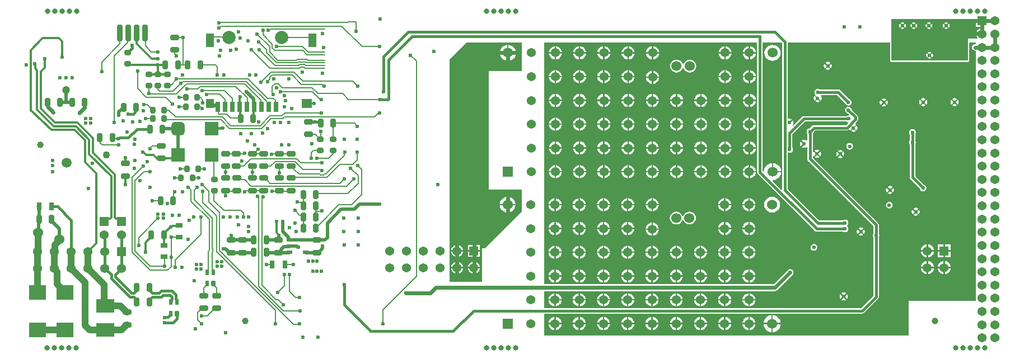
<source format=gbl>
G04*
G04 #@! TF.GenerationSoftware,Altium Limited,Altium Designer,20.0.2 (26)*
G04*
G04 Layer_Physical_Order=4*
G04 Layer_Color=16737819*
%FSLAX44Y44*%
%MOMM*%
G71*
G01*
G75*
%ADD13C,0.2000*%
%ADD14C,0.6000*%
G04:AMPARAMS|DCode=22|XSize=0.8mm|YSize=1.3mm|CornerRadius=0.2mm|HoleSize=0mm|Usage=FLASHONLY|Rotation=0.000|XOffset=0mm|YOffset=0mm|HoleType=Round|Shape=RoundedRectangle|*
%AMROUNDEDRECTD22*
21,1,0.8000,0.9000,0,0,0.0*
21,1,0.4000,1.3000,0,0,0.0*
1,1,0.4000,0.2000,-0.4500*
1,1,0.4000,-0.2000,-0.4500*
1,1,0.4000,-0.2000,0.4500*
1,1,0.4000,0.2000,0.4500*
%
%ADD22ROUNDEDRECTD22*%
G04:AMPARAMS|DCode=23|XSize=0.8mm|YSize=1.3mm|CornerRadius=0.2mm|HoleSize=0mm|Usage=FLASHONLY|Rotation=90.000|XOffset=0mm|YOffset=0mm|HoleType=Round|Shape=RoundedRectangle|*
%AMROUNDEDRECTD23*
21,1,0.8000,0.9000,0,0,90.0*
21,1,0.4000,1.3000,0,0,90.0*
1,1,0.4000,0.4500,0.2000*
1,1,0.4000,0.4500,-0.2000*
1,1,0.4000,-0.4500,-0.2000*
1,1,0.4000,-0.4500,0.2000*
%
%ADD23ROUNDEDRECTD23*%
G04:AMPARAMS|DCode=24|XSize=0.8mm|YSize=1mm|CornerRadius=0.2mm|HoleSize=0mm|Usage=FLASHONLY|Rotation=90.000|XOffset=0mm|YOffset=0mm|HoleType=Round|Shape=RoundedRectangle|*
%AMROUNDEDRECTD24*
21,1,0.8000,0.6000,0,0,90.0*
21,1,0.4000,1.0000,0,0,90.0*
1,1,0.4000,0.3000,0.2000*
1,1,0.4000,0.3000,-0.2000*
1,1,0.4000,-0.3000,-0.2000*
1,1,0.4000,-0.3000,0.2000*
%
%ADD24ROUNDEDRECTD24*%
G04:AMPARAMS|DCode=25|XSize=0.8mm|YSize=1mm|CornerRadius=0.2mm|HoleSize=0mm|Usage=FLASHONLY|Rotation=0.000|XOffset=0mm|YOffset=0mm|HoleType=Round|Shape=RoundedRectangle|*
%AMROUNDEDRECTD25*
21,1,0.8000,0.6000,0,0,0.0*
21,1,0.4000,1.0000,0,0,0.0*
1,1,0.4000,0.2000,-0.3000*
1,1,0.4000,-0.2000,-0.3000*
1,1,0.4000,-0.2000,0.3000*
1,1,0.4000,0.2000,0.3000*
%
%ADD25ROUNDEDRECTD25*%
G04:AMPARAMS|DCode=27|XSize=2.54mm|YSize=0.9144mm|CornerRadius=0mm|HoleSize=0mm|Usage=FLASHONLY|Rotation=90.000|XOffset=0mm|YOffset=0mm|HoleType=Round|Shape=Octagon|*
%AMOCTAGOND27*
4,1,8,0.2286,1.2700,-0.2286,1.2700,-0.4572,1.0414,-0.4572,-1.0414,-0.2286,-1.2700,0.2286,-1.2700,0.4572,-1.0414,0.4572,1.0414,0.2286,1.2700,0.0*
%
%ADD27OCTAGOND27*%

%ADD30R,2.8000X2.0000*%
%ADD36R,0.8000X1.3000*%
%ADD41R,2.5000X2.3000*%
%ADD59C,1.0000*%
%ADD119C,0.4000*%
%ADD120C,0.3000*%
%ADD121C,1.0000*%
%ADD122C,0.5000*%
%ADD123C,0.3810*%
%ADD126C,1.3720*%
%ADD129C,1.3716*%
%ADD130R,1.3716X1.3716*%
%ADD131R,1.3716X1.3716*%
%ADD132C,2.0000*%
%ADD133C,1.5240*%
%ADD134C,1.1000*%
%ADD135C,0.6000*%
%ADD136C,1.5000*%
%ADD137C,1.2000*%
%ADD138C,0.8000*%
%ADD139R,1.5240X1.5240*%
%ADD154C,0.4000*%
%ADD155R,2.0000X2.0000*%
G04:AMPARAMS|DCode=156|XSize=2mm|YSize=2mm|CornerRadius=0.5mm|HoleSize=0mm|Usage=FLASHONLY|Rotation=270.000|XOffset=0mm|YOffset=0mm|HoleType=Round|Shape=RoundedRectangle|*
%AMROUNDEDRECTD156*
21,1,2.0000,1.0000,0,0,270.0*
21,1,1.0000,2.0000,0,0,270.0*
1,1,1.0000,-0.5000,-0.5000*
1,1,1.0000,-0.5000,0.5000*
1,1,1.0000,0.5000,0.5000*
1,1,1.0000,0.5000,-0.5000*
%
%ADD156ROUNDEDRECTD156*%
%ADD157R,0.9500X0.6000*%
%ADD158R,0.6000X0.9000*%
G04:AMPARAMS|DCode=159|XSize=0.9mm|YSize=0.6mm|CornerRadius=0.15mm|HoleSize=0mm|Usage=FLASHONLY|Rotation=90.000|XOffset=0mm|YOffset=0mm|HoleType=Round|Shape=RoundedRectangle|*
%AMROUNDEDRECTD159*
21,1,0.9000,0.3000,0,0,90.0*
21,1,0.6000,0.6000,0,0,90.0*
1,1,0.3000,0.1500,0.3000*
1,1,0.3000,0.1500,-0.3000*
1,1,0.3000,-0.1500,-0.3000*
1,1,0.3000,-0.1500,0.3000*
%
%ADD159ROUNDEDRECTD159*%
%ADD160R,1.0000X0.8000*%
%ADD161R,0.7000X1.6000*%
%ADD162R,1.2000X1.4000*%
%ADD163R,1.6000X1.4000*%
%ADD164R,1.2000X2.0000*%
G36*
X3304662Y699640D02*
X3313520D01*
Y697640D01*
X3304662D01*
Y689782D01*
X3312769D01*
X3313411Y688595D01*
X3313069Y687515D01*
X3311208Y687270D01*
X3309053Y686377D01*
X3307202Y684958D01*
X3305782Y683107D01*
X3304890Y680952D01*
X3304717Y679640D01*
X3313520D01*
Y677640D01*
X3304717D01*
X3304890Y676328D01*
X3305782Y674173D01*
X3306751Y672910D01*
X3306125Y671640D01*
X3292520D01*
Y638640D01*
X3176520D01*
X3176520Y701640D01*
X3304662D01*
Y699640D01*
D02*
G37*
G36*
X3304270Y663738D02*
X3303577D01*
X3301626Y663350D01*
X3299972Y662245D01*
X3298867Y660591D01*
X3298479Y658640D01*
X3298867Y656689D01*
X3299972Y655035D01*
X3301626Y653930D01*
X3303577Y653542D01*
X3304270D01*
Y274390D01*
X3203020D01*
Y222390D01*
X2651520D01*
Y255562D01*
X3132520D01*
X3132520Y255562D01*
X3134081Y255872D01*
X3135404Y256756D01*
X3156404Y277756D01*
X3156404Y277756D01*
X3157288Y279079D01*
X3157598Y280640D01*
X3157598Y280640D01*
Y370824D01*
X3158230Y371769D01*
X3158618Y373720D01*
X3158230Y375671D01*
X3157598Y376616D01*
Y389640D01*
X3157288Y391201D01*
X3156404Y392524D01*
X3057598Y491329D01*
Y494289D01*
X3058868Y494674D01*
X3059378Y493912D01*
X3062856Y497390D01*
X3059378Y500868D01*
X3058868Y500106D01*
X3057598Y500491D01*
Y527744D01*
X3058230Y528689D01*
X3058452Y529804D01*
X3061209Y532562D01*
X3109326D01*
X3109326Y532562D01*
X3110887Y532872D01*
X3112210Y533756D01*
X3112534Y534080D01*
X3114058Y533808D01*
X3114427Y533256D01*
X3118612Y537441D01*
X3122798Y541626D01*
X3122245Y541995D01*
X3121974Y543520D01*
X3125150Y546696D01*
X3125150Y546696D01*
X3126034Y548019D01*
X3126345Y549580D01*
X3126345Y549580D01*
Y552894D01*
X3126034Y554454D01*
X3125150Y555778D01*
X3125150Y555778D01*
X3116452Y564476D01*
X3116230Y565591D01*
X3115125Y567245D01*
X3113471Y568350D01*
X3111520Y568738D01*
X3109569Y568350D01*
X3107915Y567245D01*
X3106810Y565591D01*
X3106422Y563640D01*
X3106810Y561689D01*
X3107915Y560035D01*
X3109569Y558930D01*
X3110684Y558708D01*
X3112818Y556574D01*
X3112192Y555404D01*
X3111770Y555488D01*
X3109819Y555100D01*
X3108874Y554468D01*
X3044270D01*
X3044270Y554468D01*
X3042709Y554158D01*
X3041386Y553274D01*
X3041386Y553274D01*
X3028266Y540153D01*
X3027279Y540963D01*
X3028172Y542299D01*
X3028638Y544640D01*
X3028172Y546981D01*
X3027412Y548118D01*
X3023227Y543933D01*
X3021813Y545347D01*
X3025998Y549532D01*
X3024861Y550292D01*
X3022520Y550757D01*
X3020844Y550424D01*
X3019574Y551299D01*
Y665640D01*
X3174481D01*
Y638640D01*
X3174636Y637860D01*
X3175078Y637198D01*
X3175740Y636756D01*
X3176520Y636601D01*
X3292520D01*
X3293300Y636756D01*
X3293962Y637198D01*
X3294404Y637860D01*
X3294559Y638640D01*
Y665640D01*
X3304270D01*
Y663738D01*
D02*
G37*
G36*
X2617520Y665840D02*
Y622660D01*
X2568180Y622660D01*
Y446130D01*
Y444860D01*
Y443590D01*
X2617520Y443590D01*
Y410380D01*
X2561830Y354690D01*
X2558020D01*
Y303890D01*
X2508490D01*
Y640440D01*
X2533890Y665840D01*
X2617520Y665840D01*
D02*
G37*
G36*
X2973508Y469672D02*
X2973508Y469672D01*
X2973818Y468111D01*
X2974702Y466788D01*
X2984013Y457477D01*
X2984013Y457477D01*
X2984013Y457477D01*
X2984013D01*
X2984014Y457477D01*
X3060734Y380756D01*
X3062057Y379872D01*
X3063618Y379562D01*
X3063618Y379562D01*
X3103624D01*
X3104569Y378930D01*
X3106520Y378542D01*
X3108471Y378930D01*
X3110125Y380035D01*
X3111230Y381689D01*
X3111618Y383640D01*
X3111230Y385591D01*
X3110125Y387245D01*
X3109734Y387506D01*
Y388776D01*
X3110122Y389035D01*
X3111227Y390689D01*
X3111616Y392640D01*
X3111227Y394590D01*
X3110122Y396244D01*
X3108468Y397350D01*
X3106518Y397738D01*
X3104567Y397350D01*
X3103622Y396718D01*
X3067210D01*
X3019574Y444353D01*
Y498737D01*
X3020694Y499335D01*
X3020889Y499205D01*
X3022840Y498817D01*
X3024791Y499205D01*
X3026445Y500310D01*
X3027550Y501964D01*
X3027938Y503915D01*
X3027550Y505866D01*
X3026599Y507290D01*
Y526951D01*
X3045959Y546312D01*
X3108874D01*
X3109819Y545680D01*
X3110639Y545517D01*
X3111057Y544139D01*
X3107637Y540718D01*
X3059520D01*
X3059520Y540718D01*
X3057959Y540408D01*
X3056636Y539524D01*
X3052684Y535572D01*
X3051569Y535350D01*
X3049915Y534245D01*
X3048810Y532591D01*
X3048422Y530640D01*
X3048810Y528689D01*
X3049442Y527744D01*
Y518095D01*
X3048172Y517416D01*
X3046861Y518292D01*
X3044520Y518758D01*
X3042179Y518292D01*
X3041042Y517532D01*
X3045227Y513347D01*
X3044520Y512640D01*
X3045227Y511933D01*
X3041042Y507748D01*
X3042179Y506988D01*
X3044520Y506522D01*
X3046861Y506988D01*
X3048172Y507864D01*
X3049442Y507185D01*
Y489640D01*
X3049442Y489640D01*
X3049752Y488079D01*
X3050636Y486756D01*
X3149442Y387951D01*
Y376616D01*
X3148810Y375671D01*
X3148422Y373720D01*
X3148810Y371769D01*
X3149442Y370824D01*
Y282329D01*
X3130831Y263718D01*
X2651520D01*
Y289542D01*
X3000520D01*
X3002471Y289930D01*
X3004125Y291035D01*
X3027125Y314035D01*
X3028230Y315689D01*
X3028618Y317640D01*
X3028230Y319591D01*
X3027125Y321245D01*
X3025471Y322350D01*
X3023520Y322738D01*
X3021569Y322350D01*
X3019915Y321245D01*
X2998409Y299738D01*
X2651520D01*
Y665640D01*
X2973508D01*
Y469672D01*
D02*
G37*
G36*
X3011418Y664975D02*
Y443404D01*
X3010148Y442878D01*
X2997117Y455909D01*
X2997572Y457250D01*
X3000190Y457595D01*
X3003353Y458904D01*
X3006068Y460988D01*
X3008152Y463704D01*
X3009462Y466866D01*
X3009777Y469260D01*
X2996797D01*
Y470260D01*
X2995797D01*
Y483241D01*
X2993403Y482925D01*
X2990241Y481615D01*
X2987525Y479532D01*
X2985441Y476816D01*
X2984131Y473654D01*
X2983787Y471035D01*
X2982638Y470645D01*
X2981665Y471455D01*
Y665640D01*
X3010752D01*
X3011418Y664975D01*
D02*
G37*
%LPC*%
G36*
X3259520Y696738D02*
X3257569Y696350D01*
X3256763Y695811D01*
X3259520Y693054D01*
X3262277Y695811D01*
X3261471Y696350D01*
X3259520Y696738D01*
D02*
G37*
G36*
X3233520D02*
X3231569Y696350D01*
X3230763Y695811D01*
X3233520Y693054D01*
X3236277Y695811D01*
X3235471Y696350D01*
X3233520Y696738D01*
D02*
G37*
G36*
X3210520D02*
X3208569Y696350D01*
X3207763Y695811D01*
X3210520Y693054D01*
X3213277Y695811D01*
X3212471Y696350D01*
X3210520Y696738D01*
D02*
G37*
G36*
X3193520D02*
X3191569Y696350D01*
X3190763Y695811D01*
X3193520Y693054D01*
X3196277Y695811D01*
X3195471Y696350D01*
X3193520Y696738D01*
D02*
G37*
G36*
X3263691Y694397D02*
X3260934Y691640D01*
X3263691Y688883D01*
X3264230Y689689D01*
X3264618Y691640D01*
X3264230Y693591D01*
X3263691Y694397D01*
D02*
G37*
G36*
X3237691D02*
X3234934Y691640D01*
X3237691Y688883D01*
X3238230Y689689D01*
X3238618Y691640D01*
X3238230Y693591D01*
X3237691Y694397D01*
D02*
G37*
G36*
X3214691D02*
X3211934Y691640D01*
X3214691Y688883D01*
X3215230Y689689D01*
X3215618Y691640D01*
X3215230Y693591D01*
X3214691Y694397D01*
D02*
G37*
G36*
X3197691D02*
X3194934Y691640D01*
X3197691Y688883D01*
X3198230Y689689D01*
X3198618Y691640D01*
X3198230Y693591D01*
X3197691Y694397D01*
D02*
G37*
G36*
X3255349D02*
X3254810Y693591D01*
X3254422Y691640D01*
X3254810Y689689D01*
X3255349Y688883D01*
X3258106Y691640D01*
X3255349Y694397D01*
D02*
G37*
G36*
X3229349D02*
X3228810Y693591D01*
X3228422Y691640D01*
X3228810Y689689D01*
X3229349Y688883D01*
X3232106Y691640D01*
X3229349Y694397D01*
D02*
G37*
G36*
X3206349D02*
X3205810Y693591D01*
X3205422Y691640D01*
X3205810Y689689D01*
X3206349Y688883D01*
X3209106Y691640D01*
X3206349Y694397D01*
D02*
G37*
G36*
X3189349D02*
X3188810Y693591D01*
X3188422Y691640D01*
X3188810Y689689D01*
X3189349Y688883D01*
X3192106Y691640D01*
X3189349Y694397D01*
D02*
G37*
G36*
X3259520Y690226D02*
X3256763Y687469D01*
X3257569Y686930D01*
X3259520Y686542D01*
X3261471Y686930D01*
X3262277Y687469D01*
X3259520Y690226D01*
D02*
G37*
G36*
X3233520D02*
X3230763Y687469D01*
X3231569Y686930D01*
X3233520Y686542D01*
X3235471Y686930D01*
X3236277Y687469D01*
X3233520Y690226D01*
D02*
G37*
G36*
X3210520D02*
X3207763Y687469D01*
X3208569Y686930D01*
X3210520Y686542D01*
X3212471Y686930D01*
X3213277Y687469D01*
X3210520Y690226D01*
D02*
G37*
G36*
X3193520D02*
X3190763Y687469D01*
X3191569Y686930D01*
X3193520Y686542D01*
X3195471Y686930D01*
X3196277Y687469D01*
X3193520Y690226D01*
D02*
G37*
G36*
X3234520Y651738D02*
X3232569Y651350D01*
X3231763Y650811D01*
X3234520Y648054D01*
X3237277Y650811D01*
X3236471Y651350D01*
X3234520Y651738D01*
D02*
G37*
G36*
X3238691Y649397D02*
X3235934Y646640D01*
X3238691Y643883D01*
X3239230Y644689D01*
X3239618Y646640D01*
X3239230Y648591D01*
X3238691Y649397D01*
D02*
G37*
G36*
X3230349D02*
X3229810Y648591D01*
X3229422Y646640D01*
X3229810Y644689D01*
X3230349Y643883D01*
X3233106Y646640D01*
X3230349Y649397D01*
D02*
G37*
G36*
X3234520Y645226D02*
X3231763Y642469D01*
X3232569Y641930D01*
X3234520Y641542D01*
X3236471Y641930D01*
X3237277Y642469D01*
X3234520Y645226D01*
D02*
G37*
G36*
X3080520Y636758D02*
X3078179Y636292D01*
X3077042Y635532D01*
X3080520Y632054D01*
X3083998Y635532D01*
X3082861Y636292D01*
X3080520Y636758D01*
D02*
G37*
G36*
X3085412Y634118D02*
X3081934Y630640D01*
X3085412Y627162D01*
X3086172Y628299D01*
X3086638Y630640D01*
X3086172Y632981D01*
X3085412Y634118D01*
D02*
G37*
G36*
X3075628D02*
X3074868Y632981D01*
X3074402Y630640D01*
X3074868Y628299D01*
X3075628Y627162D01*
X3079106Y630640D01*
X3075628Y634118D01*
D02*
G37*
G36*
X3080520Y629226D02*
X3077042Y625748D01*
X3078179Y624988D01*
X3080520Y624522D01*
X3082861Y624988D01*
X3083998Y625748D01*
X3080520Y629226D01*
D02*
G37*
G36*
X3060128Y585118D02*
X3059368Y583981D01*
X3058903Y581640D01*
X3059368Y579299D01*
X3060128Y578162D01*
X3063606Y581640D01*
X3060128Y585118D01*
D02*
G37*
G36*
X3272270Y581758D02*
X3269929Y581292D01*
X3268792Y580532D01*
X3272270Y577054D01*
X3275748Y580532D01*
X3274611Y581292D01*
X3272270Y581758D01*
D02*
G37*
G36*
X3224770D02*
X3222429Y581292D01*
X3221292Y580532D01*
X3224770Y577054D01*
X3228248Y580532D01*
X3227111Y581292D01*
X3224770Y581758D01*
D02*
G37*
G36*
X3165270Y581258D02*
X3162929Y580792D01*
X3161792Y580032D01*
X3165270Y576554D01*
X3168748Y580032D01*
X3167611Y580792D01*
X3165270Y581258D01*
D02*
G37*
G36*
X3065020Y580226D02*
X3061542Y576748D01*
X3062679Y575988D01*
X3065020Y575522D01*
X3067361Y575988D01*
X3068498Y576748D01*
X3065020Y580226D01*
D02*
G37*
G36*
X3277162Y579118D02*
X3273684Y575640D01*
X3277162Y572162D01*
X3277922Y573299D01*
X3278387Y575640D01*
X3277922Y577981D01*
X3277162Y579118D01*
D02*
G37*
G36*
X3229662D02*
X3226184Y575640D01*
X3229662Y572162D01*
X3230422Y573299D01*
X3230887Y575640D01*
X3230422Y577981D01*
X3229662Y579118D01*
D02*
G37*
G36*
X3267378D02*
X3266618Y577981D01*
X3266153Y575640D01*
X3266618Y573299D01*
X3267378Y572162D01*
X3270856Y575640D01*
X3267378Y579118D01*
D02*
G37*
G36*
X3219878D02*
X3219118Y577981D01*
X3218653Y575640D01*
X3219118Y573299D01*
X3219878Y572162D01*
X3223356Y575640D01*
X3219878Y579118D01*
D02*
G37*
G36*
X3170162Y578618D02*
X3166684Y575140D01*
X3170162Y571662D01*
X3170922Y572799D01*
X3171388Y575140D01*
X3170922Y577481D01*
X3170162Y578618D01*
D02*
G37*
G36*
X3160378D02*
X3159618Y577481D01*
X3159153Y575140D01*
X3159618Y572799D01*
X3160378Y571662D01*
X3163856Y575140D01*
X3160378Y578618D01*
D02*
G37*
G36*
X3065395Y595738D02*
X3063444Y595350D01*
X3061790Y594245D01*
X3060685Y592591D01*
X3060297Y590640D01*
X3060685Y588689D01*
X3061790Y587035D01*
Y586698D01*
X3061542Y586532D01*
X3065727Y582347D01*
X3069912Y578162D01*
X3070672Y579299D01*
X3071137Y581640D01*
X3070672Y583981D01*
X3069796Y585292D01*
X3070475Y586562D01*
X3094581D01*
X3106588Y574554D01*
X3106810Y573439D01*
X3107915Y571785D01*
X3109569Y570680D01*
X3111520Y570292D01*
X3113471Y570680D01*
X3115125Y571785D01*
X3116230Y573439D01*
X3116618Y575390D01*
X3116230Y577341D01*
X3115125Y578995D01*
X3113471Y580100D01*
X3112356Y580322D01*
X3099154Y593524D01*
X3097831Y594408D01*
X3096270Y594718D01*
X3096270Y594718D01*
X3068291D01*
X3067346Y595350D01*
X3065395Y595738D01*
D02*
G37*
G36*
X3272270Y574226D02*
X3268792Y570748D01*
X3269929Y569988D01*
X3272270Y569523D01*
X3274611Y569988D01*
X3275748Y570748D01*
X3272270Y574226D01*
D02*
G37*
G36*
X3224770D02*
X3221292Y570748D01*
X3222429Y569988D01*
X3224770Y569523D01*
X3227111Y569988D01*
X3228248Y570748D01*
X3224770Y574226D01*
D02*
G37*
G36*
X3165270Y573726D02*
X3161792Y570248D01*
X3162929Y569488D01*
X3165270Y569022D01*
X3167611Y569488D01*
X3168748Y570248D01*
X3165270Y573726D01*
D02*
G37*
G36*
X3124212Y540212D02*
X3120734Y536734D01*
X3124212Y533256D01*
X3124971Y534393D01*
X3125437Y536734D01*
X3124971Y539075D01*
X3124212Y540212D01*
D02*
G37*
G36*
X3119319Y535320D02*
X3115842Y531842D01*
X3116978Y531082D01*
X3119319Y530616D01*
X3121661Y531082D01*
X3122798Y531842D01*
X3119319Y535320D01*
D02*
G37*
G36*
X3113520Y513738D02*
X3111569Y513350D01*
X3109915Y512245D01*
X3108810Y510591D01*
X3108422Y508640D01*
X3108810Y506689D01*
X3109915Y505035D01*
X3111569Y503930D01*
X3113520Y503542D01*
X3115471Y503930D01*
X3117125Y505035D01*
X3118230Y506689D01*
X3118618Y508640D01*
X3118230Y510591D01*
X3117125Y512245D01*
X3115471Y513350D01*
X3113520Y513738D01*
D02*
G37*
G36*
X3064270Y503507D02*
X3061929Y503042D01*
X3060792Y502282D01*
X3064270Y498804D01*
X3067748Y502282D01*
X3066611Y503042D01*
X3064270Y503507D01*
D02*
G37*
G36*
X3099270Y503257D02*
X3096929Y502792D01*
X3095792Y502032D01*
X3099270Y498554D01*
X3102748Y502032D01*
X3101611Y502792D01*
X3099270Y503257D01*
D02*
G37*
G36*
X3069162Y500868D02*
X3065684Y497390D01*
X3069162Y493912D01*
X3069922Y495049D01*
X3070388Y497390D01*
X3069922Y499731D01*
X3069162Y500868D01*
D02*
G37*
G36*
X3104162Y500618D02*
X3100684Y497140D01*
X3104162Y493662D01*
X3104922Y494799D01*
X3105388Y497140D01*
X3104922Y499481D01*
X3104162Y500618D01*
D02*
G37*
G36*
X3094378D02*
X3093618Y499481D01*
X3093152Y497140D01*
X3093618Y494799D01*
X3094378Y493662D01*
X3097856Y497140D01*
X3094378Y500618D01*
D02*
G37*
G36*
X3064270Y495976D02*
X3060792Y492498D01*
X3061929Y491738D01*
X3064270Y491272D01*
X3066611Y491738D01*
X3067748Y492498D01*
X3064270Y495976D01*
D02*
G37*
G36*
X3099270Y495726D02*
X3095792Y492248D01*
X3096929Y491488D01*
X3099270Y491022D01*
X3101611Y491488D01*
X3102748Y492248D01*
X3099270Y495726D01*
D02*
G37*
G36*
X3174520Y448758D02*
X3172179Y448292D01*
X3171042Y447532D01*
X3174520Y444054D01*
X3177998Y447532D01*
X3176861Y448292D01*
X3174520Y448758D01*
D02*
G37*
G36*
X3208560Y535048D02*
X3206609Y534660D01*
X3204955Y533555D01*
X3203850Y531901D01*
X3203462Y529950D01*
X3203850Y527999D01*
X3204482Y527054D01*
Y517596D01*
X3203810Y516591D01*
X3203422Y514640D01*
X3203810Y512689D01*
X3204482Y511684D01*
Y461600D01*
X3204482Y461600D01*
X3204792Y460039D01*
X3205676Y458716D01*
X3219588Y444804D01*
X3219810Y443689D01*
X3220915Y442035D01*
X3222569Y440930D01*
X3224520Y440542D01*
X3226471Y440930D01*
X3228125Y442035D01*
X3229230Y443689D01*
X3229618Y445640D01*
X3229230Y447591D01*
X3228125Y449245D01*
X3226471Y450350D01*
X3225356Y450572D01*
X3212638Y463289D01*
Y511804D01*
X3213230Y512689D01*
X3213618Y514640D01*
X3213230Y516591D01*
X3212638Y517476D01*
Y527054D01*
X3213270Y527999D01*
X3213658Y529950D01*
X3213270Y531901D01*
X3212165Y533555D01*
X3210511Y534660D01*
X3208560Y535048D01*
D02*
G37*
G36*
X3179412Y446118D02*
X3175934Y442640D01*
X3179412Y439162D01*
X3180172Y440299D01*
X3180638Y442640D01*
X3180172Y444981D01*
X3179412Y446118D01*
D02*
G37*
G36*
X3169628D02*
X3168868Y444981D01*
X3168402Y442640D01*
X3168868Y440299D01*
X3169628Y439162D01*
X3173106Y442640D01*
X3169628Y446118D01*
D02*
G37*
G36*
X3174520Y441226D02*
X3171042Y437748D01*
X3172179Y436988D01*
X3174520Y436522D01*
X3176861Y436988D01*
X3177998Y437748D01*
X3174520Y441226D01*
D02*
G37*
G36*
X3173520Y424738D02*
X3171569Y424350D01*
X3169915Y423245D01*
X3168810Y421591D01*
X3168422Y419640D01*
X3168810Y417689D01*
X3169915Y416035D01*
X3171569Y414930D01*
X3173520Y414542D01*
X3175471Y414930D01*
X3177125Y416035D01*
X3178230Y417689D01*
X3178618Y419640D01*
X3178230Y421591D01*
X3177125Y423245D01*
X3175471Y424350D01*
X3173520Y424738D01*
D02*
G37*
G36*
X3213520Y415757D02*
X3211179Y415292D01*
X3210042Y414532D01*
X3213520Y411054D01*
X3216998Y414532D01*
X3215861Y415292D01*
X3213520Y415757D01*
D02*
G37*
G36*
X3218412Y413118D02*
X3214934Y409640D01*
X3218412Y406162D01*
X3219172Y407299D01*
X3219637Y409640D01*
X3219172Y411981D01*
X3218412Y413118D01*
D02*
G37*
G36*
X3208628D02*
X3207868Y411981D01*
X3207403Y409640D01*
X3207868Y407299D01*
X3208628Y406162D01*
X3212106Y409640D01*
X3208628Y413118D01*
D02*
G37*
G36*
X3213520Y408226D02*
X3210042Y404748D01*
X3211179Y403988D01*
X3213520Y403522D01*
X3215861Y403988D01*
X3216998Y404748D01*
X3213520Y408226D01*
D02*
G37*
G36*
X3266378Y360298D02*
X3257520D01*
Y351440D01*
X3266378D01*
Y360298D01*
D02*
G37*
G36*
X3232120Y360251D02*
Y351440D01*
X3240931D01*
X3240724Y353013D01*
X3239731Y355411D01*
X3238151Y357471D01*
X3236092Y359051D01*
X3233694Y360044D01*
X3232120Y360251D01*
D02*
G37*
G36*
X3230120D02*
X3228546Y360044D01*
X3226148Y359051D01*
X3224089Y357471D01*
X3222509Y355411D01*
X3221516Y353013D01*
X3221309Y351440D01*
X3230120D01*
Y360251D01*
D02*
G37*
G36*
X3255520Y360298D02*
X3246662D01*
Y351440D01*
X3255520D01*
Y360298D01*
D02*
G37*
G36*
X3230120Y349440D02*
X3221309D01*
X3221516Y347867D01*
X3222509Y345468D01*
X3224089Y343409D01*
X3226148Y341829D01*
X3228546Y340836D01*
X3230120Y340629D01*
Y349440D01*
D02*
G37*
G36*
X3240931D02*
X3232120D01*
Y340629D01*
X3233694Y340836D01*
X3236092Y341829D01*
X3238151Y343409D01*
X3239731Y345468D01*
X3240724Y347867D01*
X3240931Y349440D01*
D02*
G37*
G36*
X3266378D02*
X3257520D01*
Y340582D01*
X3266378D01*
Y349440D01*
D02*
G37*
G36*
X3255520D02*
X3246662D01*
Y340582D01*
X3255520D01*
Y349440D01*
D02*
G37*
G36*
X3257520Y334851D02*
Y326040D01*
X3266331D01*
X3266124Y327613D01*
X3265131Y330011D01*
X3263551Y332071D01*
X3261491Y333651D01*
X3259094Y334644D01*
X3257520Y334851D01*
D02*
G37*
G36*
X3232120D02*
Y326040D01*
X3240931D01*
X3240724Y327613D01*
X3239731Y330011D01*
X3238151Y332071D01*
X3236092Y333651D01*
X3233694Y334644D01*
X3232120Y334851D01*
D02*
G37*
G36*
X3255520D02*
X3253947Y334644D01*
X3251548Y333651D01*
X3249489Y332071D01*
X3247909Y330011D01*
X3246916Y327613D01*
X3246709Y326040D01*
X3255520D01*
Y334851D01*
D02*
G37*
G36*
X3230120D02*
X3228546Y334644D01*
X3226148Y333651D01*
X3224089Y332071D01*
X3222509Y330011D01*
X3221516Y327613D01*
X3221309Y326040D01*
X3230120D01*
Y334851D01*
D02*
G37*
G36*
X3255520Y324040D02*
X3246709D01*
X3246916Y322467D01*
X3247909Y320069D01*
X3249489Y318009D01*
X3251548Y316429D01*
X3253947Y315436D01*
X3255520Y315229D01*
Y324040D01*
D02*
G37*
G36*
X3230120D02*
X3221309D01*
X3221516Y322467D01*
X3222509Y320069D01*
X3224089Y318009D01*
X3226148Y316429D01*
X3228546Y315436D01*
X3230120Y315229D01*
Y324040D01*
D02*
G37*
G36*
X3266331D02*
X3257520D01*
Y315229D01*
X3259094Y315436D01*
X3261491Y316429D01*
X3263551Y318009D01*
X3265131Y320069D01*
X3266124Y322467D01*
X3266331Y324040D01*
D02*
G37*
G36*
X3240931D02*
X3232120D01*
Y315229D01*
X3233694Y315436D01*
X3236092Y316429D01*
X3238151Y318009D01*
X3239731Y320069D01*
X3240724Y322467D01*
X3240931Y324040D01*
D02*
G37*
G36*
X2962307Y250154D02*
Y241340D01*
X2971120D01*
X2970912Y242914D01*
X2969919Y245313D01*
X2968339Y247372D01*
X2966279Y248953D01*
X2963880Y249946D01*
X2962307Y250154D01*
D02*
G37*
G36*
X2960306D02*
X2958732Y249946D01*
X2956334Y248953D01*
X2954274Y247372D01*
X2952694Y245313D01*
X2951700Y242914D01*
X2951493Y241340D01*
X2960306D01*
Y250154D01*
D02*
G37*
G36*
X2925640D02*
Y241340D01*
X2934453D01*
X2934246Y242914D01*
X2933252Y245313D01*
X2931672Y247372D01*
X2929612Y248953D01*
X2927214Y249946D01*
X2925640Y250154D01*
D02*
G37*
G36*
X2923640D02*
X2922066Y249946D01*
X2919667Y248953D01*
X2917607Y247372D01*
X2916027Y245313D01*
X2915034Y242914D01*
X2914826Y241340D01*
X2923640D01*
Y250154D01*
D02*
G37*
G36*
X2888973D02*
Y241340D01*
X2897787D01*
X2897579Y242914D01*
X2896586Y245313D01*
X2895005Y247372D01*
X2892946Y248953D01*
X2890547Y249946D01*
X2888973Y250154D01*
D02*
G37*
G36*
X2886973D02*
X2885399Y249946D01*
X2883000Y248953D01*
X2880941Y247372D01*
X2879360Y245313D01*
X2878367Y242914D01*
X2878160Y241340D01*
X2886973D01*
Y250154D01*
D02*
G37*
G36*
X2852307D02*
Y241340D01*
X2861120D01*
X2860913Y242914D01*
X2859919Y245313D01*
X2858339Y247372D01*
X2856279Y248953D01*
X2853880Y249946D01*
X2852307Y250154D01*
D02*
G37*
G36*
X2850306D02*
X2848733Y249946D01*
X2846334Y248953D01*
X2844274Y247372D01*
X2842694Y245313D01*
X2841700Y242914D01*
X2841493Y241340D01*
X2850306D01*
Y250154D01*
D02*
G37*
G36*
X2815640D02*
Y241340D01*
X2824453D01*
X2824246Y242914D01*
X2823253Y245313D01*
X2821672Y247372D01*
X2819612Y248953D01*
X2817214Y249946D01*
X2815640Y250154D01*
D02*
G37*
G36*
X2813640D02*
X2812066Y249946D01*
X2809667Y248953D01*
X2807608Y247372D01*
X2806027Y245313D01*
X2805034Y242914D01*
X2804826Y241340D01*
X2813640D01*
Y250154D01*
D02*
G37*
G36*
X2778973D02*
Y241340D01*
X2787787D01*
X2787579Y242914D01*
X2786586Y245313D01*
X2785005Y247372D01*
X2782946Y248953D01*
X2780547Y249946D01*
X2778973Y250154D01*
D02*
G37*
G36*
X2776973D02*
X2775399Y249946D01*
X2773001Y248953D01*
X2770941Y247372D01*
X2769361Y245313D01*
X2768367Y242914D01*
X2768160Y241340D01*
X2776973D01*
Y250154D01*
D02*
G37*
G36*
X2742307D02*
Y241340D01*
X2751120D01*
X2750913Y242914D01*
X2749919Y245313D01*
X2748339Y247372D01*
X2746279Y248953D01*
X2743881Y249946D01*
X2742307Y250154D01*
D02*
G37*
G36*
X2740307D02*
X2738733Y249946D01*
X2736334Y248953D01*
X2734274Y247372D01*
X2732694Y245313D01*
X2731700Y242914D01*
X2731493Y241340D01*
X2740307D01*
Y250154D01*
D02*
G37*
G36*
X2705640D02*
Y241340D01*
X2714453D01*
X2714246Y242914D01*
X2713253Y245313D01*
X2711672Y247372D01*
X2709612Y248953D01*
X2707214Y249946D01*
X2705640Y250154D01*
D02*
G37*
G36*
X2703640D02*
X2702066Y249946D01*
X2699667Y248953D01*
X2697608Y247372D01*
X2696027Y245313D01*
X2695034Y242914D01*
X2694827Y241340D01*
X2703640D01*
Y250154D01*
D02*
G37*
G36*
X2668973D02*
Y241340D01*
X2677787D01*
X2677580Y242914D01*
X2676586Y245313D01*
X2675005Y247372D01*
X2672946Y248953D01*
X2670547Y249946D01*
X2668973Y250154D01*
D02*
G37*
G36*
X2666973D02*
X2665399Y249946D01*
X2663001Y248953D01*
X2660941Y247372D01*
X2659361Y245313D01*
X2658367Y242914D01*
X2658160Y241340D01*
X2666973D01*
Y250154D01*
D02*
G37*
G36*
X2997307Y253321D02*
Y241340D01*
X3009287D01*
X3008972Y243734D01*
X3007662Y246896D01*
X3005578Y249612D01*
X3002863Y251695D01*
X2999700Y253005D01*
X2997307Y253321D01*
D02*
G37*
G36*
X2995307D02*
X2992913Y253005D01*
X2989751Y251695D01*
X2987035Y249612D01*
X2984951Y246896D01*
X2983641Y243734D01*
X2983326Y241340D01*
X2995307D01*
Y253321D01*
D02*
G37*
G36*
X2971120Y239340D02*
X2962307D01*
Y230527D01*
X2963880Y230734D01*
X2966279Y231727D01*
X2968339Y233308D01*
X2969919Y235368D01*
X2970912Y237766D01*
X2971120Y239340D01*
D02*
G37*
G36*
X2960306D02*
X2951493D01*
X2951700Y237766D01*
X2952694Y235368D01*
X2954274Y233308D01*
X2956334Y231727D01*
X2958732Y230734D01*
X2960306Y230527D01*
Y239340D01*
D02*
G37*
G36*
X2934453D02*
X2925640D01*
Y230527D01*
X2927214Y230734D01*
X2929612Y231727D01*
X2931672Y233308D01*
X2933252Y235368D01*
X2934246Y237766D01*
X2934453Y239340D01*
D02*
G37*
G36*
X2923640D02*
X2914826D01*
X2915034Y237766D01*
X2916027Y235368D01*
X2917607Y233308D01*
X2919667Y231727D01*
X2922066Y230734D01*
X2923640Y230527D01*
Y239340D01*
D02*
G37*
G36*
X2897787D02*
X2888973D01*
Y230527D01*
X2890547Y230734D01*
X2892946Y231727D01*
X2895005Y233308D01*
X2896586Y235368D01*
X2897579Y237766D01*
X2897787Y239340D01*
D02*
G37*
G36*
X2886973D02*
X2878160D01*
X2878367Y237766D01*
X2879360Y235368D01*
X2880941Y233308D01*
X2883000Y231727D01*
X2885399Y230734D01*
X2886973Y230527D01*
Y239340D01*
D02*
G37*
G36*
X2861120D02*
X2852307D01*
Y230527D01*
X2853880Y230734D01*
X2856279Y231727D01*
X2858339Y233308D01*
X2859919Y235368D01*
X2860913Y237766D01*
X2861120Y239340D01*
D02*
G37*
G36*
X2850306D02*
X2841493D01*
X2841700Y237766D01*
X2842694Y235368D01*
X2844274Y233308D01*
X2846334Y231727D01*
X2848733Y230734D01*
X2850306Y230527D01*
Y239340D01*
D02*
G37*
G36*
X2824453D02*
X2815640D01*
Y230527D01*
X2817214Y230734D01*
X2819612Y231727D01*
X2821672Y233308D01*
X2823253Y235368D01*
X2824246Y237766D01*
X2824453Y239340D01*
D02*
G37*
G36*
X2813640D02*
X2804826D01*
X2805034Y237766D01*
X2806027Y235368D01*
X2807608Y233308D01*
X2809667Y231727D01*
X2812066Y230734D01*
X2813640Y230527D01*
Y239340D01*
D02*
G37*
G36*
X2787787D02*
X2778973D01*
Y230527D01*
X2780547Y230734D01*
X2782946Y231727D01*
X2785005Y233308D01*
X2786586Y235368D01*
X2787579Y237766D01*
X2787787Y239340D01*
D02*
G37*
G36*
X2776973D02*
X2768160D01*
X2768367Y237766D01*
X2769361Y235368D01*
X2770941Y233308D01*
X2773001Y231727D01*
X2775399Y230734D01*
X2776973Y230527D01*
Y239340D01*
D02*
G37*
G36*
X2751120D02*
X2742307D01*
Y230527D01*
X2743881Y230734D01*
X2746279Y231727D01*
X2748339Y233308D01*
X2749919Y235368D01*
X2750913Y237766D01*
X2751120Y239340D01*
D02*
G37*
G36*
X2740307D02*
X2731493D01*
X2731700Y237766D01*
X2732694Y235368D01*
X2734274Y233308D01*
X2736334Y231727D01*
X2738733Y230734D01*
X2740307Y230527D01*
Y239340D01*
D02*
G37*
G36*
X2714453D02*
X2705640D01*
Y230527D01*
X2707214Y230734D01*
X2709612Y231727D01*
X2711672Y233308D01*
X2713253Y235368D01*
X2714246Y237766D01*
X2714453Y239340D01*
D02*
G37*
G36*
X2703640D02*
X2694827D01*
X2695034Y237766D01*
X2696027Y235368D01*
X2697608Y233308D01*
X2699667Y231727D01*
X2702066Y230734D01*
X2703640Y230527D01*
Y239340D01*
D02*
G37*
G36*
X2677787D02*
X2668973D01*
Y230527D01*
X2670547Y230734D01*
X2672946Y231727D01*
X2675005Y233308D01*
X2676586Y235368D01*
X2677580Y237766D01*
X2677787Y239340D01*
D02*
G37*
G36*
X2666973D02*
X2658160D01*
X2658367Y237766D01*
X2659361Y235368D01*
X2660941Y233308D01*
X2663001Y231727D01*
X2665399Y230734D01*
X2666973Y230527D01*
Y239340D01*
D02*
G37*
G36*
X3009287Y239340D02*
X2997307D01*
Y227360D01*
X2999700Y227675D01*
X3002863Y228985D01*
X3005578Y231068D01*
X3007662Y233784D01*
X3008972Y236946D01*
X3009287Y239340D01*
D02*
G37*
G36*
X2995307D02*
X2983326D01*
X2983641Y236946D01*
X2984951Y233784D01*
X2987035Y231068D01*
X2989751Y228985D01*
X2992913Y227675D01*
X2995307Y227360D01*
Y239340D01*
D02*
G37*
G36*
X2597797Y662232D02*
Y651260D01*
X2608769D01*
X2608488Y653393D01*
X2607279Y656312D01*
X2605355Y658819D01*
X2602849Y660742D01*
X2599930Y661951D01*
X2597797Y662232D01*
D02*
G37*
G36*
X2595797D02*
X2593664Y661951D01*
X2590745Y660742D01*
X2588238Y658819D01*
X2586315Y656312D01*
X2585106Y653393D01*
X2584825Y651260D01*
X2595797D01*
Y662232D01*
D02*
G37*
G36*
X2608769Y649260D02*
X2597797D01*
Y638288D01*
X2599930Y638569D01*
X2602849Y639778D01*
X2605355Y641702D01*
X2607279Y644208D01*
X2608488Y647127D01*
X2608769Y649260D01*
D02*
G37*
G36*
X2595797D02*
X2584825D01*
X2585106Y647127D01*
X2586315Y644208D01*
X2588238Y641702D01*
X2590745Y639778D01*
X2593664Y638569D01*
X2595797Y638288D01*
Y649260D01*
D02*
G37*
G36*
X2597307Y432312D02*
Y421340D01*
X2608279D01*
X2607998Y423473D01*
X2606789Y426392D01*
X2604865Y428899D01*
X2602358Y430822D01*
X2599439Y432031D01*
X2597307Y432312D01*
D02*
G37*
G36*
X2595307D02*
X2593174Y432031D01*
X2590255Y430822D01*
X2587748Y428899D01*
X2585825Y426392D01*
X2584615Y423473D01*
X2584335Y421340D01*
X2595307D01*
Y432312D01*
D02*
G37*
G36*
X2608279Y419340D02*
X2597307D01*
Y408368D01*
X2599439Y408649D01*
X2602358Y409858D01*
X2604865Y411782D01*
X2606789Y414288D01*
X2607998Y417207D01*
X2608279Y419340D01*
D02*
G37*
G36*
X2595307D02*
X2584335D01*
X2584615Y417207D01*
X2585825Y414288D01*
X2587748Y411782D01*
X2590255Y409858D01*
X2593174Y408649D01*
X2595307Y408368D01*
Y419340D01*
D02*
G37*
G36*
X2554178Y359298D02*
X2546320D01*
Y351440D01*
X2554178D01*
Y359298D01*
D02*
G37*
G36*
X2520920Y359243D02*
Y351440D01*
X2528723D01*
X2528550Y352752D01*
X2527657Y354907D01*
X2526238Y356758D01*
X2524387Y358177D01*
X2522232Y359070D01*
X2520920Y359243D01*
D02*
G37*
G36*
X2518920Y359243D02*
X2517608Y359070D01*
X2515453Y358177D01*
X2513602Y356758D01*
X2512183Y354907D01*
X2511290Y352752D01*
X2511117Y351440D01*
X2518920D01*
Y359243D01*
D02*
G37*
G36*
X2544320Y359298D02*
X2536462D01*
Y351440D01*
X2544320D01*
Y359298D01*
D02*
G37*
G36*
X2518920Y349440D02*
X2511117D01*
X2511290Y348128D01*
X2512183Y345973D01*
X2513602Y344122D01*
X2515453Y342703D01*
X2517608Y341810D01*
X2518920Y341637D01*
Y349440D01*
D02*
G37*
G36*
X2528723D02*
X2520920D01*
Y341637D01*
X2522232Y341810D01*
X2524387Y342703D01*
X2526238Y344122D01*
X2527657Y345973D01*
X2528550Y348128D01*
X2528723Y349440D01*
D02*
G37*
G36*
X2554178D02*
X2546320D01*
Y341582D01*
X2554178D01*
Y349440D01*
D02*
G37*
G36*
X2544320D02*
X2536462D01*
Y341582D01*
X2544320D01*
Y349440D01*
D02*
G37*
G36*
X2546320Y333843D02*
Y326040D01*
X2554123D01*
X2553950Y327352D01*
X2553058Y329507D01*
X2551638Y331358D01*
X2549787Y332777D01*
X2547632Y333670D01*
X2546320Y333843D01*
D02*
G37*
G36*
X2520920D02*
Y326040D01*
X2528723D01*
X2528550Y327352D01*
X2527657Y329507D01*
X2526238Y331358D01*
X2524387Y332777D01*
X2522232Y333670D01*
X2520920Y333843D01*
D02*
G37*
G36*
X2544320Y333843D02*
X2543008Y333670D01*
X2540853Y332777D01*
X2539002Y331358D01*
X2537583Y329507D01*
X2536690Y327352D01*
X2536517Y326040D01*
X2544320D01*
Y333843D01*
D02*
G37*
G36*
X2518920D02*
X2517608Y333670D01*
X2515453Y332777D01*
X2513602Y331358D01*
X2512183Y329507D01*
X2511290Y327352D01*
X2511117Y326040D01*
X2518920D01*
Y333843D01*
D02*
G37*
G36*
X2544320Y324040D02*
X2536517D01*
X2536690Y322728D01*
X2537583Y320573D01*
X2539002Y318722D01*
X2540853Y317303D01*
X2543008Y316410D01*
X2544320Y316237D01*
Y324040D01*
D02*
G37*
G36*
X2518920D02*
X2511117D01*
X2511290Y322728D01*
X2512183Y320573D01*
X2513602Y318722D01*
X2515453Y317303D01*
X2517608Y316410D01*
X2518920Y316237D01*
Y324040D01*
D02*
G37*
G36*
X2554123D02*
X2546320D01*
Y316237D01*
X2547632Y316410D01*
X2549787Y317303D01*
X2551638Y318722D01*
X2553058Y320573D01*
X2553950Y322728D01*
X2554123Y324040D01*
D02*
G37*
G36*
X2528723D02*
X2520920D01*
Y316237D01*
X2522232Y316410D01*
X2524387Y317303D01*
X2526238Y318722D01*
X2527657Y320573D01*
X2528550Y322728D01*
X2528723Y324040D01*
D02*
G37*
G36*
X2816463Y660073D02*
Y651260D01*
X2825277D01*
X2825070Y652834D01*
X2824076Y655232D01*
X2822496Y657292D01*
X2820436Y658873D01*
X2818037Y659866D01*
X2816463Y660073D01*
D02*
G37*
G36*
X2814464D02*
X2812889Y659866D01*
X2810491Y658873D01*
X2808431Y657292D01*
X2806851Y655232D01*
X2805857Y652834D01*
X2805650Y651260D01*
X2814464D01*
Y660073D01*
D02*
G37*
G36*
X2962797Y660073D02*
Y651260D01*
X2971610D01*
X2971403Y652834D01*
X2970409Y655232D01*
X2968829Y657292D01*
X2966769Y658873D01*
X2964370Y659866D01*
X2962797Y660073D01*
D02*
G37*
G36*
X2960797D02*
X2959222Y659866D01*
X2956824Y658873D01*
X2954764Y657292D01*
X2953184Y655232D01*
X2952190Y652834D01*
X2951983Y651260D01*
X2960797D01*
Y660073D01*
D02*
G37*
G36*
X2926130D02*
Y651260D01*
X2934943D01*
X2934736Y652834D01*
X2933742Y655232D01*
X2932162Y657292D01*
X2930103Y658873D01*
X2927704Y659866D01*
X2926130Y660073D01*
D02*
G37*
G36*
X2924130D02*
X2922556Y659866D01*
X2920157Y658873D01*
X2918098Y657292D01*
X2916517Y655232D01*
X2915524Y652834D01*
X2915316Y651260D01*
X2924130D01*
Y660073D01*
D02*
G37*
G36*
X2779464D02*
Y651260D01*
X2788277D01*
X2788069Y652834D01*
X2787076Y655232D01*
X2785496Y657292D01*
X2783436Y658873D01*
X2781037Y659866D01*
X2779464Y660073D01*
D02*
G37*
G36*
X2777463D02*
X2775889Y659866D01*
X2773491Y658873D01*
X2771431Y657292D01*
X2769851Y655232D01*
X2768857Y652834D01*
X2768650Y651260D01*
X2777463D01*
Y660073D01*
D02*
G37*
G36*
X2742797D02*
Y651260D01*
X2751610D01*
X2751403Y652834D01*
X2750410Y655232D01*
X2748829Y657292D01*
X2746769Y658873D01*
X2744371Y659866D01*
X2742797Y660073D01*
D02*
G37*
G36*
X2740797D02*
X2739223Y659866D01*
X2736824Y658873D01*
X2734764Y657292D01*
X2733184Y655232D01*
X2732191Y652834D01*
X2731983Y651260D01*
X2740797D01*
Y660073D01*
D02*
G37*
G36*
X2706130D02*
Y651260D01*
X2714944D01*
X2714736Y652834D01*
X2713743Y655232D01*
X2712162Y657292D01*
X2710103Y658873D01*
X2707704Y659866D01*
X2706130Y660073D01*
D02*
G37*
G36*
X2704130D02*
X2702556Y659866D01*
X2700157Y658873D01*
X2698098Y657292D01*
X2696517Y655232D01*
X2695524Y652834D01*
X2695317Y651260D01*
X2704130D01*
Y660073D01*
D02*
G37*
G36*
X2669464D02*
Y651260D01*
X2678277D01*
X2678070Y652834D01*
X2677076Y655232D01*
X2675496Y657292D01*
X2673436Y658873D01*
X2671037Y659866D01*
X2669464Y660073D01*
D02*
G37*
G36*
X2667463D02*
X2665890Y659866D01*
X2663491Y658873D01*
X2661431Y657292D01*
X2659851Y655232D01*
X2658857Y652834D01*
X2658650Y651260D01*
X2667463D01*
Y660073D01*
D02*
G37*
G36*
X2825277Y649260D02*
X2816463D01*
Y640446D01*
X2818037Y640654D01*
X2820436Y641647D01*
X2822496Y643228D01*
X2824076Y645287D01*
X2825070Y647686D01*
X2825277Y649260D01*
D02*
G37*
G36*
X2814464D02*
X2805650D01*
X2805857Y647686D01*
X2806851Y645287D01*
X2808431Y643228D01*
X2810491Y641647D01*
X2812889Y640654D01*
X2814464Y640446D01*
Y649260D01*
D02*
G37*
G36*
X2971610Y649260D02*
X2962797D01*
Y640446D01*
X2964370Y640654D01*
X2966769Y641647D01*
X2968829Y643228D01*
X2970409Y645287D01*
X2971403Y647686D01*
X2971610Y649260D01*
D02*
G37*
G36*
X2960797D02*
X2951983D01*
X2952190Y647686D01*
X2953184Y645287D01*
X2954764Y643228D01*
X2956824Y641647D01*
X2959222Y640654D01*
X2960797Y640446D01*
Y649260D01*
D02*
G37*
G36*
X2934943D02*
X2926130D01*
Y640446D01*
X2927704Y640654D01*
X2930103Y641647D01*
X2932162Y643228D01*
X2933742Y645287D01*
X2934736Y647686D01*
X2934943Y649260D01*
D02*
G37*
G36*
X2924130D02*
X2915316D01*
X2915524Y647686D01*
X2916517Y645287D01*
X2918098Y643228D01*
X2920157Y641647D01*
X2922556Y640654D01*
X2924130Y640446D01*
Y649260D01*
D02*
G37*
G36*
X2788277D02*
X2779464D01*
Y640446D01*
X2781037Y640654D01*
X2783436Y641647D01*
X2785496Y643228D01*
X2787076Y645287D01*
X2788069Y647686D01*
X2788277Y649260D01*
D02*
G37*
G36*
X2777463D02*
X2768650D01*
X2768857Y647686D01*
X2769851Y645287D01*
X2771431Y643228D01*
X2773491Y641647D01*
X2775889Y640654D01*
X2777463Y640446D01*
Y649260D01*
D02*
G37*
G36*
X2751610D02*
X2742797D01*
Y640446D01*
X2744371Y640654D01*
X2746769Y641647D01*
X2748829Y643228D01*
X2750410Y645287D01*
X2751403Y647686D01*
X2751610Y649260D01*
D02*
G37*
G36*
X2740797D02*
X2731983D01*
X2732191Y647686D01*
X2733184Y645287D01*
X2734764Y643228D01*
X2736824Y641647D01*
X2739223Y640654D01*
X2740797Y640446D01*
Y649260D01*
D02*
G37*
G36*
X2714944D02*
X2706130D01*
Y640446D01*
X2707704Y640654D01*
X2710103Y641647D01*
X2712162Y643228D01*
X2713743Y645287D01*
X2714736Y647686D01*
X2714944Y649260D01*
D02*
G37*
G36*
X2704130D02*
X2695317D01*
X2695524Y647686D01*
X2696517Y645287D01*
X2698098Y643228D01*
X2700157Y641647D01*
X2702556Y640654D01*
X2704130Y640446D01*
Y649260D01*
D02*
G37*
G36*
X2678277D02*
X2669464D01*
Y640446D01*
X2671037Y640654D01*
X2673436Y641647D01*
X2675496Y643228D01*
X2677076Y645287D01*
X2678070Y647686D01*
X2678277Y649260D01*
D02*
G37*
G36*
X2667463D02*
X2658650D01*
X2658857Y647686D01*
X2659851Y645287D01*
X2661431Y643228D01*
X2663491Y641647D01*
X2665890Y640654D01*
X2667463Y640446D01*
Y649260D01*
D02*
G37*
G36*
X2871797Y639963D02*
X2869285Y639632D01*
X2866945Y638663D01*
X2864936Y637121D01*
X2863394Y635112D01*
X2862424Y632771D01*
X2861169D01*
X2860200Y635112D01*
X2858658Y637121D01*
X2856648Y638663D01*
X2854308Y639632D01*
X2851797Y639963D01*
X2849285Y639632D01*
X2846945Y638663D01*
X2844936Y637121D01*
X2843394Y635112D01*
X2842424Y632771D01*
X2842094Y630260D01*
X2842424Y627749D01*
X2843394Y625409D01*
X2844936Y623399D01*
X2846945Y621857D01*
X2849285Y620888D01*
X2851797Y620557D01*
X2854308Y620888D01*
X2856648Y621857D01*
X2858658Y623399D01*
X2860200Y625409D01*
X2861169Y627749D01*
X2862424D01*
X2863394Y625409D01*
X2864936Y623399D01*
X2866945Y621857D01*
X2869285Y620888D01*
X2871797Y620557D01*
X2874308Y620888D01*
X2876648Y621857D01*
X2878658Y623399D01*
X2880200Y625409D01*
X2881169Y627749D01*
X2881500Y630260D01*
X2881169Y632771D01*
X2880200Y635112D01*
X2878658Y637121D01*
X2876648Y638663D01*
X2874308Y639632D01*
X2871797Y639963D01*
D02*
G37*
G36*
X2962797Y624073D02*
Y615260D01*
X2971610D01*
X2971403Y616834D01*
X2970409Y619232D01*
X2968829Y621292D01*
X2966769Y622873D01*
X2964370Y623866D01*
X2962797Y624073D01*
D02*
G37*
G36*
X2960797D02*
X2959222Y623866D01*
X2956824Y622873D01*
X2954764Y621292D01*
X2953184Y619232D01*
X2952190Y616834D01*
X2951983Y615260D01*
X2960797D01*
Y624073D01*
D02*
G37*
G36*
X2926130D02*
Y615260D01*
X2934943D01*
X2934736Y616834D01*
X2933742Y619232D01*
X2932162Y621292D01*
X2930103Y622873D01*
X2927704Y623866D01*
X2926130Y624073D01*
D02*
G37*
G36*
X2924130D02*
X2922556Y623866D01*
X2920157Y622873D01*
X2918098Y621292D01*
X2916517Y619232D01*
X2915524Y616834D01*
X2915316Y615260D01*
X2924130D01*
Y624073D01*
D02*
G37*
G36*
X2779464D02*
Y615260D01*
X2788277D01*
X2788069Y616834D01*
X2787076Y619232D01*
X2785496Y621292D01*
X2783436Y622873D01*
X2781037Y623866D01*
X2779464Y624073D01*
D02*
G37*
G36*
X2777463D02*
X2775889Y623866D01*
X2773491Y622873D01*
X2771431Y621292D01*
X2769851Y619232D01*
X2768857Y616834D01*
X2768650Y615260D01*
X2777463D01*
Y624073D01*
D02*
G37*
G36*
X2742797D02*
Y615260D01*
X2751610D01*
X2751403Y616834D01*
X2750410Y619232D01*
X2748829Y621292D01*
X2746769Y622873D01*
X2744371Y623866D01*
X2742797Y624073D01*
D02*
G37*
G36*
X2740797D02*
X2739223Y623866D01*
X2736824Y622873D01*
X2734764Y621292D01*
X2733184Y619232D01*
X2732191Y616834D01*
X2731983Y615260D01*
X2740797D01*
Y624073D01*
D02*
G37*
G36*
X2706130D02*
Y615260D01*
X2714944D01*
X2714736Y616834D01*
X2713743Y619232D01*
X2712162Y621292D01*
X2710103Y622873D01*
X2707704Y623866D01*
X2706130Y624073D01*
D02*
G37*
G36*
X2704130D02*
X2702556Y623866D01*
X2700157Y622873D01*
X2698098Y621292D01*
X2696517Y619232D01*
X2695524Y616834D01*
X2695317Y615260D01*
X2704130D01*
Y624073D01*
D02*
G37*
G36*
X2669464D02*
Y615260D01*
X2678277D01*
X2678070Y616834D01*
X2677076Y619232D01*
X2675496Y621292D01*
X2673436Y622873D01*
X2671037Y623866D01*
X2669464Y624073D01*
D02*
G37*
G36*
X2667463D02*
X2665890Y623866D01*
X2663491Y622873D01*
X2661431Y621292D01*
X2659851Y619232D01*
X2658857Y616834D01*
X2658650Y615260D01*
X2667463D01*
Y624073D01*
D02*
G37*
G36*
X2816463Y623073D02*
Y614260D01*
X2825277D01*
X2825070Y615834D01*
X2824076Y618232D01*
X2822496Y620292D01*
X2820436Y621873D01*
X2818037Y622866D01*
X2816463Y623073D01*
D02*
G37*
G36*
X2814464D02*
X2812889Y622866D01*
X2810491Y621873D01*
X2808431Y620292D01*
X2806851Y618232D01*
X2805857Y615834D01*
X2805650Y614260D01*
X2814464D01*
Y623073D01*
D02*
G37*
G36*
X2971610Y613260D02*
X2962797D01*
Y604446D01*
X2964370Y604654D01*
X2966769Y605647D01*
X2968829Y607228D01*
X2970409Y609287D01*
X2971403Y611686D01*
X2971610Y613260D01*
D02*
G37*
G36*
X2960797D02*
X2951983D01*
X2952190Y611686D01*
X2953184Y609287D01*
X2954764Y607228D01*
X2956824Y605647D01*
X2959222Y604654D01*
X2960797Y604446D01*
Y613260D01*
D02*
G37*
G36*
X2934943D02*
X2926130D01*
Y604446D01*
X2927704Y604654D01*
X2930103Y605647D01*
X2932162Y607228D01*
X2933742Y609287D01*
X2934736Y611686D01*
X2934943Y613260D01*
D02*
G37*
G36*
X2924130D02*
X2915316D01*
X2915524Y611686D01*
X2916517Y609287D01*
X2918098Y607228D01*
X2920157Y605647D01*
X2922556Y604654D01*
X2924130Y604446D01*
Y613260D01*
D02*
G37*
G36*
X2788277D02*
X2779464D01*
Y604446D01*
X2781037Y604654D01*
X2783436Y605647D01*
X2785496Y607228D01*
X2787076Y609287D01*
X2788069Y611686D01*
X2788277Y613260D01*
D02*
G37*
G36*
X2777463D02*
X2768650D01*
X2768857Y611686D01*
X2769851Y609287D01*
X2771431Y607228D01*
X2773491Y605647D01*
X2775889Y604654D01*
X2777463Y604446D01*
Y613260D01*
D02*
G37*
G36*
X2751610D02*
X2742797D01*
Y604446D01*
X2744371Y604654D01*
X2746769Y605647D01*
X2748829Y607228D01*
X2750410Y609287D01*
X2751403Y611686D01*
X2751610Y613260D01*
D02*
G37*
G36*
X2740797D02*
X2731983D01*
X2732191Y611686D01*
X2733184Y609287D01*
X2734764Y607228D01*
X2736824Y605647D01*
X2739223Y604654D01*
X2740797Y604446D01*
Y613260D01*
D02*
G37*
G36*
X2714944D02*
X2706130D01*
Y604446D01*
X2707704Y604654D01*
X2710103Y605647D01*
X2712162Y607228D01*
X2713743Y609287D01*
X2714736Y611686D01*
X2714944Y613260D01*
D02*
G37*
G36*
X2704130D02*
X2695317D01*
X2695524Y611686D01*
X2696517Y609287D01*
X2698098Y607228D01*
X2700157Y605647D01*
X2702556Y604654D01*
X2704130Y604446D01*
Y613260D01*
D02*
G37*
G36*
X2678277D02*
X2669464D01*
Y604446D01*
X2671037Y604654D01*
X2673436Y605647D01*
X2675496Y607228D01*
X2677076Y609287D01*
X2678070Y611686D01*
X2678277Y613260D01*
D02*
G37*
G36*
X2667463D02*
X2658650D01*
X2658857Y611686D01*
X2659851Y609287D01*
X2661431Y607228D01*
X2663491Y605647D01*
X2665890Y604654D01*
X2667463Y604446D01*
Y613260D01*
D02*
G37*
G36*
X2825277Y612260D02*
X2816463D01*
Y603447D01*
X2818037Y603654D01*
X2820436Y604647D01*
X2822496Y606228D01*
X2824076Y608287D01*
X2825070Y610686D01*
X2825277Y612260D01*
D02*
G37*
G36*
X2814464D02*
X2805650D01*
X2805857Y610686D01*
X2806851Y608287D01*
X2808431Y606228D01*
X2810491Y604647D01*
X2812889Y603654D01*
X2814464Y603447D01*
Y612260D01*
D02*
G37*
G36*
X2962797Y588073D02*
Y579260D01*
X2971610D01*
X2971403Y580834D01*
X2970409Y583232D01*
X2968829Y585292D01*
X2966769Y586873D01*
X2964370Y587866D01*
X2962797Y588073D01*
D02*
G37*
G36*
X2960797D02*
X2959222Y587866D01*
X2956824Y586873D01*
X2954764Y585292D01*
X2953184Y583232D01*
X2952190Y580834D01*
X2951983Y579260D01*
X2960797D01*
Y588073D01*
D02*
G37*
G36*
X2926130D02*
Y579260D01*
X2934943D01*
X2934736Y580834D01*
X2933742Y583232D01*
X2932162Y585292D01*
X2930103Y586873D01*
X2927704Y587866D01*
X2926130Y588073D01*
D02*
G37*
G36*
X2924130D02*
X2922556Y587866D01*
X2920157Y586873D01*
X2918098Y585292D01*
X2916517Y583232D01*
X2915524Y580834D01*
X2915316Y579260D01*
X2924130D01*
Y588073D01*
D02*
G37*
G36*
X2889463D02*
Y579260D01*
X2898277D01*
X2898069Y580834D01*
X2897076Y583232D01*
X2895496Y585292D01*
X2893436Y586873D01*
X2891037Y587866D01*
X2889463Y588073D01*
D02*
G37*
G36*
X2887463D02*
X2885889Y587866D01*
X2883491Y586873D01*
X2881431Y585292D01*
X2879850Y583232D01*
X2878857Y580834D01*
X2878650Y579260D01*
X2887463D01*
Y588073D01*
D02*
G37*
G36*
X2852797D02*
Y579260D01*
X2861610D01*
X2861403Y580834D01*
X2860409Y583232D01*
X2858829Y585292D01*
X2856769Y586873D01*
X2854371Y587866D01*
X2852797Y588073D01*
D02*
G37*
G36*
X2850797D02*
X2849223Y587866D01*
X2846824Y586873D01*
X2844764Y585292D01*
X2843184Y583232D01*
X2842191Y580834D01*
X2841983Y579260D01*
X2850797D01*
Y588073D01*
D02*
G37*
G36*
X2816130D02*
Y579260D01*
X2824944D01*
X2824736Y580834D01*
X2823743Y583232D01*
X2822162Y585292D01*
X2820103Y586873D01*
X2817704Y587866D01*
X2816130Y588073D01*
D02*
G37*
G36*
X2814130D02*
X2812556Y587866D01*
X2810157Y586873D01*
X2808098Y585292D01*
X2806517Y583232D01*
X2805524Y580834D01*
X2805316Y579260D01*
X2814130D01*
Y588073D01*
D02*
G37*
G36*
X2779464D02*
Y579260D01*
X2788277D01*
X2788069Y580834D01*
X2787076Y583232D01*
X2785496Y585292D01*
X2783436Y586873D01*
X2781037Y587866D01*
X2779464Y588073D01*
D02*
G37*
G36*
X2777463D02*
X2775889Y587866D01*
X2773491Y586873D01*
X2771431Y585292D01*
X2769851Y583232D01*
X2768857Y580834D01*
X2768650Y579260D01*
X2777463D01*
Y588073D01*
D02*
G37*
G36*
X2742797D02*
Y579260D01*
X2751610D01*
X2751403Y580834D01*
X2750410Y583232D01*
X2748829Y585292D01*
X2746769Y586873D01*
X2744371Y587866D01*
X2742797Y588073D01*
D02*
G37*
G36*
X2740797D02*
X2739223Y587866D01*
X2736824Y586873D01*
X2734764Y585292D01*
X2733184Y583232D01*
X2732191Y580834D01*
X2731983Y579260D01*
X2740797D01*
Y588073D01*
D02*
G37*
G36*
X2706130D02*
Y579260D01*
X2714944D01*
X2714736Y580834D01*
X2713743Y583232D01*
X2712162Y585292D01*
X2710103Y586873D01*
X2707704Y587866D01*
X2706130Y588073D01*
D02*
G37*
G36*
X2704130D02*
X2702556Y587866D01*
X2700157Y586873D01*
X2698098Y585292D01*
X2696517Y583232D01*
X2695524Y580834D01*
X2695317Y579260D01*
X2704130D01*
Y588073D01*
D02*
G37*
G36*
X2669464D02*
Y579260D01*
X2678277D01*
X2678070Y580834D01*
X2677076Y583232D01*
X2675496Y585292D01*
X2673436Y586873D01*
X2671037Y587866D01*
X2669464Y588073D01*
D02*
G37*
G36*
X2667463D02*
X2665890Y587866D01*
X2663491Y586873D01*
X2661431Y585292D01*
X2659851Y583232D01*
X2658857Y580834D01*
X2658650Y579260D01*
X2667463D01*
Y588073D01*
D02*
G37*
G36*
X2971610Y577260D02*
X2962797D01*
Y568447D01*
X2964370Y568654D01*
X2966769Y569647D01*
X2968829Y571228D01*
X2970409Y573287D01*
X2971403Y575686D01*
X2971610Y577260D01*
D02*
G37*
G36*
X2960797D02*
X2951983D01*
X2952190Y575686D01*
X2953184Y573287D01*
X2954764Y571228D01*
X2956824Y569647D01*
X2959222Y568654D01*
X2960797Y568447D01*
Y577260D01*
D02*
G37*
G36*
X2934943D02*
X2926130D01*
Y568447D01*
X2927704Y568654D01*
X2930103Y569647D01*
X2932162Y571228D01*
X2933742Y573287D01*
X2934736Y575686D01*
X2934943Y577260D01*
D02*
G37*
G36*
X2924130D02*
X2915316D01*
X2915524Y575686D01*
X2916517Y573287D01*
X2918098Y571228D01*
X2920157Y569647D01*
X2922556Y568654D01*
X2924130Y568447D01*
Y577260D01*
D02*
G37*
G36*
X2898277D02*
X2889463D01*
Y568447D01*
X2891037Y568654D01*
X2893436Y569647D01*
X2895496Y571228D01*
X2897076Y573287D01*
X2898069Y575686D01*
X2898277Y577260D01*
D02*
G37*
G36*
X2887463D02*
X2878650D01*
X2878857Y575686D01*
X2879850Y573287D01*
X2881431Y571228D01*
X2883491Y569647D01*
X2885889Y568654D01*
X2887463Y568447D01*
Y577260D01*
D02*
G37*
G36*
X2861610D02*
X2852797D01*
Y568447D01*
X2854371Y568654D01*
X2856769Y569647D01*
X2858829Y571228D01*
X2860409Y573287D01*
X2861403Y575686D01*
X2861610Y577260D01*
D02*
G37*
G36*
X2850797D02*
X2841983D01*
X2842191Y575686D01*
X2843184Y573287D01*
X2844764Y571228D01*
X2846824Y569647D01*
X2849223Y568654D01*
X2850797Y568447D01*
Y577260D01*
D02*
G37*
G36*
X2824944D02*
X2816130D01*
Y568447D01*
X2817704Y568654D01*
X2820103Y569647D01*
X2822162Y571228D01*
X2823743Y573287D01*
X2824736Y575686D01*
X2824944Y577260D01*
D02*
G37*
G36*
X2814130D02*
X2805316D01*
X2805524Y575686D01*
X2806517Y573287D01*
X2808098Y571228D01*
X2810157Y569647D01*
X2812556Y568654D01*
X2814130Y568447D01*
Y577260D01*
D02*
G37*
G36*
X2788277D02*
X2779464D01*
Y568447D01*
X2781037Y568654D01*
X2783436Y569647D01*
X2785496Y571228D01*
X2787076Y573287D01*
X2788069Y575686D01*
X2788277Y577260D01*
D02*
G37*
G36*
X2777463D02*
X2768650D01*
X2768857Y575686D01*
X2769851Y573287D01*
X2771431Y571228D01*
X2773491Y569647D01*
X2775889Y568654D01*
X2777463Y568447D01*
Y577260D01*
D02*
G37*
G36*
X2751610D02*
X2742797D01*
Y568447D01*
X2744371Y568654D01*
X2746769Y569647D01*
X2748829Y571228D01*
X2750410Y573287D01*
X2751403Y575686D01*
X2751610Y577260D01*
D02*
G37*
G36*
X2740797D02*
X2731983D01*
X2732191Y575686D01*
X2733184Y573287D01*
X2734764Y571228D01*
X2736824Y569647D01*
X2739223Y568654D01*
X2740797Y568447D01*
Y577260D01*
D02*
G37*
G36*
X2714944D02*
X2706130D01*
Y568447D01*
X2707704Y568654D01*
X2710103Y569647D01*
X2712162Y571228D01*
X2713743Y573287D01*
X2714736Y575686D01*
X2714944Y577260D01*
D02*
G37*
G36*
X2704130D02*
X2695317D01*
X2695524Y575686D01*
X2696517Y573287D01*
X2698098Y571228D01*
X2700157Y569647D01*
X2702556Y568654D01*
X2704130Y568447D01*
Y577260D01*
D02*
G37*
G36*
X2678277D02*
X2669464D01*
Y568447D01*
X2671037Y568654D01*
X2673436Y569647D01*
X2675496Y571228D01*
X2677076Y573287D01*
X2678070Y575686D01*
X2678277Y577260D01*
D02*
G37*
G36*
X2667463D02*
X2658650D01*
X2658857Y575686D01*
X2659851Y573287D01*
X2661431Y571228D01*
X2663491Y569647D01*
X2665890Y568654D01*
X2667463Y568447D01*
Y577260D01*
D02*
G37*
G36*
X2962797Y552073D02*
Y543260D01*
X2971610D01*
X2971403Y544834D01*
X2970409Y547233D01*
X2968829Y549292D01*
X2966769Y550873D01*
X2964370Y551866D01*
X2962797Y552073D01*
D02*
G37*
G36*
X2960797D02*
X2959222Y551866D01*
X2956824Y550873D01*
X2954764Y549292D01*
X2953184Y547233D01*
X2952190Y544834D01*
X2951983Y543260D01*
X2960797D01*
Y552073D01*
D02*
G37*
G36*
X2926130D02*
Y543260D01*
X2934943D01*
X2934736Y544834D01*
X2933742Y547233D01*
X2932162Y549292D01*
X2930103Y550873D01*
X2927704Y551866D01*
X2926130Y552073D01*
D02*
G37*
G36*
X2924130D02*
X2922556Y551866D01*
X2920157Y550873D01*
X2918098Y549292D01*
X2916517Y547233D01*
X2915524Y544834D01*
X2915316Y543260D01*
X2924130D01*
Y552073D01*
D02*
G37*
G36*
X2889463D02*
Y543260D01*
X2898277D01*
X2898069Y544834D01*
X2897076Y547233D01*
X2895496Y549292D01*
X2893436Y550873D01*
X2891037Y551866D01*
X2889463Y552073D01*
D02*
G37*
G36*
X2887463D02*
X2885889Y551866D01*
X2883491Y550873D01*
X2881431Y549292D01*
X2879850Y547233D01*
X2878857Y544834D01*
X2878650Y543260D01*
X2887463D01*
Y552073D01*
D02*
G37*
G36*
X2852797D02*
Y543260D01*
X2861610D01*
X2861403Y544834D01*
X2860409Y547233D01*
X2858829Y549292D01*
X2856769Y550873D01*
X2854371Y551866D01*
X2852797Y552073D01*
D02*
G37*
G36*
X2850797D02*
X2849223Y551866D01*
X2846824Y550873D01*
X2844764Y549292D01*
X2843184Y547233D01*
X2842191Y544834D01*
X2841983Y543260D01*
X2850797D01*
Y552073D01*
D02*
G37*
G36*
X2816130D02*
Y543260D01*
X2824944D01*
X2824736Y544834D01*
X2823743Y547233D01*
X2822162Y549292D01*
X2820103Y550873D01*
X2817704Y551866D01*
X2816130Y552073D01*
D02*
G37*
G36*
X2814130D02*
X2812556Y551866D01*
X2810157Y550873D01*
X2808098Y549292D01*
X2806517Y547233D01*
X2805524Y544834D01*
X2805316Y543260D01*
X2814130D01*
Y552073D01*
D02*
G37*
G36*
X2779464D02*
Y543260D01*
X2788277D01*
X2788069Y544834D01*
X2787076Y547233D01*
X2785496Y549292D01*
X2783436Y550873D01*
X2781037Y551866D01*
X2779464Y552073D01*
D02*
G37*
G36*
X2777463D02*
X2775889Y551866D01*
X2773491Y550873D01*
X2771431Y549292D01*
X2769851Y547233D01*
X2768857Y544834D01*
X2768650Y543260D01*
X2777463D01*
Y552073D01*
D02*
G37*
G36*
X2742797D02*
Y543260D01*
X2751610D01*
X2751403Y544834D01*
X2750410Y547233D01*
X2748829Y549292D01*
X2746769Y550873D01*
X2744371Y551866D01*
X2742797Y552073D01*
D02*
G37*
G36*
X2740797D02*
X2739223Y551866D01*
X2736824Y550873D01*
X2734764Y549292D01*
X2733184Y547233D01*
X2732191Y544834D01*
X2731983Y543260D01*
X2740797D01*
Y552073D01*
D02*
G37*
G36*
X2706130D02*
Y543260D01*
X2714944D01*
X2714736Y544834D01*
X2713743Y547233D01*
X2712162Y549292D01*
X2710103Y550873D01*
X2707704Y551866D01*
X2706130Y552073D01*
D02*
G37*
G36*
X2704130D02*
X2702556Y551866D01*
X2700157Y550873D01*
X2698098Y549292D01*
X2696517Y547233D01*
X2695524Y544834D01*
X2695317Y543260D01*
X2704130D01*
Y552073D01*
D02*
G37*
G36*
X2669464D02*
Y543260D01*
X2678277D01*
X2678070Y544834D01*
X2677076Y547233D01*
X2675496Y549292D01*
X2673436Y550873D01*
X2671037Y551866D01*
X2669464Y552073D01*
D02*
G37*
G36*
X2667463D02*
X2665890Y551866D01*
X2663491Y550873D01*
X2661431Y549292D01*
X2659851Y547233D01*
X2658857Y544834D01*
X2658650Y543260D01*
X2667463D01*
Y552073D01*
D02*
G37*
G36*
X2971610Y541260D02*
X2962797D01*
Y532447D01*
X2964370Y532654D01*
X2966769Y533647D01*
X2968829Y535228D01*
X2970409Y537287D01*
X2971403Y539686D01*
X2971610Y541260D01*
D02*
G37*
G36*
X2960797D02*
X2951983D01*
X2952190Y539686D01*
X2953184Y537287D01*
X2954764Y535228D01*
X2956824Y533647D01*
X2959222Y532654D01*
X2960797Y532447D01*
Y541260D01*
D02*
G37*
G36*
X2934943D02*
X2926130D01*
Y532447D01*
X2927704Y532654D01*
X2930103Y533647D01*
X2932162Y535228D01*
X2933742Y537287D01*
X2934736Y539686D01*
X2934943Y541260D01*
D02*
G37*
G36*
X2924130D02*
X2915316D01*
X2915524Y539686D01*
X2916517Y537287D01*
X2918098Y535228D01*
X2920157Y533647D01*
X2922556Y532654D01*
X2924130Y532447D01*
Y541260D01*
D02*
G37*
G36*
X2898277D02*
X2889463D01*
Y532447D01*
X2891037Y532654D01*
X2893436Y533647D01*
X2895496Y535228D01*
X2897076Y537287D01*
X2898069Y539686D01*
X2898277Y541260D01*
D02*
G37*
G36*
X2887463D02*
X2878650D01*
X2878857Y539686D01*
X2879850Y537287D01*
X2881431Y535228D01*
X2883491Y533647D01*
X2885889Y532654D01*
X2887463Y532447D01*
Y541260D01*
D02*
G37*
G36*
X2861610D02*
X2852797D01*
Y532447D01*
X2854371Y532654D01*
X2856769Y533647D01*
X2858829Y535228D01*
X2860409Y537287D01*
X2861403Y539686D01*
X2861610Y541260D01*
D02*
G37*
G36*
X2850797D02*
X2841983D01*
X2842191Y539686D01*
X2843184Y537287D01*
X2844764Y535228D01*
X2846824Y533647D01*
X2849223Y532654D01*
X2850797Y532447D01*
Y541260D01*
D02*
G37*
G36*
X2824944D02*
X2816130D01*
Y532447D01*
X2817704Y532654D01*
X2820103Y533647D01*
X2822162Y535228D01*
X2823743Y537287D01*
X2824736Y539686D01*
X2824944Y541260D01*
D02*
G37*
G36*
X2814130D02*
X2805316D01*
X2805524Y539686D01*
X2806517Y537287D01*
X2808098Y535228D01*
X2810157Y533647D01*
X2812556Y532654D01*
X2814130Y532447D01*
Y541260D01*
D02*
G37*
G36*
X2788277D02*
X2779464D01*
Y532447D01*
X2781037Y532654D01*
X2783436Y533647D01*
X2785496Y535228D01*
X2787076Y537287D01*
X2788069Y539686D01*
X2788277Y541260D01*
D02*
G37*
G36*
X2777463D02*
X2768650D01*
X2768857Y539686D01*
X2769851Y537287D01*
X2771431Y535228D01*
X2773491Y533647D01*
X2775889Y532654D01*
X2777463Y532447D01*
Y541260D01*
D02*
G37*
G36*
X2751610D02*
X2742797D01*
Y532447D01*
X2744371Y532654D01*
X2746769Y533647D01*
X2748829Y535228D01*
X2750410Y537287D01*
X2751403Y539686D01*
X2751610Y541260D01*
D02*
G37*
G36*
X2740797D02*
X2731983D01*
X2732191Y539686D01*
X2733184Y537287D01*
X2734764Y535228D01*
X2736824Y533647D01*
X2739223Y532654D01*
X2740797Y532447D01*
Y541260D01*
D02*
G37*
G36*
X2714944D02*
X2706130D01*
Y532447D01*
X2707704Y532654D01*
X2710103Y533647D01*
X2712162Y535228D01*
X2713743Y537287D01*
X2714736Y539686D01*
X2714944Y541260D01*
D02*
G37*
G36*
X2704130D02*
X2695317D01*
X2695524Y539686D01*
X2696517Y537287D01*
X2698098Y535228D01*
X2700157Y533647D01*
X2702556Y532654D01*
X2704130Y532447D01*
Y541260D01*
D02*
G37*
G36*
X2678277D02*
X2669464D01*
Y532447D01*
X2671037Y532654D01*
X2673436Y533647D01*
X2675496Y535228D01*
X2677076Y537287D01*
X2678070Y539686D01*
X2678277Y541260D01*
D02*
G37*
G36*
X2667463D02*
X2658650D01*
X2658857Y539686D01*
X2659851Y537287D01*
X2661431Y535228D01*
X2663491Y533647D01*
X2665890Y532654D01*
X2667463Y532447D01*
Y541260D01*
D02*
G37*
G36*
X3039628Y516118D02*
X3038868Y514981D01*
X3038402Y512640D01*
X3038868Y510299D01*
X3039628Y509162D01*
X3043106Y512640D01*
X3039628Y516118D01*
D02*
G37*
G36*
X2962797Y516073D02*
Y507260D01*
X2971610D01*
X2971403Y508834D01*
X2970409Y511232D01*
X2968829Y513292D01*
X2966769Y514873D01*
X2964370Y515866D01*
X2962797Y516073D01*
D02*
G37*
G36*
X2960797D02*
X2959222Y515866D01*
X2956824Y514873D01*
X2954764Y513292D01*
X2953184Y511232D01*
X2952190Y508834D01*
X2951983Y507260D01*
X2960797D01*
Y516073D01*
D02*
G37*
G36*
X2926130D02*
Y507260D01*
X2934943D01*
X2934736Y508834D01*
X2933742Y511232D01*
X2932162Y513292D01*
X2930103Y514873D01*
X2927704Y515866D01*
X2926130Y516073D01*
D02*
G37*
G36*
X2924130D02*
X2922556Y515866D01*
X2920157Y514873D01*
X2918098Y513292D01*
X2916517Y511232D01*
X2915524Y508834D01*
X2915316Y507260D01*
X2924130D01*
Y516073D01*
D02*
G37*
G36*
X2889463D02*
Y507260D01*
X2898277D01*
X2898069Y508834D01*
X2897076Y511232D01*
X2895496Y513292D01*
X2893436Y514873D01*
X2891037Y515866D01*
X2889463Y516073D01*
D02*
G37*
G36*
X2887463D02*
X2885889Y515866D01*
X2883491Y514873D01*
X2881431Y513292D01*
X2879850Y511232D01*
X2878857Y508834D01*
X2878650Y507260D01*
X2887463D01*
Y516073D01*
D02*
G37*
G36*
X2852797D02*
Y507260D01*
X2861610D01*
X2861403Y508834D01*
X2860409Y511232D01*
X2858829Y513292D01*
X2856769Y514873D01*
X2854371Y515866D01*
X2852797Y516073D01*
D02*
G37*
G36*
X2850797D02*
X2849223Y515866D01*
X2846824Y514873D01*
X2844764Y513292D01*
X2843184Y511232D01*
X2842191Y508834D01*
X2841983Y507260D01*
X2850797D01*
Y516073D01*
D02*
G37*
G36*
X2816130D02*
Y507260D01*
X2824944D01*
X2824736Y508834D01*
X2823743Y511232D01*
X2822162Y513292D01*
X2820103Y514873D01*
X2817704Y515866D01*
X2816130Y516073D01*
D02*
G37*
G36*
X2814130D02*
X2812556Y515866D01*
X2810157Y514873D01*
X2808098Y513292D01*
X2806517Y511232D01*
X2805524Y508834D01*
X2805316Y507260D01*
X2814130D01*
Y516073D01*
D02*
G37*
G36*
X2779464D02*
Y507260D01*
X2788277D01*
X2788069Y508834D01*
X2787076Y511232D01*
X2785496Y513292D01*
X2783436Y514873D01*
X2781037Y515866D01*
X2779464Y516073D01*
D02*
G37*
G36*
X2777463D02*
X2775889Y515866D01*
X2773491Y514873D01*
X2771431Y513292D01*
X2769851Y511232D01*
X2768857Y508834D01*
X2768650Y507260D01*
X2777463D01*
Y516073D01*
D02*
G37*
G36*
X2742797D02*
Y507260D01*
X2751610D01*
X2751403Y508834D01*
X2750410Y511232D01*
X2748829Y513292D01*
X2746769Y514873D01*
X2744371Y515866D01*
X2742797Y516073D01*
D02*
G37*
G36*
X2740797D02*
X2739223Y515866D01*
X2736824Y514873D01*
X2734764Y513292D01*
X2733184Y511232D01*
X2732191Y508834D01*
X2731983Y507260D01*
X2740797D01*
Y516073D01*
D02*
G37*
G36*
X2706130D02*
Y507260D01*
X2714944D01*
X2714736Y508834D01*
X2713743Y511232D01*
X2712162Y513292D01*
X2710103Y514873D01*
X2707704Y515866D01*
X2706130Y516073D01*
D02*
G37*
G36*
X2704130D02*
X2702556Y515866D01*
X2700157Y514873D01*
X2698098Y513292D01*
X2696517Y511232D01*
X2695524Y508834D01*
X2695317Y507260D01*
X2704130D01*
Y516073D01*
D02*
G37*
G36*
X2669464D02*
Y507260D01*
X2678277D01*
X2678070Y508834D01*
X2677076Y511232D01*
X2675496Y513292D01*
X2673436Y514873D01*
X2671037Y515866D01*
X2669464Y516073D01*
D02*
G37*
G36*
X2667463D02*
X2665890Y515866D01*
X2663491Y514873D01*
X2661431Y513292D01*
X2659851Y511232D01*
X2658857Y508834D01*
X2658650Y507260D01*
X2667463D01*
Y516073D01*
D02*
G37*
G36*
X2971610Y505260D02*
X2962797D01*
Y496447D01*
X2964370Y496654D01*
X2966769Y497647D01*
X2968829Y499228D01*
X2970409Y501287D01*
X2971403Y503686D01*
X2971610Y505260D01*
D02*
G37*
G36*
X2960797D02*
X2951983D01*
X2952190Y503686D01*
X2953184Y501287D01*
X2954764Y499228D01*
X2956824Y497647D01*
X2959222Y496654D01*
X2960797Y496447D01*
Y505260D01*
D02*
G37*
G36*
X2934943D02*
X2926130D01*
Y496447D01*
X2927704Y496654D01*
X2930103Y497647D01*
X2932162Y499228D01*
X2933742Y501287D01*
X2934736Y503686D01*
X2934943Y505260D01*
D02*
G37*
G36*
X2924130D02*
X2915316D01*
X2915524Y503686D01*
X2916517Y501287D01*
X2918098Y499228D01*
X2920157Y497647D01*
X2922556Y496654D01*
X2924130Y496447D01*
Y505260D01*
D02*
G37*
G36*
X2898277D02*
X2889463D01*
Y496447D01*
X2891037Y496654D01*
X2893436Y497647D01*
X2895496Y499228D01*
X2897076Y501287D01*
X2898069Y503686D01*
X2898277Y505260D01*
D02*
G37*
G36*
X2887463D02*
X2878650D01*
X2878857Y503686D01*
X2879850Y501287D01*
X2881431Y499228D01*
X2883491Y497647D01*
X2885889Y496654D01*
X2887463Y496447D01*
Y505260D01*
D02*
G37*
G36*
X2861610D02*
X2852797D01*
Y496447D01*
X2854371Y496654D01*
X2856769Y497647D01*
X2858829Y499228D01*
X2860409Y501287D01*
X2861403Y503686D01*
X2861610Y505260D01*
D02*
G37*
G36*
X2850797D02*
X2841983D01*
X2842191Y503686D01*
X2843184Y501287D01*
X2844764Y499228D01*
X2846824Y497647D01*
X2849223Y496654D01*
X2850797Y496447D01*
Y505260D01*
D02*
G37*
G36*
X2824944D02*
X2816130D01*
Y496447D01*
X2817704Y496654D01*
X2820103Y497647D01*
X2822162Y499228D01*
X2823743Y501287D01*
X2824736Y503686D01*
X2824944Y505260D01*
D02*
G37*
G36*
X2814130D02*
X2805316D01*
X2805524Y503686D01*
X2806517Y501287D01*
X2808098Y499228D01*
X2810157Y497647D01*
X2812556Y496654D01*
X2814130Y496447D01*
Y505260D01*
D02*
G37*
G36*
X2788277D02*
X2779464D01*
Y496447D01*
X2781037Y496654D01*
X2783436Y497647D01*
X2785496Y499228D01*
X2787076Y501287D01*
X2788069Y503686D01*
X2788277Y505260D01*
D02*
G37*
G36*
X2777463D02*
X2768650D01*
X2768857Y503686D01*
X2769851Y501287D01*
X2771431Y499228D01*
X2773491Y497647D01*
X2775889Y496654D01*
X2777463Y496447D01*
Y505260D01*
D02*
G37*
G36*
X2751610D02*
X2742797D01*
Y496447D01*
X2744371Y496654D01*
X2746769Y497647D01*
X2748829Y499228D01*
X2750410Y501287D01*
X2751403Y503686D01*
X2751610Y505260D01*
D02*
G37*
G36*
X2740797D02*
X2731983D01*
X2732191Y503686D01*
X2733184Y501287D01*
X2734764Y499228D01*
X2736824Y497647D01*
X2739223Y496654D01*
X2740797Y496447D01*
Y505260D01*
D02*
G37*
G36*
X2714944D02*
X2706130D01*
Y496447D01*
X2707704Y496654D01*
X2710103Y497647D01*
X2712162Y499228D01*
X2713743Y501287D01*
X2714736Y503686D01*
X2714944Y505260D01*
D02*
G37*
G36*
X2704130D02*
X2695317D01*
X2695524Y503686D01*
X2696517Y501287D01*
X2698098Y499228D01*
X2700157Y497647D01*
X2702556Y496654D01*
X2704130Y496447D01*
Y505260D01*
D02*
G37*
G36*
X2678277D02*
X2669464D01*
Y496447D01*
X2671037Y496654D01*
X2673436Y497647D01*
X2675496Y499228D01*
X2677076Y501287D01*
X2678070Y503686D01*
X2678277Y505260D01*
D02*
G37*
G36*
X2667463D02*
X2658650D01*
X2658857Y503686D01*
X2659851Y501287D01*
X2661431Y499228D01*
X2663491Y497647D01*
X2665890Y496654D01*
X2667463Y496447D01*
Y505260D01*
D02*
G37*
G36*
X2962797Y480073D02*
Y471260D01*
X2971610D01*
X2971403Y472834D01*
X2970409Y475233D01*
X2968829Y477292D01*
X2966769Y478873D01*
X2964370Y479866D01*
X2962797Y480073D01*
D02*
G37*
G36*
X2960797D02*
X2959222Y479866D01*
X2956824Y478873D01*
X2954764Y477292D01*
X2953184Y475233D01*
X2952190Y472834D01*
X2951983Y471260D01*
X2960797D01*
Y480073D01*
D02*
G37*
G36*
X2926130D02*
Y471260D01*
X2934943D01*
X2934736Y472834D01*
X2933742Y475233D01*
X2932162Y477292D01*
X2930103Y478873D01*
X2927704Y479866D01*
X2926130Y480073D01*
D02*
G37*
G36*
X2924130D02*
X2922556Y479866D01*
X2920157Y478873D01*
X2918098Y477292D01*
X2916517Y475233D01*
X2915524Y472834D01*
X2915316Y471260D01*
X2924130D01*
Y480073D01*
D02*
G37*
G36*
X2889463D02*
Y471260D01*
X2898277D01*
X2898069Y472834D01*
X2897076Y475233D01*
X2895496Y477292D01*
X2893436Y478873D01*
X2891037Y479866D01*
X2889463Y480073D01*
D02*
G37*
G36*
X2887463D02*
X2885889Y479866D01*
X2883491Y478873D01*
X2881431Y477292D01*
X2879850Y475233D01*
X2878857Y472834D01*
X2878650Y471260D01*
X2887463D01*
Y480073D01*
D02*
G37*
G36*
X2852797D02*
Y471260D01*
X2861610D01*
X2861403Y472834D01*
X2860409Y475233D01*
X2858829Y477292D01*
X2856769Y478873D01*
X2854371Y479866D01*
X2852797Y480073D01*
D02*
G37*
G36*
X2850797D02*
X2849223Y479866D01*
X2846824Y478873D01*
X2844764Y477292D01*
X2843184Y475233D01*
X2842191Y472834D01*
X2841983Y471260D01*
X2850797D01*
Y480073D01*
D02*
G37*
G36*
X2816130D02*
Y471260D01*
X2824944D01*
X2824736Y472834D01*
X2823743Y475233D01*
X2822162Y477292D01*
X2820103Y478873D01*
X2817704Y479866D01*
X2816130Y480073D01*
D02*
G37*
G36*
X2814130D02*
X2812556Y479866D01*
X2810157Y478873D01*
X2808098Y477292D01*
X2806517Y475233D01*
X2805524Y472834D01*
X2805316Y471260D01*
X2814130D01*
Y480073D01*
D02*
G37*
G36*
X2779464D02*
Y471260D01*
X2788277D01*
X2788069Y472834D01*
X2787076Y475233D01*
X2785496Y477292D01*
X2783436Y478873D01*
X2781037Y479866D01*
X2779464Y480073D01*
D02*
G37*
G36*
X2777463D02*
X2775889Y479866D01*
X2773491Y478873D01*
X2771431Y477292D01*
X2769851Y475233D01*
X2768857Y472834D01*
X2768650Y471260D01*
X2777463D01*
Y480073D01*
D02*
G37*
G36*
X2742797D02*
Y471260D01*
X2751610D01*
X2751403Y472834D01*
X2750410Y475233D01*
X2748829Y477292D01*
X2746769Y478873D01*
X2744371Y479866D01*
X2742797Y480073D01*
D02*
G37*
G36*
X2740797D02*
X2739223Y479866D01*
X2736824Y478873D01*
X2734764Y477292D01*
X2733184Y475233D01*
X2732191Y472834D01*
X2731983Y471260D01*
X2740797D01*
Y480073D01*
D02*
G37*
G36*
X2706130D02*
Y471260D01*
X2714944D01*
X2714736Y472834D01*
X2713743Y475233D01*
X2712162Y477292D01*
X2710103Y478873D01*
X2707704Y479866D01*
X2706130Y480073D01*
D02*
G37*
G36*
X2704130D02*
X2702556Y479866D01*
X2700157Y478873D01*
X2698098Y477292D01*
X2696517Y475233D01*
X2695524Y472834D01*
X2695317Y471260D01*
X2704130D01*
Y480073D01*
D02*
G37*
G36*
X2669464D02*
Y471260D01*
X2678277D01*
X2678070Y472834D01*
X2677076Y475233D01*
X2675496Y477292D01*
X2673436Y478873D01*
X2671037Y479866D01*
X2669464Y480073D01*
D02*
G37*
G36*
X2667463D02*
X2665890Y479866D01*
X2663491Y478873D01*
X2661431Y477292D01*
X2659851Y475233D01*
X2658857Y472834D01*
X2658650Y471260D01*
X2667463D01*
Y480073D01*
D02*
G37*
G36*
X2971610Y469260D02*
X2962797D01*
Y460447D01*
X2964370Y460654D01*
X2966769Y461647D01*
X2968829Y463228D01*
X2970409Y465288D01*
X2971403Y467686D01*
X2971610Y469260D01*
D02*
G37*
G36*
X2960797D02*
X2951983D01*
X2952190Y467686D01*
X2953184Y465288D01*
X2954764Y463228D01*
X2956824Y461647D01*
X2959222Y460654D01*
X2960797Y460447D01*
Y469260D01*
D02*
G37*
G36*
X2934943D02*
X2926130D01*
Y460447D01*
X2927704Y460654D01*
X2930103Y461647D01*
X2932162Y463228D01*
X2933742Y465288D01*
X2934736Y467686D01*
X2934943Y469260D01*
D02*
G37*
G36*
X2924130D02*
X2915316D01*
X2915524Y467686D01*
X2916517Y465288D01*
X2918098Y463228D01*
X2920157Y461647D01*
X2922556Y460654D01*
X2924130Y460447D01*
Y469260D01*
D02*
G37*
G36*
X2898277D02*
X2889463D01*
Y460447D01*
X2891037Y460654D01*
X2893436Y461647D01*
X2895496Y463228D01*
X2897076Y465288D01*
X2898069Y467686D01*
X2898277Y469260D01*
D02*
G37*
G36*
X2887463D02*
X2878650D01*
X2878857Y467686D01*
X2879850Y465288D01*
X2881431Y463228D01*
X2883491Y461647D01*
X2885889Y460654D01*
X2887463Y460447D01*
Y469260D01*
D02*
G37*
G36*
X2861610D02*
X2852797D01*
Y460447D01*
X2854371Y460654D01*
X2856769Y461647D01*
X2858829Y463228D01*
X2860409Y465288D01*
X2861403Y467686D01*
X2861610Y469260D01*
D02*
G37*
G36*
X2850797D02*
X2841983D01*
X2842191Y467686D01*
X2843184Y465288D01*
X2844764Y463228D01*
X2846824Y461647D01*
X2849223Y460654D01*
X2850797Y460447D01*
Y469260D01*
D02*
G37*
G36*
X2824944D02*
X2816130D01*
Y460447D01*
X2817704Y460654D01*
X2820103Y461647D01*
X2822162Y463228D01*
X2823743Y465288D01*
X2824736Y467686D01*
X2824944Y469260D01*
D02*
G37*
G36*
X2814130D02*
X2805316D01*
X2805524Y467686D01*
X2806517Y465288D01*
X2808098Y463228D01*
X2810157Y461647D01*
X2812556Y460654D01*
X2814130Y460447D01*
Y469260D01*
D02*
G37*
G36*
X2788277D02*
X2779464D01*
Y460447D01*
X2781037Y460654D01*
X2783436Y461647D01*
X2785496Y463228D01*
X2787076Y465288D01*
X2788069Y467686D01*
X2788277Y469260D01*
D02*
G37*
G36*
X2777463D02*
X2768650D01*
X2768857Y467686D01*
X2769851Y465288D01*
X2771431Y463228D01*
X2773491Y461647D01*
X2775889Y460654D01*
X2777463Y460447D01*
Y469260D01*
D02*
G37*
G36*
X2751610D02*
X2742797D01*
Y460447D01*
X2744371Y460654D01*
X2746769Y461647D01*
X2748829Y463228D01*
X2750410Y465288D01*
X2751403Y467686D01*
X2751610Y469260D01*
D02*
G37*
G36*
X2740797D02*
X2731983D01*
X2732191Y467686D01*
X2733184Y465288D01*
X2734764Y463228D01*
X2736824Y461647D01*
X2739223Y460654D01*
X2740797Y460447D01*
Y469260D01*
D02*
G37*
G36*
X2714944D02*
X2706130D01*
Y460447D01*
X2707704Y460654D01*
X2710103Y461647D01*
X2712162Y463228D01*
X2713743Y465288D01*
X2714736Y467686D01*
X2714944Y469260D01*
D02*
G37*
G36*
X2704130D02*
X2695317D01*
X2695524Y467686D01*
X2696517Y465288D01*
X2698098Y463228D01*
X2700157Y461647D01*
X2702556Y460654D01*
X2704130Y460447D01*
Y469260D01*
D02*
G37*
G36*
X2678277D02*
X2669464D01*
Y460447D01*
X2671037Y460654D01*
X2673436Y461647D01*
X2675496Y463228D01*
X2677076Y465288D01*
X2678070Y467686D01*
X2678277Y469260D01*
D02*
G37*
G36*
X2667463D02*
X2658650D01*
X2658857Y467686D01*
X2659851Y465288D01*
X2661431Y463228D01*
X2663491Y461647D01*
X2665890Y460654D01*
X2667463Y460447D01*
Y469260D01*
D02*
G37*
G36*
X2815973Y430153D02*
Y421340D01*
X2824787D01*
X2824579Y422914D01*
X2823586Y425312D01*
X2822006Y427372D01*
X2819946Y428953D01*
X2817547Y429946D01*
X2815973Y430153D01*
D02*
G37*
G36*
X2813973D02*
X2812399Y429946D01*
X2810001Y428953D01*
X2807941Y427372D01*
X2806360Y425312D01*
X2805367Y422914D01*
X2805160Y421340D01*
X2813973D01*
Y430153D01*
D02*
G37*
G36*
X2962307Y430153D02*
Y421340D01*
X2971120D01*
X2970912Y422914D01*
X2969919Y425312D01*
X2968339Y427372D01*
X2966279Y428953D01*
X2963880Y429946D01*
X2962307Y430153D01*
D02*
G37*
G36*
X2960306D02*
X2958732Y429946D01*
X2956334Y428953D01*
X2954274Y427372D01*
X2952694Y425312D01*
X2951700Y422914D01*
X2951493Y421340D01*
X2960306D01*
Y430153D01*
D02*
G37*
G36*
X2925640D02*
Y421340D01*
X2934453D01*
X2934246Y422914D01*
X2933252Y425312D01*
X2931672Y427372D01*
X2929612Y428953D01*
X2927214Y429946D01*
X2925640Y430153D01*
D02*
G37*
G36*
X2923640D02*
X2922066Y429946D01*
X2919667Y428953D01*
X2917607Y427372D01*
X2916027Y425312D01*
X2915034Y422914D01*
X2914826Y421340D01*
X2923640D01*
Y430153D01*
D02*
G37*
G36*
X2778973D02*
Y421340D01*
X2787787D01*
X2787579Y422914D01*
X2786586Y425312D01*
X2785005Y427372D01*
X2782946Y428953D01*
X2780547Y429946D01*
X2778973Y430153D01*
D02*
G37*
G36*
X2776973D02*
X2775399Y429946D01*
X2773001Y428953D01*
X2770941Y427372D01*
X2769361Y425312D01*
X2768367Y422914D01*
X2768160Y421340D01*
X2776973D01*
Y430153D01*
D02*
G37*
G36*
X2742307D02*
Y421340D01*
X2751120D01*
X2750913Y422914D01*
X2749919Y425312D01*
X2748339Y427372D01*
X2746279Y428953D01*
X2743881Y429946D01*
X2742307Y430153D01*
D02*
G37*
G36*
X2740307D02*
X2738733Y429946D01*
X2736334Y428953D01*
X2734274Y427372D01*
X2732694Y425312D01*
X2731700Y422914D01*
X2731493Y421340D01*
X2740307D01*
Y430153D01*
D02*
G37*
G36*
X2705640D02*
Y421340D01*
X2714453D01*
X2714246Y422914D01*
X2713253Y425312D01*
X2711672Y427372D01*
X2709612Y428953D01*
X2707214Y429946D01*
X2705640Y430153D01*
D02*
G37*
G36*
X2703640D02*
X2702066Y429946D01*
X2699667Y428953D01*
X2697608Y427372D01*
X2696027Y425312D01*
X2695034Y422914D01*
X2694827Y421340D01*
X2703640D01*
Y430153D01*
D02*
G37*
G36*
X2668973D02*
Y421340D01*
X2677787D01*
X2677580Y422914D01*
X2676586Y425312D01*
X2675005Y427372D01*
X2672946Y428953D01*
X2670547Y429946D01*
X2668973Y430153D01*
D02*
G37*
G36*
X2666973D02*
X2665399Y429946D01*
X2663001Y428953D01*
X2660941Y427372D01*
X2659361Y425312D01*
X2658367Y422914D01*
X2658160Y421340D01*
X2666973D01*
Y430153D01*
D02*
G37*
G36*
X2824787Y419340D02*
X2815973D01*
Y410527D01*
X2817547Y410734D01*
X2819946Y411727D01*
X2822006Y413308D01*
X2823586Y415367D01*
X2824579Y417766D01*
X2824787Y419340D01*
D02*
G37*
G36*
X2813973D02*
X2805160D01*
X2805367Y417766D01*
X2806360Y415367D01*
X2807941Y413308D01*
X2810001Y411727D01*
X2812399Y410734D01*
X2813973Y410527D01*
Y419340D01*
D02*
G37*
G36*
X2971120Y419340D02*
X2962307D01*
Y410527D01*
X2963880Y410734D01*
X2966279Y411727D01*
X2968339Y413308D01*
X2969919Y415367D01*
X2970912Y417766D01*
X2971120Y419340D01*
D02*
G37*
G36*
X2960306D02*
X2951493D01*
X2951700Y417766D01*
X2952694Y415367D01*
X2954274Y413308D01*
X2956334Y411727D01*
X2958732Y410734D01*
X2960306Y410527D01*
Y419340D01*
D02*
G37*
G36*
X2934453D02*
X2925640D01*
Y410527D01*
X2927214Y410734D01*
X2929612Y411727D01*
X2931672Y413308D01*
X2933252Y415367D01*
X2934246Y417766D01*
X2934453Y419340D01*
D02*
G37*
G36*
X2923640D02*
X2914826D01*
X2915034Y417766D01*
X2916027Y415367D01*
X2917607Y413308D01*
X2919667Y411727D01*
X2922066Y410734D01*
X2923640Y410527D01*
Y419340D01*
D02*
G37*
G36*
X2787787D02*
X2778973D01*
Y410527D01*
X2780547Y410734D01*
X2782946Y411727D01*
X2785005Y413308D01*
X2786586Y415367D01*
X2787579Y417766D01*
X2787787Y419340D01*
D02*
G37*
G36*
X2776973D02*
X2768160D01*
X2768367Y417766D01*
X2769361Y415367D01*
X2770941Y413308D01*
X2773001Y411727D01*
X2775399Y410734D01*
X2776973Y410527D01*
Y419340D01*
D02*
G37*
G36*
X2751120D02*
X2742307D01*
Y410527D01*
X2743881Y410734D01*
X2746279Y411727D01*
X2748339Y413308D01*
X2749919Y415367D01*
X2750913Y417766D01*
X2751120Y419340D01*
D02*
G37*
G36*
X2740307D02*
X2731493D01*
X2731700Y417766D01*
X2732694Y415367D01*
X2734274Y413308D01*
X2736334Y411727D01*
X2738733Y410734D01*
X2740307Y410527D01*
Y419340D01*
D02*
G37*
G36*
X2714453D02*
X2705640D01*
Y410527D01*
X2707214Y410734D01*
X2709612Y411727D01*
X2711672Y413308D01*
X2713253Y415367D01*
X2714246Y417766D01*
X2714453Y419340D01*
D02*
G37*
G36*
X2703640D02*
X2694827D01*
X2695034Y417766D01*
X2696027Y415367D01*
X2697608Y413308D01*
X2699667Y411727D01*
X2702066Y410734D01*
X2703640Y410527D01*
Y419340D01*
D02*
G37*
G36*
X2677787D02*
X2668973D01*
Y410527D01*
X2670547Y410734D01*
X2672946Y411727D01*
X2675005Y413308D01*
X2676586Y415367D01*
X2677580Y417766D01*
X2677787Y419340D01*
D02*
G37*
G36*
X2666973D02*
X2658160D01*
X2658367Y417766D01*
X2659361Y415367D01*
X2660941Y413308D01*
X2663001Y411727D01*
X2665399Y410734D01*
X2666973Y410527D01*
Y419340D01*
D02*
G37*
G36*
X2996307Y432444D02*
X2993174Y432031D01*
X2990255Y430822D01*
X2987748Y428899D01*
X2985825Y426392D01*
X2984615Y423473D01*
X2984203Y420340D01*
X2984615Y417207D01*
X2985825Y414288D01*
X2987748Y411782D01*
X2990255Y409858D01*
X2993174Y408649D01*
X2996307Y408237D01*
X2999439Y408649D01*
X3002358Y409858D01*
X3004865Y411782D01*
X3006789Y414288D01*
X3007998Y417207D01*
X3008410Y420340D01*
X3007998Y423473D01*
X3006789Y426392D01*
X3004865Y428899D01*
X3002358Y430822D01*
X2999439Y432031D01*
X2996307Y432444D01*
D02*
G37*
G36*
X2871306Y410043D02*
X2868795Y409712D01*
X2866455Y408743D01*
X2864445Y407201D01*
X2862903Y405191D01*
X2861934Y402851D01*
X2860679D01*
X2859709Y405191D01*
X2858167Y407201D01*
X2856158Y408743D01*
X2853818Y409712D01*
X2851306Y410043D01*
X2848795Y409712D01*
X2846455Y408743D01*
X2844445Y407201D01*
X2842903Y405191D01*
X2841934Y402851D01*
X2841603Y400340D01*
X2841934Y397829D01*
X2842903Y395489D01*
X2844445Y393479D01*
X2846455Y391937D01*
X2848795Y390968D01*
X2851306Y390637D01*
X2853818Y390968D01*
X2856158Y391937D01*
X2858167Y393479D01*
X2859709Y395489D01*
X2860679Y397829D01*
X2861934D01*
X2862903Y395489D01*
X2864445Y393479D01*
X2866455Y391937D01*
X2868795Y390968D01*
X2871306Y390637D01*
X2873818Y390968D01*
X2876158Y391937D01*
X2878167Y393479D01*
X2879709Y395489D01*
X2880679Y397829D01*
X2881010Y400340D01*
X2880679Y402851D01*
X2879709Y405191D01*
X2878167Y407201D01*
X2876158Y408743D01*
X2873818Y409712D01*
X2871306Y410043D01*
D02*
G37*
G36*
X2962307Y394153D02*
Y385340D01*
X2971120D01*
X2970912Y386914D01*
X2969919Y389313D01*
X2968339Y391372D01*
X2966279Y392953D01*
X2963880Y393946D01*
X2962307Y394153D01*
D02*
G37*
G36*
X2960306D02*
X2958732Y393946D01*
X2956334Y392953D01*
X2954274Y391372D01*
X2952694Y389313D01*
X2951700Y386914D01*
X2951493Y385340D01*
X2960306D01*
Y394153D01*
D02*
G37*
G36*
X2925640D02*
Y385340D01*
X2934453D01*
X2934246Y386914D01*
X2933252Y389313D01*
X2931672Y391372D01*
X2929612Y392953D01*
X2927214Y393946D01*
X2925640Y394153D01*
D02*
G37*
G36*
X2923640D02*
X2922066Y393946D01*
X2919667Y392953D01*
X2917607Y391372D01*
X2916027Y389313D01*
X2915034Y386914D01*
X2914826Y385340D01*
X2923640D01*
Y394153D01*
D02*
G37*
G36*
X2778973D02*
Y385340D01*
X2787787D01*
X2787579Y386914D01*
X2786586Y389313D01*
X2785005Y391372D01*
X2782946Y392953D01*
X2780547Y393946D01*
X2778973Y394153D01*
D02*
G37*
G36*
X2776973D02*
X2775399Y393946D01*
X2773001Y392953D01*
X2770941Y391372D01*
X2769361Y389313D01*
X2768367Y386914D01*
X2768160Y385340D01*
X2776973D01*
Y394153D01*
D02*
G37*
G36*
X2742307D02*
Y385340D01*
X2751120D01*
X2750913Y386914D01*
X2749919Y389313D01*
X2748339Y391372D01*
X2746279Y392953D01*
X2743881Y393946D01*
X2742307Y394153D01*
D02*
G37*
G36*
X2740307D02*
X2738733Y393946D01*
X2736334Y392953D01*
X2734274Y391372D01*
X2732694Y389313D01*
X2731700Y386914D01*
X2731493Y385340D01*
X2740307D01*
Y394153D01*
D02*
G37*
G36*
X2705640D02*
Y385340D01*
X2714453D01*
X2714246Y386914D01*
X2713253Y389313D01*
X2711672Y391372D01*
X2709612Y392953D01*
X2707214Y393946D01*
X2705640Y394153D01*
D02*
G37*
G36*
X2703640D02*
X2702066Y393946D01*
X2699667Y392953D01*
X2697608Y391372D01*
X2696027Y389313D01*
X2695034Y386914D01*
X2694827Y385340D01*
X2703640D01*
Y394153D01*
D02*
G37*
G36*
X2668973D02*
Y385340D01*
X2677787D01*
X2677580Y386914D01*
X2676586Y389313D01*
X2675005Y391372D01*
X2672946Y392953D01*
X2670547Y393946D01*
X2668973Y394153D01*
D02*
G37*
G36*
X2666973D02*
X2665399Y393946D01*
X2663001Y392953D01*
X2660941Y391372D01*
X2659361Y389313D01*
X2658367Y386914D01*
X2658160Y385340D01*
X2666973D01*
Y394153D01*
D02*
G37*
G36*
X2815973Y393153D02*
Y384340D01*
X2824787D01*
X2824579Y385914D01*
X2823586Y388312D01*
X2822006Y390372D01*
X2819946Y391953D01*
X2817547Y392946D01*
X2815973Y393153D01*
D02*
G37*
G36*
X2813973D02*
X2812399Y392946D01*
X2810001Y391953D01*
X2807941Y390372D01*
X2806360Y388312D01*
X2805367Y385914D01*
X2805160Y384340D01*
X2813973D01*
Y393153D01*
D02*
G37*
G36*
X3130520Y385757D02*
X3128179Y385292D01*
X3127042Y384532D01*
X3130520Y381054D01*
X3133998Y384532D01*
X3132861Y385292D01*
X3130520Y385757D01*
D02*
G37*
G36*
X3135412Y383118D02*
X3131934Y379640D01*
X3135412Y376162D01*
X3136172Y377299D01*
X3136638Y379640D01*
X3136172Y381981D01*
X3135412Y383118D01*
D02*
G37*
G36*
X3125628D02*
X3124868Y381981D01*
X3124402Y379640D01*
X3124868Y377299D01*
X3125628Y376162D01*
X3129106Y379640D01*
X3125628Y383118D01*
D02*
G37*
G36*
X2971120Y383340D02*
X2962307D01*
Y374527D01*
X2963880Y374734D01*
X2966279Y375727D01*
X2968339Y377308D01*
X2969919Y379367D01*
X2970912Y381766D01*
X2971120Y383340D01*
D02*
G37*
G36*
X2960306D02*
X2951493D01*
X2951700Y381766D01*
X2952694Y379367D01*
X2954274Y377308D01*
X2956334Y375727D01*
X2958732Y374734D01*
X2960306Y374527D01*
Y383340D01*
D02*
G37*
G36*
X2934453D02*
X2925640D01*
Y374527D01*
X2927214Y374734D01*
X2929612Y375727D01*
X2931672Y377308D01*
X2933252Y379367D01*
X2934246Y381766D01*
X2934453Y383340D01*
D02*
G37*
G36*
X2923640D02*
X2914826D01*
X2915034Y381766D01*
X2916027Y379367D01*
X2917607Y377308D01*
X2919667Y375727D01*
X2922066Y374734D01*
X2923640Y374527D01*
Y383340D01*
D02*
G37*
G36*
X2787787D02*
X2778973D01*
Y374527D01*
X2780547Y374734D01*
X2782946Y375727D01*
X2785005Y377308D01*
X2786586Y379367D01*
X2787579Y381766D01*
X2787787Y383340D01*
D02*
G37*
G36*
X2776973D02*
X2768160D01*
X2768367Y381766D01*
X2769361Y379367D01*
X2770941Y377308D01*
X2773001Y375727D01*
X2775399Y374734D01*
X2776973Y374527D01*
Y383340D01*
D02*
G37*
G36*
X2751120D02*
X2742307D01*
Y374527D01*
X2743881Y374734D01*
X2746279Y375727D01*
X2748339Y377308D01*
X2749919Y379367D01*
X2750913Y381766D01*
X2751120Y383340D01*
D02*
G37*
G36*
X2740307D02*
X2731493D01*
X2731700Y381766D01*
X2732694Y379367D01*
X2734274Y377308D01*
X2736334Y375727D01*
X2738733Y374734D01*
X2740307Y374527D01*
Y383340D01*
D02*
G37*
G36*
X2714453D02*
X2705640D01*
Y374527D01*
X2707214Y374734D01*
X2709612Y375727D01*
X2711672Y377308D01*
X2713253Y379367D01*
X2714246Y381766D01*
X2714453Y383340D01*
D02*
G37*
G36*
X2703640D02*
X2694827D01*
X2695034Y381766D01*
X2696027Y379367D01*
X2697608Y377308D01*
X2699667Y375727D01*
X2702066Y374734D01*
X2703640Y374527D01*
Y383340D01*
D02*
G37*
G36*
X2677787D02*
X2668973D01*
Y374527D01*
X2670547Y374734D01*
X2672946Y375727D01*
X2675005Y377308D01*
X2676586Y379367D01*
X2677580Y381766D01*
X2677787Y383340D01*
D02*
G37*
G36*
X2666973D02*
X2658160D01*
X2658367Y381766D01*
X2659361Y379367D01*
X2660941Y377308D01*
X2663001Y375727D01*
X2665399Y374734D01*
X2666973Y374527D01*
Y383340D01*
D02*
G37*
G36*
X2824787Y382340D02*
X2815973D01*
Y373527D01*
X2817547Y373734D01*
X2819946Y374727D01*
X2822006Y376308D01*
X2823586Y378367D01*
X2824579Y380766D01*
X2824787Y382340D01*
D02*
G37*
G36*
X2813973D02*
X2805160D01*
X2805367Y380766D01*
X2806360Y378367D01*
X2807941Y376308D01*
X2810001Y374727D01*
X2812399Y373734D01*
X2813973Y373527D01*
Y382340D01*
D02*
G37*
G36*
X3130520Y378226D02*
X3127042Y374748D01*
X3128179Y373988D01*
X3130520Y373522D01*
X3132861Y373988D01*
X3133998Y374748D01*
X3130520Y378226D01*
D02*
G37*
G36*
X3059520Y360738D02*
X3057569Y360350D01*
X3055915Y359245D01*
X3054810Y357591D01*
X3054422Y355640D01*
X3054810Y353689D01*
X3055915Y352035D01*
X3057569Y350930D01*
X3059520Y350542D01*
X3061471Y350930D01*
X3063125Y352035D01*
X3064230Y353689D01*
X3064618Y355640D01*
X3064230Y357591D01*
X3063125Y359245D01*
X3061471Y360350D01*
X3059520Y360738D01*
D02*
G37*
G36*
X2962307Y358153D02*
Y349340D01*
X2971120D01*
X2970912Y350914D01*
X2969919Y353312D01*
X2968339Y355372D01*
X2966279Y356953D01*
X2963880Y357946D01*
X2962307Y358153D01*
D02*
G37*
G36*
X2960306D02*
X2958732Y357946D01*
X2956334Y356953D01*
X2954274Y355372D01*
X2952694Y353312D01*
X2951700Y350914D01*
X2951493Y349340D01*
X2960306D01*
Y358153D01*
D02*
G37*
G36*
X2925640D02*
Y349340D01*
X2934453D01*
X2934246Y350914D01*
X2933252Y353312D01*
X2931672Y355372D01*
X2929612Y356953D01*
X2927214Y357946D01*
X2925640Y358153D01*
D02*
G37*
G36*
X2923640D02*
X2922066Y357946D01*
X2919667Y356953D01*
X2917607Y355372D01*
X2916027Y353312D01*
X2915034Y350914D01*
X2914826Y349340D01*
X2923640D01*
Y358153D01*
D02*
G37*
G36*
X2888973D02*
Y349340D01*
X2897787D01*
X2897579Y350914D01*
X2896586Y353312D01*
X2895005Y355372D01*
X2892946Y356953D01*
X2890547Y357946D01*
X2888973Y358153D01*
D02*
G37*
G36*
X2886973D02*
X2885399Y357946D01*
X2883000Y356953D01*
X2880941Y355372D01*
X2879360Y353312D01*
X2878367Y350914D01*
X2878160Y349340D01*
X2886973D01*
Y358153D01*
D02*
G37*
G36*
X2852307D02*
Y349340D01*
X2861120D01*
X2860913Y350914D01*
X2859919Y353312D01*
X2858339Y355372D01*
X2856279Y356953D01*
X2853880Y357946D01*
X2852307Y358153D01*
D02*
G37*
G36*
X2850306D02*
X2848733Y357946D01*
X2846334Y356953D01*
X2844274Y355372D01*
X2842694Y353312D01*
X2841700Y350914D01*
X2841493Y349340D01*
X2850306D01*
Y358153D01*
D02*
G37*
G36*
X2815640D02*
Y349340D01*
X2824453D01*
X2824246Y350914D01*
X2823253Y353312D01*
X2821672Y355372D01*
X2819612Y356953D01*
X2817214Y357946D01*
X2815640Y358153D01*
D02*
G37*
G36*
X2813640D02*
X2812066Y357946D01*
X2809667Y356953D01*
X2807608Y355372D01*
X2806027Y353312D01*
X2805034Y350914D01*
X2804826Y349340D01*
X2813640D01*
Y358153D01*
D02*
G37*
G36*
X2778973D02*
Y349340D01*
X2787787D01*
X2787579Y350914D01*
X2786586Y353312D01*
X2785005Y355372D01*
X2782946Y356953D01*
X2780547Y357946D01*
X2778973Y358153D01*
D02*
G37*
G36*
X2776973D02*
X2775399Y357946D01*
X2773001Y356953D01*
X2770941Y355372D01*
X2769361Y353312D01*
X2768367Y350914D01*
X2768160Y349340D01*
X2776973D01*
Y358153D01*
D02*
G37*
G36*
X2742307D02*
Y349340D01*
X2751120D01*
X2750913Y350914D01*
X2749919Y353312D01*
X2748339Y355372D01*
X2746279Y356953D01*
X2743881Y357946D01*
X2742307Y358153D01*
D02*
G37*
G36*
X2740307D02*
X2738733Y357946D01*
X2736334Y356953D01*
X2734274Y355372D01*
X2732694Y353312D01*
X2731700Y350914D01*
X2731493Y349340D01*
X2740307D01*
Y358153D01*
D02*
G37*
G36*
X2705640D02*
Y349340D01*
X2714453D01*
X2714246Y350914D01*
X2713253Y353312D01*
X2711672Y355372D01*
X2709612Y356953D01*
X2707214Y357946D01*
X2705640Y358153D01*
D02*
G37*
G36*
X2703640D02*
X2702066Y357946D01*
X2699667Y356953D01*
X2697608Y355372D01*
X2696027Y353312D01*
X2695034Y350914D01*
X2694827Y349340D01*
X2703640D01*
Y358153D01*
D02*
G37*
G36*
X2668973D02*
Y349340D01*
X2677787D01*
X2677580Y350914D01*
X2676586Y353312D01*
X2675005Y355372D01*
X2672946Y356953D01*
X2670547Y357946D01*
X2668973Y358153D01*
D02*
G37*
G36*
X2666973D02*
X2665399Y357946D01*
X2663001Y356953D01*
X2660941Y355372D01*
X2659361Y353312D01*
X2658367Y350914D01*
X2658160Y349340D01*
X2666973D01*
Y358153D01*
D02*
G37*
G36*
X2971120Y347340D02*
X2962307D01*
Y338527D01*
X2963880Y338734D01*
X2966279Y339727D01*
X2968339Y341308D01*
X2969919Y343368D01*
X2970912Y345766D01*
X2971120Y347340D01*
D02*
G37*
G36*
X2960306D02*
X2951493D01*
X2951700Y345766D01*
X2952694Y343368D01*
X2954274Y341308D01*
X2956334Y339727D01*
X2958732Y338734D01*
X2960306Y338527D01*
Y347340D01*
D02*
G37*
G36*
X2934453D02*
X2925640D01*
Y338527D01*
X2927214Y338734D01*
X2929612Y339727D01*
X2931672Y341308D01*
X2933252Y343368D01*
X2934246Y345766D01*
X2934453Y347340D01*
D02*
G37*
G36*
X2923640D02*
X2914826D01*
X2915034Y345766D01*
X2916027Y343368D01*
X2917607Y341308D01*
X2919667Y339727D01*
X2922066Y338734D01*
X2923640Y338527D01*
Y347340D01*
D02*
G37*
G36*
X2897787D02*
X2888973D01*
Y338527D01*
X2890547Y338734D01*
X2892946Y339727D01*
X2895005Y341308D01*
X2896586Y343368D01*
X2897579Y345766D01*
X2897787Y347340D01*
D02*
G37*
G36*
X2886973D02*
X2878160D01*
X2878367Y345766D01*
X2879360Y343368D01*
X2880941Y341308D01*
X2883000Y339727D01*
X2885399Y338734D01*
X2886973Y338527D01*
Y347340D01*
D02*
G37*
G36*
X2861120D02*
X2852307D01*
Y338527D01*
X2853880Y338734D01*
X2856279Y339727D01*
X2858339Y341308D01*
X2859919Y343368D01*
X2860913Y345766D01*
X2861120Y347340D01*
D02*
G37*
G36*
X2850306D02*
X2841493D01*
X2841700Y345766D01*
X2842694Y343368D01*
X2844274Y341308D01*
X2846334Y339727D01*
X2848733Y338734D01*
X2850306Y338527D01*
Y347340D01*
D02*
G37*
G36*
X2824453D02*
X2815640D01*
Y338527D01*
X2817214Y338734D01*
X2819612Y339727D01*
X2821672Y341308D01*
X2823253Y343368D01*
X2824246Y345766D01*
X2824453Y347340D01*
D02*
G37*
G36*
X2813640D02*
X2804826D01*
X2805034Y345766D01*
X2806027Y343368D01*
X2807608Y341308D01*
X2809667Y339727D01*
X2812066Y338734D01*
X2813640Y338527D01*
Y347340D01*
D02*
G37*
G36*
X2787787D02*
X2778973D01*
Y338527D01*
X2780547Y338734D01*
X2782946Y339727D01*
X2785005Y341308D01*
X2786586Y343368D01*
X2787579Y345766D01*
X2787787Y347340D01*
D02*
G37*
G36*
X2776973D02*
X2768160D01*
X2768367Y345766D01*
X2769361Y343368D01*
X2770941Y341308D01*
X2773001Y339727D01*
X2775399Y338734D01*
X2776973Y338527D01*
Y347340D01*
D02*
G37*
G36*
X2751120D02*
X2742307D01*
Y338527D01*
X2743881Y338734D01*
X2746279Y339727D01*
X2748339Y341308D01*
X2749919Y343368D01*
X2750913Y345766D01*
X2751120Y347340D01*
D02*
G37*
G36*
X2740307D02*
X2731493D01*
X2731700Y345766D01*
X2732694Y343368D01*
X2734274Y341308D01*
X2736334Y339727D01*
X2738733Y338734D01*
X2740307Y338527D01*
Y347340D01*
D02*
G37*
G36*
X2714453D02*
X2705640D01*
Y338527D01*
X2707214Y338734D01*
X2709612Y339727D01*
X2711672Y341308D01*
X2713253Y343368D01*
X2714246Y345766D01*
X2714453Y347340D01*
D02*
G37*
G36*
X2703640D02*
X2694827D01*
X2695034Y345766D01*
X2696027Y343368D01*
X2697608Y341308D01*
X2699667Y339727D01*
X2702066Y338734D01*
X2703640Y338527D01*
Y347340D01*
D02*
G37*
G36*
X2677787D02*
X2668973D01*
Y338527D01*
X2670547Y338734D01*
X2672946Y339727D01*
X2675005Y341308D01*
X2676586Y343368D01*
X2677580Y345766D01*
X2677787Y347340D01*
D02*
G37*
G36*
X2666973D02*
X2658160D01*
X2658367Y345766D01*
X2659361Y343368D01*
X2660941Y341308D01*
X2663001Y339727D01*
X2665399Y338734D01*
X2666973Y338527D01*
Y347340D01*
D02*
G37*
G36*
X2962307Y322153D02*
Y313340D01*
X2971120D01*
X2970912Y314914D01*
X2969919Y317313D01*
X2968339Y319372D01*
X2966279Y320953D01*
X2963880Y321946D01*
X2962307Y322153D01*
D02*
G37*
G36*
X2960306D02*
X2958732Y321946D01*
X2956334Y320953D01*
X2954274Y319372D01*
X2952694Y317313D01*
X2951700Y314914D01*
X2951493Y313340D01*
X2960306D01*
Y322153D01*
D02*
G37*
G36*
X2925640D02*
Y313340D01*
X2934453D01*
X2934246Y314914D01*
X2933252Y317313D01*
X2931672Y319372D01*
X2929612Y320953D01*
X2927214Y321946D01*
X2925640Y322153D01*
D02*
G37*
G36*
X2923640D02*
X2922066Y321946D01*
X2919667Y320953D01*
X2917607Y319372D01*
X2916027Y317313D01*
X2915034Y314914D01*
X2914826Y313340D01*
X2923640D01*
Y322153D01*
D02*
G37*
G36*
X2888973D02*
Y313340D01*
X2897787D01*
X2897579Y314914D01*
X2896586Y317313D01*
X2895005Y319372D01*
X2892946Y320953D01*
X2890547Y321946D01*
X2888973Y322153D01*
D02*
G37*
G36*
X2886973D02*
X2885399Y321946D01*
X2883000Y320953D01*
X2880941Y319372D01*
X2879360Y317313D01*
X2878367Y314914D01*
X2878160Y313340D01*
X2886973D01*
Y322153D01*
D02*
G37*
G36*
X2852307D02*
Y313340D01*
X2861120D01*
X2860913Y314914D01*
X2859919Y317313D01*
X2858339Y319372D01*
X2856279Y320953D01*
X2853880Y321946D01*
X2852307Y322153D01*
D02*
G37*
G36*
X2850306D02*
X2848733Y321946D01*
X2846334Y320953D01*
X2844274Y319372D01*
X2842694Y317313D01*
X2841700Y314914D01*
X2841493Y313340D01*
X2850306D01*
Y322153D01*
D02*
G37*
G36*
X2815640D02*
Y313340D01*
X2824453D01*
X2824246Y314914D01*
X2823253Y317313D01*
X2821672Y319372D01*
X2819612Y320953D01*
X2817214Y321946D01*
X2815640Y322153D01*
D02*
G37*
G36*
X2813640D02*
X2812066Y321946D01*
X2809667Y320953D01*
X2807608Y319372D01*
X2806027Y317313D01*
X2805034Y314914D01*
X2804826Y313340D01*
X2813640D01*
Y322153D01*
D02*
G37*
G36*
X2778973D02*
Y313340D01*
X2787787D01*
X2787579Y314914D01*
X2786586Y317313D01*
X2785005Y319372D01*
X2782946Y320953D01*
X2780547Y321946D01*
X2778973Y322153D01*
D02*
G37*
G36*
X2776973D02*
X2775399Y321946D01*
X2773001Y320953D01*
X2770941Y319372D01*
X2769361Y317313D01*
X2768367Y314914D01*
X2768160Y313340D01*
X2776973D01*
Y322153D01*
D02*
G37*
G36*
X2742307D02*
Y313340D01*
X2751120D01*
X2750913Y314914D01*
X2749919Y317313D01*
X2748339Y319372D01*
X2746279Y320953D01*
X2743881Y321946D01*
X2742307Y322153D01*
D02*
G37*
G36*
X2740307D02*
X2738733Y321946D01*
X2736334Y320953D01*
X2734274Y319372D01*
X2732694Y317313D01*
X2731700Y314914D01*
X2731493Y313340D01*
X2740307D01*
Y322153D01*
D02*
G37*
G36*
X2705640D02*
Y313340D01*
X2714453D01*
X2714246Y314914D01*
X2713253Y317313D01*
X2711672Y319372D01*
X2709612Y320953D01*
X2707214Y321946D01*
X2705640Y322153D01*
D02*
G37*
G36*
X2703640D02*
X2702066Y321946D01*
X2699667Y320953D01*
X2697608Y319372D01*
X2696027Y317313D01*
X2695034Y314914D01*
X2694827Y313340D01*
X2703640D01*
Y322153D01*
D02*
G37*
G36*
X2668973D02*
Y313340D01*
X2677787D01*
X2677580Y314914D01*
X2676586Y317313D01*
X2675005Y319372D01*
X2672946Y320953D01*
X2670547Y321946D01*
X2668973Y322153D01*
D02*
G37*
G36*
X2666973D02*
X2665399Y321946D01*
X2663001Y320953D01*
X2660941Y319372D01*
X2659361Y317313D01*
X2658367Y314914D01*
X2658160Y313340D01*
X2666973D01*
Y322153D01*
D02*
G37*
G36*
X2971120Y311340D02*
X2962307D01*
Y302527D01*
X2963880Y302734D01*
X2966279Y303727D01*
X2968339Y305308D01*
X2969919Y307367D01*
X2970912Y309766D01*
X2971120Y311340D01*
D02*
G37*
G36*
X2960306D02*
X2951493D01*
X2951700Y309766D01*
X2952694Y307367D01*
X2954274Y305308D01*
X2956334Y303727D01*
X2958732Y302734D01*
X2960306Y302527D01*
Y311340D01*
D02*
G37*
G36*
X2934453D02*
X2925640D01*
Y302527D01*
X2927214Y302734D01*
X2929612Y303727D01*
X2931672Y305308D01*
X2933252Y307367D01*
X2934246Y309766D01*
X2934453Y311340D01*
D02*
G37*
G36*
X2923640D02*
X2914826D01*
X2915034Y309766D01*
X2916027Y307367D01*
X2917607Y305308D01*
X2919667Y303727D01*
X2922066Y302734D01*
X2923640Y302527D01*
Y311340D01*
D02*
G37*
G36*
X2897787D02*
X2888973D01*
Y302527D01*
X2890547Y302734D01*
X2892946Y303727D01*
X2895005Y305308D01*
X2896586Y307367D01*
X2897579Y309766D01*
X2897787Y311340D01*
D02*
G37*
G36*
X2886973D02*
X2878160D01*
X2878367Y309766D01*
X2879360Y307367D01*
X2880941Y305308D01*
X2883000Y303727D01*
X2885399Y302734D01*
X2886973Y302527D01*
Y311340D01*
D02*
G37*
G36*
X2861120D02*
X2852307D01*
Y302527D01*
X2853880Y302734D01*
X2856279Y303727D01*
X2858339Y305308D01*
X2859919Y307367D01*
X2860913Y309766D01*
X2861120Y311340D01*
D02*
G37*
G36*
X2850306D02*
X2841493D01*
X2841700Y309766D01*
X2842694Y307367D01*
X2844274Y305308D01*
X2846334Y303727D01*
X2848733Y302734D01*
X2850306Y302527D01*
Y311340D01*
D02*
G37*
G36*
X2824453D02*
X2815640D01*
Y302527D01*
X2817214Y302734D01*
X2819612Y303727D01*
X2821672Y305308D01*
X2823253Y307367D01*
X2824246Y309766D01*
X2824453Y311340D01*
D02*
G37*
G36*
X2813640D02*
X2804826D01*
X2805034Y309766D01*
X2806027Y307367D01*
X2807608Y305308D01*
X2809667Y303727D01*
X2812066Y302734D01*
X2813640Y302527D01*
Y311340D01*
D02*
G37*
G36*
X2787787D02*
X2778973D01*
Y302527D01*
X2780547Y302734D01*
X2782946Y303727D01*
X2785005Y305308D01*
X2786586Y307367D01*
X2787579Y309766D01*
X2787787Y311340D01*
D02*
G37*
G36*
X2776973D02*
X2768160D01*
X2768367Y309766D01*
X2769361Y307367D01*
X2770941Y305308D01*
X2773001Y303727D01*
X2775399Y302734D01*
X2776973Y302527D01*
Y311340D01*
D02*
G37*
G36*
X2751120D02*
X2742307D01*
Y302527D01*
X2743881Y302734D01*
X2746279Y303727D01*
X2748339Y305308D01*
X2749919Y307367D01*
X2750913Y309766D01*
X2751120Y311340D01*
D02*
G37*
G36*
X2740307D02*
X2731493D01*
X2731700Y309766D01*
X2732694Y307367D01*
X2734274Y305308D01*
X2736334Y303727D01*
X2738733Y302734D01*
X2740307Y302527D01*
Y311340D01*
D02*
G37*
G36*
X2714453D02*
X2705640D01*
Y302527D01*
X2707214Y302734D01*
X2709612Y303727D01*
X2711672Y305308D01*
X2713253Y307367D01*
X2714246Y309766D01*
X2714453Y311340D01*
D02*
G37*
G36*
X2703640D02*
X2694827D01*
X2695034Y309766D01*
X2696027Y307367D01*
X2697608Y305308D01*
X2699667Y303727D01*
X2702066Y302734D01*
X2703640Y302527D01*
Y311340D01*
D02*
G37*
G36*
X2677787D02*
X2668973D01*
Y302527D01*
X2670547Y302734D01*
X2672946Y303727D01*
X2675005Y305308D01*
X2676586Y307367D01*
X2677580Y309766D01*
X2677787Y311340D01*
D02*
G37*
G36*
X2666973D02*
X2658160D01*
X2658367Y309766D01*
X2659361Y307367D01*
X2660941Y305308D01*
X2663001Y303727D01*
X2665399Y302734D01*
X2666973Y302527D01*
Y311340D01*
D02*
G37*
G36*
X3104520Y287757D02*
X3102179Y287292D01*
X3101042Y286532D01*
X3104520Y283054D01*
X3107998Y286532D01*
X3106861Y287292D01*
X3104520Y287757D01*
D02*
G37*
G36*
X3109412Y285118D02*
X3105934Y281640D01*
X3109412Y278162D01*
X3110172Y279299D01*
X3110638Y281640D01*
X3110172Y283981D01*
X3109412Y285118D01*
D02*
G37*
G36*
X3099628D02*
X3098868Y283981D01*
X3098402Y281640D01*
X3098868Y279299D01*
X3099628Y278162D01*
X3103106Y281640D01*
X3099628Y285118D01*
D02*
G37*
G36*
X2962307Y286154D02*
Y277340D01*
X2971120D01*
X2970912Y278914D01*
X2969919Y281313D01*
X2968339Y283372D01*
X2966279Y284953D01*
X2963880Y285946D01*
X2962307Y286154D01*
D02*
G37*
G36*
X2960306D02*
X2958732Y285946D01*
X2956334Y284953D01*
X2954274Y283372D01*
X2952694Y281313D01*
X2951700Y278914D01*
X2951493Y277340D01*
X2960306D01*
Y286154D01*
D02*
G37*
G36*
X2925640D02*
Y277340D01*
X2934453D01*
X2934246Y278914D01*
X2933252Y281313D01*
X2931672Y283372D01*
X2929612Y284953D01*
X2927214Y285946D01*
X2925640Y286154D01*
D02*
G37*
G36*
X2923640D02*
X2922066Y285946D01*
X2919667Y284953D01*
X2917607Y283372D01*
X2916027Y281313D01*
X2915034Y278914D01*
X2914826Y277340D01*
X2923640D01*
Y286154D01*
D02*
G37*
G36*
X2888973D02*
Y277340D01*
X2897787D01*
X2897579Y278914D01*
X2896586Y281313D01*
X2895005Y283372D01*
X2892946Y284953D01*
X2890547Y285946D01*
X2888973Y286154D01*
D02*
G37*
G36*
X2886973D02*
X2885399Y285946D01*
X2883000Y284953D01*
X2880941Y283372D01*
X2879360Y281313D01*
X2878367Y278914D01*
X2878160Y277340D01*
X2886973D01*
Y286154D01*
D02*
G37*
G36*
X2852307D02*
Y277340D01*
X2861120D01*
X2860913Y278914D01*
X2859919Y281313D01*
X2858339Y283372D01*
X2856279Y284953D01*
X2853880Y285946D01*
X2852307Y286154D01*
D02*
G37*
G36*
X2850306D02*
X2848733Y285946D01*
X2846334Y284953D01*
X2844274Y283372D01*
X2842694Y281313D01*
X2841700Y278914D01*
X2841493Y277340D01*
X2850306D01*
Y286154D01*
D02*
G37*
G36*
X2815640D02*
Y277340D01*
X2824453D01*
X2824246Y278914D01*
X2823253Y281313D01*
X2821672Y283372D01*
X2819612Y284953D01*
X2817214Y285946D01*
X2815640Y286154D01*
D02*
G37*
G36*
X2813640D02*
X2812066Y285946D01*
X2809667Y284953D01*
X2807608Y283372D01*
X2806027Y281313D01*
X2805034Y278914D01*
X2804826Y277340D01*
X2813640D01*
Y286154D01*
D02*
G37*
G36*
X2778973D02*
Y277340D01*
X2787787D01*
X2787579Y278914D01*
X2786586Y281313D01*
X2785005Y283372D01*
X2782946Y284953D01*
X2780547Y285946D01*
X2778973Y286154D01*
D02*
G37*
G36*
X2776973D02*
X2775399Y285946D01*
X2773001Y284953D01*
X2770941Y283372D01*
X2769361Y281313D01*
X2768367Y278914D01*
X2768160Y277340D01*
X2776973D01*
Y286154D01*
D02*
G37*
G36*
X2742307D02*
Y277340D01*
X2751120D01*
X2750913Y278914D01*
X2749919Y281313D01*
X2748339Y283372D01*
X2746279Y284953D01*
X2743881Y285946D01*
X2742307Y286154D01*
D02*
G37*
G36*
X2740307D02*
X2738733Y285946D01*
X2736334Y284953D01*
X2734274Y283372D01*
X2732694Y281313D01*
X2731700Y278914D01*
X2731493Y277340D01*
X2740307D01*
Y286154D01*
D02*
G37*
G36*
X2705640D02*
Y277340D01*
X2714453D01*
X2714246Y278914D01*
X2713253Y281313D01*
X2711672Y283372D01*
X2709612Y284953D01*
X2707214Y285946D01*
X2705640Y286154D01*
D02*
G37*
G36*
X2703640D02*
X2702066Y285946D01*
X2699667Y284953D01*
X2697608Y283372D01*
X2696027Y281313D01*
X2695034Y278914D01*
X2694827Y277340D01*
X2703640D01*
Y286154D01*
D02*
G37*
G36*
X2668973D02*
Y277340D01*
X2677787D01*
X2677580Y278914D01*
X2676586Y281313D01*
X2675005Y283372D01*
X2672946Y284953D01*
X2670547Y285946D01*
X2668973Y286154D01*
D02*
G37*
G36*
X2666973D02*
X2665399Y285946D01*
X2663001Y284953D01*
X2660941Y283372D01*
X2659361Y281313D01*
X2658367Y278914D01*
X2658160Y277340D01*
X2666973D01*
Y286154D01*
D02*
G37*
G36*
X3104520Y280226D02*
X3101042Y276748D01*
X3102179Y275988D01*
X3104520Y275522D01*
X3106861Y275988D01*
X3107998Y276748D01*
X3104520Y280226D01*
D02*
G37*
G36*
X2971120Y275340D02*
X2962307D01*
Y266527D01*
X2963880Y266734D01*
X2966279Y267727D01*
X2968339Y269308D01*
X2969919Y271367D01*
X2970912Y273766D01*
X2971120Y275340D01*
D02*
G37*
G36*
X2960306D02*
X2951493D01*
X2951700Y273766D01*
X2952694Y271367D01*
X2954274Y269308D01*
X2956334Y267727D01*
X2958732Y266734D01*
X2960306Y266527D01*
Y275340D01*
D02*
G37*
G36*
X2934453D02*
X2925640D01*
Y266527D01*
X2927214Y266734D01*
X2929612Y267727D01*
X2931672Y269308D01*
X2933252Y271367D01*
X2934246Y273766D01*
X2934453Y275340D01*
D02*
G37*
G36*
X2923640D02*
X2914826D01*
X2915034Y273766D01*
X2916027Y271367D01*
X2917607Y269308D01*
X2919667Y267727D01*
X2922066Y266734D01*
X2923640Y266527D01*
Y275340D01*
D02*
G37*
G36*
X2897787D02*
X2888973D01*
Y266527D01*
X2890547Y266734D01*
X2892946Y267727D01*
X2895005Y269308D01*
X2896586Y271367D01*
X2897579Y273766D01*
X2897787Y275340D01*
D02*
G37*
G36*
X2886973D02*
X2878160D01*
X2878367Y273766D01*
X2879360Y271367D01*
X2880941Y269308D01*
X2883000Y267727D01*
X2885399Y266734D01*
X2886973Y266527D01*
Y275340D01*
D02*
G37*
G36*
X2861120D02*
X2852307D01*
Y266527D01*
X2853880Y266734D01*
X2856279Y267727D01*
X2858339Y269308D01*
X2859919Y271367D01*
X2860913Y273766D01*
X2861120Y275340D01*
D02*
G37*
G36*
X2850306D02*
X2841493D01*
X2841700Y273766D01*
X2842694Y271367D01*
X2844274Y269308D01*
X2846334Y267727D01*
X2848733Y266734D01*
X2850306Y266527D01*
Y275340D01*
D02*
G37*
G36*
X2824453D02*
X2815640D01*
Y266527D01*
X2817214Y266734D01*
X2819612Y267727D01*
X2821672Y269308D01*
X2823253Y271367D01*
X2824246Y273766D01*
X2824453Y275340D01*
D02*
G37*
G36*
X2813640D02*
X2804826D01*
X2805034Y273766D01*
X2806027Y271367D01*
X2807608Y269308D01*
X2809667Y267727D01*
X2812066Y266734D01*
X2813640Y266527D01*
Y275340D01*
D02*
G37*
G36*
X2787787D02*
X2778973D01*
Y266527D01*
X2780547Y266734D01*
X2782946Y267727D01*
X2785005Y269308D01*
X2786586Y271367D01*
X2787579Y273766D01*
X2787787Y275340D01*
D02*
G37*
G36*
X2776973D02*
X2768160D01*
X2768367Y273766D01*
X2769361Y271367D01*
X2770941Y269308D01*
X2773001Y267727D01*
X2775399Y266734D01*
X2776973Y266527D01*
Y275340D01*
D02*
G37*
G36*
X2751120D02*
X2742307D01*
Y266527D01*
X2743881Y266734D01*
X2746279Y267727D01*
X2748339Y269308D01*
X2749919Y271367D01*
X2750913Y273766D01*
X2751120Y275340D01*
D02*
G37*
G36*
X2740307D02*
X2731493D01*
X2731700Y273766D01*
X2732694Y271367D01*
X2734274Y269308D01*
X2736334Y267727D01*
X2738733Y266734D01*
X2740307Y266527D01*
Y275340D01*
D02*
G37*
G36*
X2714453D02*
X2705640D01*
Y266527D01*
X2707214Y266734D01*
X2709612Y267727D01*
X2711672Y269308D01*
X2713253Y271367D01*
X2714246Y273766D01*
X2714453Y275340D01*
D02*
G37*
G36*
X2703640D02*
X2694827D01*
X2695034Y273766D01*
X2696027Y271367D01*
X2697608Y269308D01*
X2699667Y267727D01*
X2702066Y266734D01*
X2703640Y266527D01*
Y275340D01*
D02*
G37*
G36*
X2677787D02*
X2668973D01*
Y266527D01*
X2670547Y266734D01*
X2672946Y267727D01*
X2675005Y269308D01*
X2676586Y271367D01*
X2677580Y273766D01*
X2677787Y275340D01*
D02*
G37*
G36*
X2666973D02*
X2658160D01*
X2658367Y273766D01*
X2659361Y271367D01*
X2660941Y269308D01*
X2663001Y267727D01*
X2665399Y266734D01*
X2666973Y266527D01*
Y275340D01*
D02*
G37*
G36*
X2996797Y662364D02*
X2993664Y661951D01*
X2990745Y660742D01*
X2988238Y658819D01*
X2986315Y656312D01*
X2985106Y653393D01*
X2984693Y650260D01*
X2985106Y647127D01*
X2986315Y644208D01*
X2988238Y641702D01*
X2990745Y639778D01*
X2993664Y638569D01*
X2996797Y638156D01*
X2999930Y638569D01*
X3002849Y639778D01*
X3005355Y641702D01*
X3007279Y644208D01*
X3008488Y647127D01*
X3008900Y650260D01*
X3008488Y653393D01*
X3007279Y656312D01*
X3005355Y658819D01*
X3002849Y660742D01*
X2999930Y661951D01*
X2996797Y662364D01*
D02*
G37*
G36*
X2997797Y483241D02*
Y471260D01*
X3009777D01*
X3009462Y473654D01*
X3008152Y476816D01*
X3006068Y479532D01*
X3003353Y481615D01*
X3000190Y482925D01*
X2997797Y483241D01*
D02*
G37*
%LPD*%
D13*
X2407520Y261125D02*
X2458520Y312125D01*
X2407520Y239640D02*
Y261125D01*
X2458520Y312125D02*
Y637640D01*
X2415376Y579640D02*
X2416364Y580628D01*
X2355520Y579640D02*
X2403520D01*
X2346520Y588640D02*
X2355520Y579640D01*
X2259165Y553285D02*
X2394665D01*
X2256520Y550640D02*
X2259165Y553285D01*
X2292321Y573639D02*
X2303519D01*
X2345094Y690640D02*
X2376094Y659640D01*
X2162773Y690640D02*
X2345094D01*
X2376094Y659640D02*
X2402520D01*
X2449520Y646640D02*
X2458520Y637640D01*
X2342520Y452640D02*
X2349520Y459640D01*
X2220949Y448640D02*
X2352520D01*
X2342539Y481639D02*
X2361766D01*
X2361977Y607640D02*
X2369612Y600005D01*
X2107520Y580640D02*
X2109520Y582640D01*
X2266520Y288827D02*
X2275706Y279640D01*
X2266520Y288827D02*
Y314640D01*
X2275706Y279640D02*
X2281520D01*
X2169520Y476640D02*
X2169520Y476640D01*
Y461640D02*
Y476640D01*
X2210520Y499640D02*
X2210520Y499640D01*
X2167155Y411640D02*
X2192520D01*
X2152348Y435812D02*
X2152470Y435690D01*
X2192520Y411640D02*
X2196520Y407640D01*
X1979520Y521640D02*
X1980520Y520640D01*
X1998520Y521640D02*
X1999520Y520640D01*
X2072520Y509640D02*
X2072520Y509640D01*
X2092520Y460640D02*
X2102520D01*
X2101520Y474640D02*
X2111520D01*
X2141520Y299140D02*
Y300640D01*
X2136520Y294140D02*
X2141520Y299140D01*
X2136520Y282640D02*
Y294140D01*
X2151520Y299140D02*
Y300640D01*
Y299140D02*
X2156520Y294140D01*
Y282640D02*
Y294140D01*
X2154020Y263640D02*
X2156520D01*
X2142020Y251640D02*
X2154020Y263640D01*
X2133520Y251640D02*
X2142020D01*
X2134020Y263640D02*
X2136520D01*
X2127520Y257140D02*
X2134020Y263640D01*
X2127520Y245640D02*
Y257140D01*
Y245640D02*
X2133520Y239640D01*
X2244800Y569910D02*
X2246070Y568640D01*
X2102520Y604402D02*
X2103214D01*
X2202070Y568640D02*
X2202520Y569090D01*
X1999520Y520640D02*
X2007520D01*
X2103214Y604402D02*
X2105692Y606880D01*
X2053520Y600640D02*
X2054520Y599640D01*
X2067520Y594640D02*
Y600640D01*
Y594640D02*
X2069520Y592640D01*
X2090520D01*
X2082520Y601640D02*
X2087520D01*
X2081520Y600640D02*
X2082520Y601640D01*
X2244800Y569910D02*
Y578468D01*
X2053520Y598640D02*
X2054520Y599640D01*
X2053520Y587640D02*
Y598640D01*
X2090520Y592640D02*
X2101932Y604052D01*
X2099520Y582640D02*
X2109520D01*
X2099520Y568640D02*
X2109520D01*
X2036520Y596303D02*
Y622640D01*
X2053520Y587640D02*
X2095035D01*
X2049996Y582827D02*
X2079333D01*
X2089277Y572883D01*
X2036520Y596303D02*
X2049996Y582827D01*
X2055005Y505640D02*
X2059005Y509640D01*
X2072520D01*
X2119520Y460640D02*
X2120520Y459640D01*
X2286520Y384640D02*
X2286520Y384640D01*
X2287520Y419414D02*
Y420495D01*
X2284596Y423419D02*
X2287520Y420495D01*
X2076520Y563640D02*
X2083520D01*
X2058520Y426640D02*
X2071520D01*
X2090520D02*
Y429140D01*
X2092520Y438558D02*
Y439764D01*
X2091119Y429739D02*
Y437156D01*
X2092520Y438558D01*
X2090520Y429140D02*
X2091119Y429739D01*
X2082101Y321344D02*
X2087500Y326742D01*
X2055930Y321344D02*
X2082101D01*
X2032520Y350411D02*
Y457125D01*
X1980520Y513640D02*
Y520640D01*
Y513640D02*
X1983520Y510640D01*
X2008520D01*
X2097520Y631640D02*
X2105020D01*
X2112520D01*
X2092520Y648640D02*
X2095520Y645640D01*
X2092520Y648640D02*
Y654640D01*
Y673640D02*
X2105348D01*
X2105020Y631640D02*
X2105520Y632140D01*
Y673640D01*
X2048520Y660640D02*
X2057520Y651640D01*
X2067520D01*
X2048520Y660640D02*
Y680360D01*
X2048180Y680700D02*
X2048520Y680360D01*
X1982520Y621640D02*
Y636568D01*
X2169520Y440640D02*
X2186520D01*
X2169520Y434054D02*
Y440640D01*
X2199602Y439640D02*
X2201371Y441408D01*
X2251520Y440640D02*
X2268520D01*
X2251520Y440640D02*
X2251520Y440640D01*
X2169520Y497640D02*
X2185520D01*
X2210520Y469640D02*
Y478640D01*
X2210520Y478640D02*
X2210520Y478640D01*
Y459640D02*
Y469640D01*
X2268520Y497640D02*
X2268520Y497640D01*
Y459640D02*
X2271020D01*
X2275077Y462023D02*
X2275192Y462138D01*
X2251520Y459640D02*
Y468640D01*
Y478640D01*
X2198259Y458140D02*
X2207759Y448640D01*
X2186520Y459640D02*
X2188020Y458140D01*
X2220949Y448640D02*
X2220949Y448640D01*
X2237020Y452640D02*
X2342520D01*
X2230479Y459640D02*
X2233020Y457099D01*
X2240520Y440640D02*
X2251520D01*
X2271020Y459640D02*
X2273403Y462023D01*
X2240602Y496640D02*
X2241602Y497640D01*
X2268520D01*
X2283515Y423419D02*
X2284596D01*
X2287520Y418536D02*
Y419414D01*
Y435640D01*
Y384536D02*
Y401536D01*
X2306520D02*
Y410036D01*
Y418536D01*
Y410036D02*
X2314916D01*
X2315520Y410640D01*
X2306520Y385512D02*
X2309444Y388436D01*
X2375659Y435532D02*
Y473501D01*
X2120520Y459640D02*
X2121520Y460640D01*
X2129520D01*
X2128520Y474640D02*
X2137520D01*
X2152348Y435812D02*
Y438716D01*
X2180070Y568640D02*
Y580944D01*
X2167932Y593082D02*
X2180070Y580944D01*
X2152106Y460226D02*
Y492054D01*
X2150520Y458640D02*
X2152106Y460226D01*
X2160893Y587610D02*
X2169070Y579433D01*
X2141284Y587610D02*
X2160893D01*
X2169070Y568640D02*
Y579433D01*
X2152144Y438921D02*
X2152348Y438716D01*
X2152470Y426325D02*
Y435690D01*
X2149239Y438921D02*
X2152144D01*
X2152470Y426325D02*
X2167155Y411640D01*
X2148520Y495640D02*
X2152106Y492054D01*
X2144520Y424640D02*
Y440640D01*
X2309444Y389419D02*
X2310427D01*
X2341147Y420139D01*
X2306520Y384536D02*
Y385512D01*
X2309444Y388436D02*
Y389419D01*
X2341147Y420139D02*
X2360265D01*
X2369520Y479640D02*
X2375659Y473501D01*
X2273306Y473854D02*
Y475716D01*
X2270382Y478640D02*
X2273306Y475716D01*
X2268520Y478640D02*
X2270382D01*
X2227520Y478640D02*
X2237949D01*
X2244949Y485640D01*
X2261949D01*
X2261949Y485640D01*
X2275091D01*
X2286855Y473876D01*
X2273403Y462023D02*
X2275077D01*
X2210520Y497640D02*
X2212479D01*
X2227520D01*
X2212479D02*
X2212521D01*
X2286855Y473876D02*
X2315520D01*
X2306520Y435640D02*
X2307770Y436890D01*
X2188020Y458140D02*
X2198259D01*
X2233020Y456640D02*
X2237020Y452640D01*
X2311870Y519790D02*
X2312520D01*
X2305020Y526640D02*
X2311870Y519790D01*
X2295520Y526640D02*
X2305020D01*
X2332520Y519790D02*
Y543640D01*
X2364520D01*
X2299392Y499512D02*
X2302670Y502790D01*
X2312520D01*
X2325519Y490639D02*
X2332520Y497640D01*
X2307936Y490639D02*
X2325519D01*
X2332520Y497640D02*
Y502790D01*
X2095520Y610640D02*
X2095760Y610880D01*
X2110035Y602640D02*
X2110319D01*
X2110559Y602880D01*
X2095035Y587640D02*
X2110035Y602640D01*
X2087520Y601640D02*
X2095520Y609640D01*
Y610640D01*
X2400764Y559384D02*
X2400863Y559285D01*
X2394665Y553285D02*
X2400764Y559384D01*
X2126520Y582640D02*
X2131348D01*
X2111520Y595640D02*
X2127813D01*
X2134078Y592880D02*
X2134280Y593082D01*
X2300548Y597640D02*
X2309548Y588640D01*
X2270369Y616791D02*
X2284520Y602640D01*
X2315348D01*
X2236662Y613125D02*
X2240328Y616791D01*
X2212521Y497640D02*
X2218933Y504053D01*
X2083520Y563640D02*
X2094290Y552870D01*
X2273306Y473854D02*
X2280520Y466640D01*
X2312520Y519790D02*
X2313520Y520790D01*
X2259520Y559640D02*
X2314302D01*
X2134280Y593082D02*
X2167932D01*
X2134520Y450640D02*
X2144520Y440640D01*
X2140756Y587082D02*
X2141284Y587610D01*
X2135520Y423640D02*
Y440640D01*
X2277520Y489640D02*
X2283520Y483640D01*
X2400863Y559285D02*
X2402520D01*
X2254520Y554640D02*
X2259520Y559640D01*
X2286054Y659639D02*
X2294227Y651466D01*
X2286397Y653639D02*
X2292570Y647466D01*
X2289880Y626640D02*
X2319520D01*
X2276768Y639218D02*
X2278064Y640515D01*
X2292976D01*
X2294272Y639218D01*
X2319520D01*
X2278424Y635218D02*
X2279721Y636515D01*
X2291319D01*
X2292616Y635218D01*
X2319520D01*
X2281160Y626640D02*
X2283035Y628515D01*
X2288005D01*
X2289880Y626640D01*
X2290959Y631218D02*
X2319520D01*
X2289662Y632515D02*
X2290959Y631218D01*
X2280081D02*
X2281378Y632515D01*
X2289662D01*
X2159520Y687640D02*
X2159692D01*
X2162605Y696750D02*
X2354630D01*
X2159692Y687640D02*
X2161837Y689785D01*
X2161918D01*
X2048520Y550573D02*
X2059453D01*
X2294227Y651466D02*
X2319520D01*
X2292570Y647466D02*
X2319520D01*
X2246519Y659639D02*
X2286054D01*
X2240520Y662125D02*
Y663640D01*
X2240519Y662124D02*
X2240520Y662125D01*
X2240519Y657154D02*
Y662124D01*
Y657154D02*
X2244034Y653639D01*
X2286397D01*
X2231289Y650871D02*
Y654871D01*
X2219520Y666640D02*
X2231289Y654871D01*
X2089277Y572397D02*
Y572883D01*
X2223520Y605640D02*
X2238671Y620791D01*
X2240328Y616791D02*
X2270369D01*
X2208519Y654639D02*
X2236518Y626640D01*
X2236519Y651298D02*
X2248598Y639218D01*
X2276768D01*
X2231289Y650871D02*
X2246942Y635218D01*
X2278424D01*
X2220520Y654640D02*
X2243942Y631218D01*
X2280081D01*
X2236518Y626640D02*
X2281160D01*
X2275192Y462138D02*
X2310879D01*
X2311377Y461640D01*
X2280520Y466640D02*
X2312033D01*
X2313034Y465639D01*
X2299392Y490713D02*
Y499512D01*
X2283520Y483640D02*
X2315520D01*
X2311377Y461640D02*
X2319661D01*
X2320159Y462138D01*
X2323037D01*
X2342539Y481639D01*
X2313034Y465639D02*
X2318004D01*
X2319005Y466640D01*
X2321520D01*
X2352520Y448640D02*
X2363519Y459639D01*
X2239520Y496640D02*
X2240602D01*
X2207759Y448640D02*
X2220949D01*
X2233020Y456640D02*
Y457099D01*
X2055005Y505640D02*
X2055520Y505126D01*
Y504639D02*
Y505126D01*
X2370115Y452219D02*
Y464043D01*
X2358519Y474557D02*
X2359601D01*
X2196520Y401640D02*
Y407640D01*
X2135520Y423640D02*
X2156520Y403640D01*
X2283324Y423610D02*
X2283515Y423419D01*
X2278520Y423610D02*
X2283324D01*
X2278519Y423611D02*
X2278520Y423610D01*
X2278519Y423611D02*
Y424640D01*
X2367519Y682639D02*
Y695977D01*
X2366606Y696890D02*
X2367519Y695977D01*
X2218520Y433241D02*
X2220078Y431683D01*
X2224520Y430640D02*
X2226520Y432640D01*
X2046035Y470640D02*
X2055520D01*
X2222845Y569865D02*
X2224070Y568640D01*
X2110559Y602880D02*
X2198433D01*
X2232570Y571140D02*
Y575883D01*
X2105692Y606880D02*
X2201573D01*
X2095760Y610880D02*
X2203675D01*
X2127813Y595640D02*
X2131053Y598880D01*
X2222845Y569865D02*
Y578468D01*
X2232570Y571140D02*
X2235070Y568640D01*
X2154520Y631640D02*
X2157520Y628640D01*
Y616880D02*
Y628640D01*
X2131520Y631640D02*
X2154520D01*
X2254320Y673640D02*
X2297320D01*
X2301320Y669640D01*
X2173520Y674640D02*
X2174520Y673640D01*
X2146320Y669640D02*
X2151320Y674640D01*
X2173520D01*
X2226520Y677640D02*
Y684640D01*
Y677640D02*
X2240520Y663640D01*
X2161918Y689785D02*
X2162773Y690640D01*
X2235602Y684640D02*
X2237602Y686640D01*
X2234520Y684640D02*
X2235602D01*
X2162404Y696550D02*
X2162605Y696750D01*
X2237602Y686640D02*
X2319520D01*
X2354770Y696890D02*
X2366606D01*
X2160198Y696550D02*
X2162404D01*
X2354630Y696750D02*
X2354770Y696890D01*
X2159433Y695785D02*
X2160198Y696550D01*
X2299251Y490572D02*
X2299392Y490713D01*
X2299251Y490223D02*
Y490572D01*
X2259520Y329640D02*
X2272520D01*
X2231520D02*
X2240520D01*
X2001520Y645793D02*
X2021526Y665799D01*
X2051601Y571559D02*
X2055520Y567640D01*
X2055979D01*
X2059453Y550573D02*
X2059520Y550640D01*
X2055979Y567640D02*
X2059520Y564099D01*
X2045582Y571559D02*
X2051601D01*
X2059520Y563640D02*
Y564099D01*
X2028520Y348754D02*
X2055930Y321344D01*
X2028520Y348754D02*
Y461640D01*
X2045676Y478796D01*
X2032520Y457125D02*
X2046035Y470640D01*
X2236519Y651298D02*
Y659641D01*
X2217520Y678640D02*
X2236519Y659641D01*
X2233520Y606640D02*
Y607722D01*
X2236662Y610864D02*
Y613125D01*
X2315348Y602640D02*
X2318348Y599640D01*
X2273369Y620791D02*
X2286520Y607640D01*
X2238671Y620791D02*
X2273369D01*
X2318348Y599640D02*
X2318520D01*
X2233520Y607722D02*
X2236662Y610864D01*
X2135320Y578268D02*
X2135520Y578468D01*
X2135320Y574739D02*
Y578268D01*
X2131348Y582640D02*
X2135520Y578468D01*
X2126520Y568640D02*
X2131520D01*
X2134520Y565640D01*
X2038520Y370640D02*
X2067520Y399640D01*
X2038520Y358640D02*
Y370640D01*
X2151520Y317640D02*
Y319140D01*
X2149220Y322312D02*
Y333704D01*
X2122270Y427643D02*
Y442390D01*
X2126458Y446578D01*
X2122270Y427643D02*
X2149531Y400382D01*
X2117770Y425779D02*
Y442390D01*
X2113520Y445558D02*
Y446640D01*
X2114602Y445558D02*
X2117770Y442390D01*
Y425779D02*
X2145031Y398518D01*
Y351171D02*
Y398518D01*
X2126458Y446578D02*
X2126561D01*
X2113520Y445558D02*
X2114602D01*
X2087500Y342537D02*
X2087602Y342640D01*
X2087520Y342722D02*
Y371640D01*
X2132424Y401544D02*
X2132520Y401640D01*
X2093520Y336309D02*
X2132424Y375212D01*
X2087520Y342722D02*
X2087602Y342640D01*
X2087500Y326742D02*
Y342537D01*
X2093520Y325640D02*
Y336309D01*
X2132424Y375212D02*
Y401544D01*
X2143812Y349952D02*
X2145031Y351171D01*
X2143812Y331475D02*
Y349952D01*
X2141520Y317640D02*
X2143520Y319640D01*
X2149520D02*
Y322012D01*
X2143520Y322012D02*
X2143820Y322312D01*
X2143812Y331475D02*
X2143820Y331467D01*
X2149212Y333712D02*
X2149220Y333704D01*
X2143820Y322312D02*
Y331467D01*
X2150431Y348934D02*
Y353407D01*
X2149531Y354308D02*
Y400382D01*
X2149212Y333712D02*
Y347715D01*
X2143520Y319640D02*
Y322012D01*
X2149520Y319640D02*
X2151520Y317640D01*
X2149531Y354308D02*
X2150431Y353407D01*
X2149212Y347715D02*
X2150431Y348934D01*
X2149220Y322312D02*
X2149520Y322012D01*
X2185520Y497640D02*
X2197520D01*
X2198519Y498639D01*
X2207949Y489640D02*
X2277520D01*
X2185520Y478640D02*
X2196949D01*
X2207949Y489640D01*
X2218933Y504053D02*
Y504552D01*
X2076520Y550640D02*
X2078290Y548870D01*
X2158070Y568640D02*
X2158520Y568190D01*
Y558812D02*
X2159692Y557640D01*
X2158520Y558812D02*
Y568190D01*
X2078290Y548870D02*
X2162789D01*
X2094290Y552870D02*
X2164446D01*
X2171520Y557640D02*
X2177520Y551640D01*
X2159692Y557640D02*
X2171520D01*
X2177520Y551640D02*
X2191740D01*
X2191905Y551475D01*
X2192740Y550640D01*
X2312892Y579640D02*
X2314998D01*
X2292320Y573640D02*
X2292321Y573639D01*
X2309548Y588640D02*
X2346520D01*
X2286520Y607640D02*
X2361977D01*
X2314302Y559640D02*
X2314657Y559285D01*
X2210520Y441640D02*
X2227520D01*
X2198520Y439640D02*
X2199602D01*
X2201371Y441408D02*
X2210289D01*
X2210520Y441640D02*
X2210520Y441640D01*
X2210289Y441408D02*
X2210520Y441640D01*
X2274520Y411640D02*
X2281520Y404640D01*
X2274520Y411640D02*
Y411640D01*
X2281520Y404640D02*
X2284596D01*
X2287520Y401716D01*
Y401536D02*
Y401716D01*
X2185463Y598880D02*
X2202520Y581823D01*
X2131053Y598880D02*
X2185463D01*
X2202520Y569090D02*
Y581823D01*
X2313520Y520790D02*
Y531640D01*
X2307519Y490223D02*
X2307936Y490639D01*
X2300892Y591639D02*
X2312892Y579640D01*
X2252519Y591639D02*
X2300892D01*
X2255762Y597640D02*
X2300548D01*
X2249763Y603639D02*
X2255762Y597640D01*
X2244034Y603639D02*
X2249763D01*
X2240519Y600125D02*
X2244034Y603639D01*
X2241704Y581564D02*
X2244800Y578468D01*
X2203675Y610880D02*
X2232991Y581564D01*
X2241704D01*
X2240519Y588488D02*
X2241444Y587564D01*
X2240519Y588488D02*
Y600125D01*
X2201573Y606880D02*
X2232570Y575883D01*
X2198433Y602880D02*
X2222845Y578468D01*
X2238662Y550640D02*
X2256520D01*
X2223661Y535639D02*
X2238662Y550640D01*
X2162789Y548870D02*
X2176019Y535639D01*
X2223661D01*
X2237005Y554640D02*
X2254520D01*
X2222005Y539639D02*
X2237005Y554640D01*
X2164446Y552870D02*
X2177676Y539639D01*
X2222005D01*
X2087520Y371640D02*
X2099520D01*
X2076520Y341640D02*
X2077520Y340640D01*
Y327640D02*
Y340640D01*
X2032520Y350411D02*
X2055291Y327640D01*
X2077520D01*
X2144520Y424640D02*
X2160520Y408640D01*
X2354786Y436890D02*
X2370115Y452219D01*
X2307770Y436890D02*
X2354786D01*
X2360265Y420139D02*
X2375659Y435532D01*
X2359601Y474557D02*
X2370115Y464043D01*
X2363519Y459639D02*
Y459640D01*
X2350520Y498558D02*
Y499640D01*
X2349755Y498875D02*
X2350520Y499640D01*
X2364520Y543640D02*
X2368875Y539285D01*
X2368520Y488393D02*
Y499640D01*
X2321520Y466640D02*
X2349755Y494875D01*
Y498875D01*
X2361766Y481639D02*
X2368520Y488393D01*
X1982520Y636568D02*
X2010080Y664128D01*
X2021526Y679446D02*
X2022780Y680700D01*
X2010080Y664128D02*
Y680700D01*
X2021526Y665799D02*
Y679446D01*
X2001520Y544640D02*
Y645793D01*
X2156520Y349184D02*
Y403640D01*
X2160520Y350841D02*
Y408640D01*
X2220078Y296940D02*
Y431683D01*
X2224520Y298155D02*
Y430640D01*
X2257378Y259640D02*
X2282520D01*
X2271920Y239442D02*
X2281718D01*
X2245520Y239640D02*
Y260184D01*
X2156520Y349184D02*
X2245520Y260184D01*
X2160520Y350841D02*
X2271920Y239442D01*
X2220078Y296940D02*
X2257378Y259640D01*
X2249617Y276394D02*
X2256945Y269065D01*
X2246281Y276394D02*
X2249617D01*
X2224520Y298155D02*
X2246281Y276394D01*
X2248520Y287640D02*
X2258520Y297640D01*
Y314640D01*
D14*
X3303577Y658640D02*
X3313520D01*
X3333520D01*
Y678640D01*
X2574520Y650640D02*
X2612520D01*
X2519520Y309640D02*
Y364640D01*
X2545520Y309640D02*
Y375640D01*
X2596520Y401640D02*
Y438640D01*
X2519520Y364640D02*
X2522520Y367640D01*
X2544520Y376640D02*
X2545520Y375640D01*
X2596520Y649983D02*
X2596797Y650260D01*
X2596520Y630640D02*
Y649983D01*
X2612520Y650640D02*
X2613520Y649640D01*
X2442496Y286664D02*
X2442520Y286640D01*
X2442496Y286664D02*
X2442496D01*
X2442520Y286640D02*
X2479520D01*
X2487520Y294640D01*
X3000520D01*
X3023520Y317640D01*
X3294520Y679640D02*
X3312520D01*
X3313520Y698640D02*
X3333520D01*
X3284520D02*
X3313520D01*
Y678640D02*
Y698640D01*
X1900520Y568987D02*
Y575640D01*
X1956520Y566640D02*
Y575640D01*
X1948520Y559640D02*
X1955520Y566640D01*
X2158070Y568640D02*
Y570640D01*
X2157570Y571140D02*
X2158070Y570640D01*
X2148820Y571140D02*
X2157570D01*
X2146320Y573640D02*
X2148820Y571140D01*
X1900520Y568987D02*
X1909193Y560313D01*
D22*
X2192740Y550640D02*
D03*
X2211740D02*
D03*
X2055520Y534640D02*
D03*
X2074520D02*
D03*
X1900520Y575640D02*
D03*
X1919520D02*
D03*
X1956520D02*
D03*
X1937520D02*
D03*
X2078520Y631640D02*
D03*
X2097520D02*
D03*
X2131520D02*
D03*
X2112520D02*
D03*
X2071520Y426640D02*
D03*
X2090520D02*
D03*
X2313520Y543640D02*
D03*
X2332520D02*
D03*
X2287520Y435640D02*
D03*
X2306520D02*
D03*
X2287520Y418536D02*
D03*
X2306520D02*
D03*
Y401536D02*
D03*
X2287520D02*
D03*
X2306520Y384536D02*
D03*
X2287520D02*
D03*
X2212520Y348690D02*
D03*
X2231520D02*
D03*
X2057520Y374640D02*
D03*
X2076520D02*
D03*
X2034520Y567640D02*
D03*
X2015520D02*
D03*
X2035520Y294640D02*
D03*
X2054520D02*
D03*
Y272640D02*
D03*
X2035520D02*
D03*
X2212520Y366690D02*
D03*
X2231520D02*
D03*
X1998520Y521640D02*
D03*
X1979520D02*
D03*
X1906520Y398640D02*
D03*
X1887520D02*
D03*
D23*
X2092520Y654640D02*
D03*
Y673640D02*
D03*
X2072520Y490640D02*
D03*
Y509640D02*
D03*
X2227520Y441640D02*
D03*
Y460640D02*
D03*
X2210520Y441640D02*
D03*
Y460640D02*
D03*
X2169520D02*
D03*
Y441640D02*
D03*
X2186520Y460640D02*
D03*
Y441640D02*
D03*
X2169520Y497640D02*
D03*
Y478640D02*
D03*
X2185520Y497640D02*
D03*
Y478640D02*
D03*
X2210520D02*
D03*
Y497640D02*
D03*
X2227520Y478640D02*
D03*
Y497640D02*
D03*
X2295520Y526640D02*
D03*
Y545640D02*
D03*
X2307520Y347640D02*
D03*
Y366640D02*
D03*
X2249520Y347690D02*
D03*
Y366690D02*
D03*
X2195520D02*
D03*
Y347690D02*
D03*
X2178520D02*
D03*
Y366690D02*
D03*
X2020520Y238640D02*
D03*
Y257640D02*
D03*
X2251520Y441640D02*
D03*
Y460640D02*
D03*
Y478640D02*
D03*
Y497640D02*
D03*
X2268520Y441640D02*
D03*
Y460640D02*
D03*
Y478640D02*
D03*
Y497640D02*
D03*
X2156520Y282640D02*
D03*
Y263640D02*
D03*
X2136520D02*
D03*
Y282640D02*
D03*
X2018520Y482640D02*
D03*
Y463640D02*
D03*
D24*
X2021520Y650640D02*
D03*
Y633640D02*
D03*
X2053520Y617640D02*
D03*
Y600640D02*
D03*
X2067520D02*
D03*
Y617640D02*
D03*
X2081520D02*
D03*
Y600640D02*
D03*
X2152520Y441640D02*
D03*
Y458640D02*
D03*
X2312520Y519790D02*
D03*
Y502790D02*
D03*
X2332520Y519790D02*
D03*
Y502790D02*
D03*
D25*
X2059520Y550640D02*
D03*
X2076520D02*
D03*
Y563640D02*
D03*
X2059520D02*
D03*
X2126520Y582640D02*
D03*
X2109520D02*
D03*
Y568640D02*
D03*
X2126520D02*
D03*
X2119520Y460640D02*
D03*
X2102520D02*
D03*
X2128520Y474640D02*
D03*
X2111520D02*
D03*
D27*
X2010080Y680700D02*
D03*
X2022780D02*
D03*
X2035480D02*
D03*
X2048180D02*
D03*
D30*
X1987520Y230640D02*
D03*
Y267470D02*
D03*
D36*
X2240520Y329640D02*
D03*
X2259520D02*
D03*
X1887520Y417640D02*
D03*
X1906520D02*
D03*
D41*
X1926520Y287640D02*
D03*
Y230640D02*
D03*
X1885520D02*
D03*
Y287640D02*
D03*
D59*
X3242520Y244640D02*
D03*
X1889520Y510640D02*
D03*
X2199520Y244640D02*
D03*
D119*
X3109326Y536640D02*
X3122266Y549580D01*
X3063618Y383640D02*
X3106520D01*
X3053520Y489640D02*
X3153520Y389640D01*
Y373720D02*
Y389640D01*
Y280640D02*
Y373720D01*
X2977586Y469672D02*
X2986897Y460360D01*
X2349536Y268656D02*
Y299624D01*
Y268656D02*
X2389552Y228640D01*
X3132520Y259640D02*
X3153520Y280640D01*
X2544520Y259640D02*
X3132520D01*
X2513520Y228640D02*
X2544520Y259640D01*
X2389552Y228640D02*
X2513520D01*
X2349520Y299640D02*
X2349536Y299624D01*
X3053520Y489640D02*
Y530640D01*
X3059520Y536640D01*
X3122266Y549580D02*
Y552894D01*
X3059520Y536640D02*
X3109326D01*
X3111520Y563640D02*
X3122266Y552894D01*
X2408520Y644367D02*
X2445793Y681640D01*
X2408520Y591640D02*
Y644367D01*
X2416364Y580628D02*
Y639484D01*
X2452156Y675276D01*
X2403520Y579640D02*
X2415376D01*
X2445793Y681640D02*
X3000520D01*
X3063618Y383640D02*
Y383640D01*
X3015496Y442664D02*
X3065520Y392640D01*
X2977586Y469672D02*
Y675276D01*
X2986897Y460360D02*
X3063618Y383640D01*
X3000520Y681640D02*
X3015496Y666664D01*
X3022520Y528640D02*
X3044270Y550390D01*
X3022520Y504235D02*
Y528640D01*
Y504235D02*
X3022840Y503915D01*
X3044270Y550390D02*
X3111770D01*
X2452156Y675276D02*
X2977586D01*
X3015496Y442664D02*
Y666664D01*
X3065520Y392640D02*
X3106518D01*
X3208560Y461600D02*
X3224520Y445640D01*
X3208560Y461600D02*
Y529950D01*
X3096270Y590640D02*
X3111520Y575390D01*
X3065395Y590640D02*
X3096270D01*
X3312520Y679640D02*
X3313520Y678640D01*
X2007903Y521023D02*
X2009317D01*
X2009935Y521640D02*
X2022878D01*
X2022520Y557673D02*
X2030177D01*
X2149520Y536640D02*
X2165520D01*
X2148520Y535640D02*
X2149520Y536640D01*
X2305903Y545257D02*
X2311903D01*
X2313520Y543640D01*
X2305520Y545640D02*
X2305903Y545257D01*
X2295520Y545640D02*
X2305520D01*
X2032520Y565640D02*
X2034520Y567640D01*
X2032520Y560016D02*
Y565640D01*
X2030177Y557673D02*
X2032520Y560016D01*
X2009317Y521023D02*
X2009935Y521640D01*
X2035878Y534640D02*
X2055520D01*
X2007520Y520640D02*
X2007903Y521023D01*
X2022878Y521640D02*
X2035878Y534640D01*
X2021520Y650640D02*
X2028520Y657640D01*
Y661640D01*
X1906520Y417640D02*
X1915520D01*
X1936420Y396740D01*
Y349290D02*
Y396740D01*
D120*
X2067520Y631640D02*
X2078520D01*
X2067520Y617640D02*
Y631640D01*
X2053520Y617640D02*
X2067520D01*
X2081520D01*
X2211740Y550640D02*
X2212405Y551305D01*
Y567975D01*
X2213070Y568640D01*
X2191905Y551475D02*
Y567805D01*
X2018520Y482640D02*
X2018520Y482640D01*
X2018520Y450640D02*
Y463640D01*
X2018520Y463640D01*
X1876520Y655640D02*
X1889520Y669640D01*
X2131520Y632178D02*
X2133982Y634640D01*
X2131520Y631640D02*
Y632178D01*
X2086770Y386640D02*
X2087582D01*
X2045332Y499640D02*
X2049332Y495640D01*
X2044520Y499640D02*
X2045332D01*
X2060520Y495640D02*
X2065520Y490640D01*
X2049332Y495640D02*
X2060520D01*
X2092720Y490640D02*
X2097720Y495640D01*
X2065520Y490640D02*
X2072520D01*
X2092720D01*
X2246520Y378451D02*
Y394541D01*
X2191295Y583415D02*
X2191520Y583640D01*
X2191295Y568865D02*
Y583415D01*
X2191070Y568640D02*
X2191295Y568865D01*
X2048520Y348640D02*
Y363140D01*
X2057520Y372140D01*
Y374640D01*
X2079507Y379377D02*
X2086770Y386640D01*
X2089408Y388467D02*
X2097693D01*
X2087582Y386640D02*
X2089408Y388467D01*
X2076520Y358640D02*
Y374640D01*
X2035480Y664288D02*
X2058128Y641640D01*
X2067520D01*
X2035480Y664288D02*
Y680700D01*
X2021451Y633730D02*
X2023541Y631640D01*
X2067520D01*
X1961820Y349290D02*
X1974520Y361990D01*
Y467640D01*
X1957520Y484410D02*
X1968145Y473784D01*
X1968376D01*
X1974520Y467640D01*
X1957520Y484410D02*
Y517640D01*
X1941034Y534126D02*
X1957520Y517640D01*
X1906916Y534126D02*
X1941034D01*
X1876520Y561522D02*
X1906916Y534126D01*
X2018520Y482640D02*
Y491640D01*
X1922442Y643718D02*
Y667561D01*
X1892626Y672747D02*
X1917256D01*
X1922442Y667561D01*
X1889520Y669640D02*
X1892626Y672747D01*
X1890262Y566336D02*
X1911973Y544626D01*
X2004027Y399349D02*
X2007811D01*
X2002270Y401106D02*
Y408168D01*
Y401106D02*
X2004027Y399349D01*
X2007811D02*
X2012520Y394640D01*
X1945675Y544626D02*
X1969182Y521119D01*
X1911973Y544626D02*
X1945675D01*
X2002270Y408168D02*
Y465823D01*
Y408168D02*
X2002270Y408168D01*
X1969182Y498910D02*
Y521119D01*
Y498910D02*
X2002270Y465823D01*
X1884762Y564058D02*
X1909694Y539126D01*
X1884762Y564058D02*
Y623961D01*
X1909694Y539126D02*
X1943397D01*
X1986520Y394640D02*
X1991229Y399349D01*
X1995013D01*
X1996770Y401106D01*
Y405890D01*
X1996770Y405890D02*
Y463544D01*
Y405890D02*
X1996770Y405890D01*
X1963682Y496632D02*
Y518841D01*
Y496632D02*
X1996770Y463544D01*
X1943397Y539126D02*
X1963682Y518841D01*
X1881520Y633640D02*
X1882094Y633066D01*
X1890262Y566336D02*
Y621682D01*
X1882094Y626629D02*
Y633066D01*
Y626629D02*
X1884762Y623961D01*
X1875020Y563022D02*
X1876520Y561522D01*
X1875020Y563022D02*
Y654140D01*
X1876520Y655640D01*
X1890262Y621682D02*
X1896520Y627940D01*
Y641640D01*
X2246520Y378451D02*
X2250520Y374451D01*
X2250519Y374450D02*
X2250520Y374451D01*
X2250519Y373640D02*
Y374450D01*
D121*
X1961820Y323890D02*
Y349290D01*
X1936420Y323890D02*
Y349290D01*
X1886070Y377190D02*
X1886520Y377640D01*
X1886070Y349740D02*
Y377190D01*
X1885620Y349290D02*
X1886070Y349740D01*
X1918520Y366222D02*
Y367640D01*
X1911731Y359433D02*
X1918520Y366222D01*
X1911731Y350001D02*
Y359433D01*
X1911020Y349290D02*
X1911731Y350001D01*
X1925520Y287640D02*
X1926520D01*
X1885520D02*
X1885570Y287690D01*
Y349240D02*
X1885620Y349290D01*
X1885570Y287690D02*
Y349240D01*
X1919020Y294140D02*
X1925520Y287640D01*
X1919020Y294140D02*
Y296258D01*
X1885520Y230640D02*
X1926520D01*
X1961820Y323890D02*
X1986520Y299190D01*
Y277640D02*
Y299190D01*
X1957520Y237640D02*
Y302790D01*
X1936420Y323890D02*
X1957520Y302790D01*
Y237640D02*
X1964520Y230640D01*
X1987520D01*
X2020020Y238640D02*
X2020520D01*
X2019020Y237640D02*
X2020020Y238640D01*
X2019020Y237140D02*
Y237640D01*
X2012520Y230640D02*
X2019020Y237140D01*
X1987520Y230640D02*
X2012520D01*
X2010690Y267470D02*
X2016548Y261612D01*
Y261112D02*
Y261612D01*
Y261112D02*
X2020020Y257640D01*
X2020520D01*
X1987520Y267470D02*
X2010690D01*
X1915280Y299998D02*
X1919020Y296258D01*
X1915280Y299998D02*
Y318625D01*
X1911020Y322884D02*
Y349290D01*
Y322884D02*
X1915280Y318625D01*
D122*
X1928020Y575640D02*
X1928520Y576140D01*
X1919520Y575640D02*
X1928020D01*
X1936520D01*
X2178520Y366690D02*
X2195520D01*
X2212520D01*
X2211520Y347690D02*
X2212520Y348690D01*
X2231520Y366690D02*
X2249520D01*
X2232520Y347690D02*
X2249520D01*
X2231520Y348690D02*
X2232520Y347690D01*
X2266270Y347940D02*
X2266520Y348190D01*
X2253520Y352840D02*
X2257870Y357190D01*
X2249520Y347690D02*
X2252020D01*
X2257870Y357190D02*
X2266020D01*
X2266520Y357690D01*
X2253520Y349190D02*
Y352840D01*
X2252270Y347940D02*
X2266270D01*
X2306970Y367190D02*
X2307520Y366640D01*
X2307245Y347915D02*
X2307520Y347640D01*
X2291295Y347915D02*
X2307245D01*
X2291020Y348190D02*
X2291295Y347915D01*
X2291020Y367190D02*
X2306970D01*
X2264270Y367690D02*
Y371621D01*
X2176020Y347690D02*
X2195520D01*
X2211520D01*
X2195520Y366690D02*
X2195520Y366690D01*
X2097720Y495640D02*
Y535640D01*
X2097220Y535140D02*
X2097720Y535640D01*
X2075020Y535140D02*
X2097220D01*
X2074520Y534640D02*
X2075020Y535140D01*
X2256520Y379371D02*
X2264270Y371621D01*
Y367690D02*
X2264770Y367190D01*
X2364520Y413640D02*
X2372045Y421165D01*
X2344520Y413640D02*
X2364520D01*
X2319520Y366640D02*
X2323520Y370640D01*
Y392640D02*
X2344520Y413640D01*
X2323520Y370640D02*
Y392640D01*
X2307520Y366640D02*
X2319520D01*
X2256520Y379371D02*
Y394541D01*
X2264770Y367190D02*
X2291020D01*
X2008520Y555640D02*
Y560640D01*
X2015520Y567640D01*
X2170165Y353545D02*
X2176020Y347690D01*
X2166617Y353737D02*
X2166808Y353545D01*
X2170165D01*
X2277206Y357690D02*
X2279249Y355647D01*
X2279520D01*
X2266520Y357690D02*
X2277206D01*
X2178520Y366690D02*
Y373640D01*
X2178520Y366690D02*
X2178520Y366690D01*
X2250519Y367691D02*
X2250520Y367690D01*
X2249520Y366690D02*
X2250520Y367690D01*
X2316329Y357449D02*
X2316520Y357640D01*
X2307520Y347640D02*
X2310020D01*
X2316329Y353949D01*
Y357449D01*
X2201050Y591778D02*
X2212576Y580252D01*
Y570584D02*
Y580252D01*
Y570584D02*
X2213520Y569640D01*
X2372045Y421165D02*
X2402520D01*
X1928520Y576140D02*
Y593640D01*
X1887520Y398640D02*
X1887520Y398640D01*
Y416640D01*
Y417640D01*
X1886322Y417837D02*
X1887520Y416640D01*
X1886520Y377640D02*
X1887020Y378140D01*
Y398140D01*
X1887520Y398640D01*
X1918520Y367640D02*
Y384140D01*
X1906520Y396140D02*
X1918520Y384140D01*
X1906520Y396140D02*
Y398640D01*
X2250519Y367691D02*
X2250520Y367692D01*
X2250519Y367692D02*
X2250520Y367692D01*
X2250519Y367692D02*
Y373640D01*
D123*
X2072086Y280485D02*
X2074877Y283277D01*
X2094675Y277467D02*
X2095425Y276717D01*
X2054520Y272640D02*
X2056615Y274735D01*
Y289027D02*
X2058847Y286795D01*
X2056615Y274735D02*
Y278253D01*
X2095425Y273735D02*
X2096520Y272640D01*
X2095425Y273735D02*
Y276717D01*
X2054520Y294640D02*
X2056615Y292545D01*
Y289027D02*
Y292545D01*
X2058847Y280485D02*
X2072086D01*
X2056615Y278253D02*
X2058847Y280485D01*
X2074877Y283277D02*
X2086133D01*
X2086520Y272640D02*
X2087615Y273735D01*
Y276717D01*
X2088365Y277467D01*
Y281045D01*
X2077520Y249640D02*
X2077939Y250059D01*
X2082439D01*
X2058847Y286795D02*
X2069472D01*
X2072264Y289587D01*
X2088747D01*
X2094675Y277467D02*
Y283659D01*
X2088747Y289587D02*
X2094675Y283659D01*
X2086133Y283277D02*
X2088365Y281045D01*
X2086520Y254140D02*
Y255640D01*
X2077520Y241640D02*
X2090520D01*
X2096520Y247640D02*
Y255640D01*
X2082439Y250059D02*
X2086520Y254140D01*
X2090520Y241640D02*
X2096520Y247640D01*
X1987370Y374790D02*
X1987520Y374640D01*
X1987220Y323890D02*
X1987366D01*
X1987220D02*
Y349290D01*
X1987366Y323890D02*
X1996765Y314491D01*
X2031193Y280485D02*
X2033425Y278253D01*
Y274735D02*
X2035520Y272640D01*
X2033425Y274735D02*
Y278253D01*
X1996765Y308721D02*
Y314491D01*
X2003075Y311335D02*
Y314491D01*
X2012474Y323890D01*
X2012620D01*
Y349290D01*
X2033425Y289027D02*
Y292545D01*
X2035520Y294640D01*
X1986520Y374640D02*
X1986870Y374290D01*
Y349640D02*
Y374290D01*
Y349640D02*
X1987220Y349290D01*
X2012520Y349390D02*
Y374640D01*
Y349390D02*
X2012620Y349290D01*
X2003075Y311335D02*
X2027615Y286795D01*
X2031193D01*
X2033425Y289027D01*
X1996765Y308721D02*
X2025001Y280485D01*
X2031193D01*
D126*
X2815463Y650260D02*
D03*
Y613260D02*
D03*
X2961797Y614260D02*
D03*
Y578260D02*
D03*
Y542260D02*
D03*
Y506260D02*
D03*
X2925130Y614260D02*
D03*
Y578260D02*
D03*
Y542260D02*
D03*
Y506260D02*
D03*
X2888463Y578260D02*
D03*
Y542260D02*
D03*
Y506260D02*
D03*
X2851797Y578260D02*
D03*
Y542260D02*
D03*
Y506260D02*
D03*
X2815130Y578260D02*
D03*
Y542260D02*
D03*
Y506260D02*
D03*
X2778463Y614260D02*
D03*
Y578260D02*
D03*
Y542260D02*
D03*
Y506260D02*
D03*
X2741797Y614260D02*
D03*
Y578260D02*
D03*
Y542260D02*
D03*
Y506260D02*
D03*
X2705130Y614260D02*
D03*
Y578260D02*
D03*
Y542260D02*
D03*
Y506260D02*
D03*
X2668463Y614260D02*
D03*
Y578260D02*
D03*
Y542260D02*
D03*
Y506260D02*
D03*
X2631797D02*
D03*
Y542260D02*
D03*
Y578260D02*
D03*
Y614260D02*
D03*
Y470260D02*
D03*
X2705130D02*
D03*
X2741797D02*
D03*
X2778463D02*
D03*
X2815130D02*
D03*
X2851797D02*
D03*
X2888463D02*
D03*
X2925130D02*
D03*
X2961797D02*
D03*
X2668463D02*
D03*
Y650260D02*
D03*
X2961797D02*
D03*
X2925130D02*
D03*
X2778463D02*
D03*
X2741797D02*
D03*
X2705130D02*
D03*
X2631797D02*
D03*
X2631307Y420340D02*
D03*
X2704640D02*
D03*
X2741306D02*
D03*
X2777973D02*
D03*
X2924640D02*
D03*
X2961306D02*
D03*
X2667973D02*
D03*
Y240340D02*
D03*
X2961306D02*
D03*
X2924640D02*
D03*
X2887973D02*
D03*
X2851306D02*
D03*
X2814640D02*
D03*
X2777973D02*
D03*
X2741306D02*
D03*
X2704640D02*
D03*
X2631307D02*
D03*
Y384340D02*
D03*
Y348340D02*
D03*
Y312340D02*
D03*
Y276340D02*
D03*
X2667973D02*
D03*
Y312340D02*
D03*
Y348340D02*
D03*
Y384340D02*
D03*
X2704640Y276340D02*
D03*
Y312340D02*
D03*
Y348340D02*
D03*
Y384340D02*
D03*
X2741306Y276340D02*
D03*
Y312340D02*
D03*
Y348340D02*
D03*
Y384340D02*
D03*
X2777973Y276340D02*
D03*
Y312340D02*
D03*
Y348340D02*
D03*
Y384340D02*
D03*
X2814640Y276340D02*
D03*
Y312340D02*
D03*
Y348340D02*
D03*
X2851306Y276340D02*
D03*
Y312340D02*
D03*
Y348340D02*
D03*
X2887973Y276340D02*
D03*
Y312340D02*
D03*
Y348340D02*
D03*
X2924640Y276340D02*
D03*
Y312340D02*
D03*
Y348340D02*
D03*
Y384340D02*
D03*
X2961306Y276340D02*
D03*
Y312340D02*
D03*
Y348340D02*
D03*
Y384340D02*
D03*
X2814973Y383340D02*
D03*
Y420340D02*
D03*
D129*
X3313520Y638640D02*
D03*
Y658640D02*
D03*
X3333520Y618640D02*
D03*
X3313520D02*
D03*
X3333520Y638640D02*
D03*
Y658640D02*
D03*
Y678640D02*
D03*
X3313520D02*
D03*
X3333520Y698640D02*
D03*
Y598640D02*
D03*
X3313520Y578640D02*
D03*
X3333520D02*
D03*
X3313520Y598640D02*
D03*
X3333520Y558640D02*
D03*
X3313520Y538640D02*
D03*
X3333520D02*
D03*
X3313520Y558640D02*
D03*
X3333520Y518640D02*
D03*
X3313520D02*
D03*
Y318640D02*
D03*
X3333520Y318640D02*
D03*
X3313520Y358640D02*
D03*
X3333520Y338640D02*
D03*
X3313520Y338640D02*
D03*
X3333520Y358640D02*
D03*
X3313520Y398640D02*
D03*
X3333520Y378640D02*
D03*
X3313520Y378640D02*
D03*
X3333520Y398640D02*
D03*
Y498640D02*
D03*
X3313520Y478640D02*
D03*
X3333520D02*
D03*
Y458640D02*
D03*
Y438640D02*
D03*
X3313520Y418640D02*
D03*
X3333520Y418640D02*
D03*
X3313520Y458640D02*
D03*
Y438640D02*
D03*
X3333520Y298640D02*
D03*
X3313520Y278640D02*
D03*
X3333520Y278640D02*
D03*
Y258640D02*
D03*
Y238640D02*
D03*
X3313520Y218640D02*
D03*
X3333520Y218640D02*
D03*
X3313520Y258640D02*
D03*
Y238640D02*
D03*
Y498640D02*
D03*
Y298640D02*
D03*
X3231120Y325040D02*
D03*
Y350440D02*
D03*
X3256520Y325040D02*
D03*
X2012520Y374640D02*
D03*
X1986520D02*
D03*
X1885620Y349290D02*
D03*
Y323890D02*
D03*
X2012620D02*
D03*
X1987220Y349290D02*
D03*
Y323890D02*
D03*
X1961820Y349290D02*
D03*
Y323890D02*
D03*
X1936420Y349290D02*
D03*
Y323890D02*
D03*
X1911020Y349290D02*
D03*
Y323890D02*
D03*
X2418320Y350440D02*
D03*
Y325040D02*
D03*
X2545320D02*
D03*
X2519920Y350440D02*
D03*
Y325040D02*
D03*
X2494520Y350440D02*
D03*
Y325040D02*
D03*
X2469120Y350440D02*
D03*
Y325040D02*
D03*
X2443720Y350440D02*
D03*
Y325040D02*
D03*
D130*
X3313520Y698640D02*
D03*
D131*
X3256520Y350440D02*
D03*
X2012520Y394640D02*
D03*
X1986520D02*
D03*
X2012620Y349290D02*
D03*
X2545320Y350440D02*
D03*
D132*
X2254320Y673640D02*
D03*
X2174520D02*
D03*
D133*
X2871797Y630260D02*
D03*
X2596797Y650260D02*
D03*
X2851797Y630260D02*
D03*
X2996797Y470260D02*
D03*
Y650260D02*
D03*
X2996307Y420340D02*
D03*
Y240340D02*
D03*
X2851306Y400340D02*
D03*
X2596307Y420340D02*
D03*
X2871306Y400340D02*
D03*
X1886520Y377640D02*
D03*
X1918520Y367640D02*
D03*
D134*
X1989520Y495640D02*
D03*
D135*
X3065020Y581640D02*
D03*
X3044520Y512640D02*
D03*
X3099270Y497140D02*
D03*
X3064270Y497390D02*
D03*
X3272270Y575640D02*
D03*
X3224770D02*
D03*
X3165270Y575140D02*
D03*
X3174520Y442640D02*
D03*
X3119319Y536734D02*
D03*
X3106520Y383640D02*
D03*
X3153520Y373720D02*
D03*
X3130520Y379640D02*
D03*
X3259520Y691640D02*
D03*
X3233520D02*
D03*
X3210520D02*
D03*
X3193520D02*
D03*
X3129020Y689640D02*
D03*
X3105520D02*
D03*
X2442496Y286664D02*
D03*
X3023520Y317640D02*
D03*
X3080520Y630640D02*
D03*
X2349520Y299640D02*
D03*
X3053520Y530640D02*
D03*
X3111520Y563640D02*
D03*
X3173520Y419640D02*
D03*
X2408520Y591640D02*
D03*
X2303519Y573639D02*
D03*
X3106518Y392640D02*
D03*
X3104520Y281640D02*
D03*
X3059520Y355640D02*
D03*
X3213520Y409640D02*
D03*
X3224520Y445640D02*
D03*
X3208520Y514640D02*
D03*
X2449520Y646640D02*
D03*
X2407520Y239640D02*
D03*
X2490520Y450640D02*
D03*
X2485200Y651960D02*
D03*
X3208560Y529950D02*
D03*
X3022520Y544640D02*
D03*
X3113520Y508640D02*
D03*
X3065395Y590640D02*
D03*
X3111770Y550390D02*
D03*
X3111520Y575390D02*
D03*
X3022840Y503915D02*
D03*
X2349520Y459640D02*
D03*
X2358519Y475639D02*
D03*
X3234520Y646640D02*
D03*
X2077520Y249640D02*
D03*
Y241640D02*
D03*
X1982520Y621640D02*
D03*
X2266520Y314640D02*
D03*
X2258520D02*
D03*
X2281520Y279640D02*
D03*
X2169520Y469640D02*
D03*
X2210520D02*
D03*
X2092520Y460640D02*
D03*
X2101520Y474640D02*
D03*
X2204520Y401640D02*
D03*
X2198520Y439640D02*
D03*
X2251520Y468640D02*
D03*
X2008520Y510640D02*
D03*
X2055520Y446640D02*
D03*
X2133520Y239640D02*
D03*
Y251640D02*
D03*
X2086520Y386390D02*
D03*
X2007520Y520640D02*
D03*
X2067520Y631640D02*
D03*
X2099520Y582640D02*
D03*
Y568640D02*
D03*
X2036520Y622640D02*
D03*
X2053520Y588827D02*
D03*
X2044520Y499640D02*
D03*
X2265520Y544640D02*
D03*
Y510640D02*
D03*
X2058520Y426640D02*
D03*
X2067520Y405640D02*
D03*
X2075520D02*
D03*
X2067520Y399640D02*
D03*
X2055520Y470640D02*
D03*
X2018520Y450640D02*
D03*
X1948520Y559640D02*
D03*
X2067520Y641640D02*
D03*
X2095520Y645640D02*
D03*
X2105520Y673640D02*
D03*
X2067520Y651640D02*
D03*
X2192520Y527640D02*
D03*
X2240520Y440640D02*
D03*
X2254520Y510640D02*
D03*
X2315520Y410640D02*
D03*
X2402520Y659640D02*
D03*
X2403520Y579640D02*
D03*
X2369520Y479640D02*
D03*
X2111520Y595640D02*
D03*
X2129520Y460640D02*
D03*
X2137520Y474640D02*
D03*
X2102520Y604402D02*
D03*
X2165520Y536640D02*
D03*
X2245520Y239640D02*
D03*
X2281520D02*
D03*
X2095520Y610640D02*
D03*
X2104520Y616880D02*
D03*
X2134520Y565640D02*
D03*
X2134078Y592880D02*
D03*
X2318520Y599640D02*
D03*
X2316520Y619640D02*
D03*
X2134520Y450640D02*
D03*
X2135520Y440640D02*
D03*
X2045676Y478796D02*
D03*
X2159520Y687640D02*
D03*
X2159433Y695785D02*
D03*
X2185520Y655640D02*
D03*
X2167520Y616880D02*
D03*
X2246519Y659639D02*
D03*
X2285520Y620936D02*
D03*
X2219520Y666640D02*
D03*
X2220520Y654640D02*
D03*
X2208519Y654639D02*
D03*
X2089277Y572397D02*
D03*
X2206520Y616880D02*
D03*
X2305520Y545640D02*
D03*
X2315520Y483640D02*
D03*
X2315519Y471640D02*
D03*
X2233440Y535720D02*
D03*
X2225520Y528971D02*
D03*
X2239520Y496640D02*
D03*
X2055520Y504639D02*
D03*
X2001520Y544640D02*
D03*
X2282520Y259640D02*
D03*
X2187370Y401640D02*
D03*
X2196520D02*
D03*
X2166520D02*
D03*
X2278519Y424640D02*
D03*
X2367519Y682639D02*
D03*
X2274520Y392640D02*
D03*
X2256520Y394541D02*
D03*
X2246520D02*
D03*
X2266520Y385640D02*
D03*
X2276340Y379640D02*
D03*
X2104520Y439764D02*
D03*
X2092520D02*
D03*
X2218520Y433241D02*
D03*
X2316520Y679640D02*
D03*
X2040520Y456640D02*
D03*
X2157520Y616880D02*
D03*
X2040520Y546640D02*
D03*
X2189520Y681640D02*
D03*
X2158520Y668640D02*
D03*
X2177520Y653640D02*
D03*
X2226520Y684640D02*
D03*
X2234520D02*
D03*
X2243520Y544640D02*
D03*
X2299251Y490223D02*
D03*
X2272520Y329640D02*
D03*
X2231520D02*
D03*
X2014520Y547640D02*
D03*
X2029175Y545985D02*
D03*
X2046520Y571640D02*
D03*
X2048520Y550573D02*
D03*
X2045520Y562640D02*
D03*
X2022520Y557673D02*
D03*
X2008520Y555640D02*
D03*
X2140756Y587082D02*
D03*
X2038520Y358640D02*
D03*
X2132520Y401640D02*
D03*
X2121520D02*
D03*
X2160520Y645640D02*
D03*
X2162520Y653640D02*
D03*
X2217520Y678640D02*
D03*
X2191520Y672640D02*
D03*
X2203520Y668640D02*
D03*
X2233520Y606640D02*
D03*
X2223520Y605640D02*
D03*
X2020520Y530640D02*
D03*
X2135320Y574739D02*
D03*
X2226520Y432640D02*
D03*
X2169520Y434054D02*
D03*
X2089520Y404640D02*
D03*
X2099520D02*
D03*
X2114863Y396983D02*
D03*
X2081520Y421640D02*
D03*
X1958520Y550640D02*
D03*
Y543640D02*
D03*
X1965520Y550640D02*
D03*
X2349520Y359640D02*
D03*
X2370520D02*
D03*
X2126520Y446640D02*
D03*
X2113520D02*
D03*
X1908520Y487640D02*
D03*
Y479640D02*
D03*
X1908520Y470640D02*
D03*
X2087520Y371640D02*
D03*
Y340640D02*
D03*
X2075520Y399640D02*
D03*
X2113520Y367640D02*
D03*
X2093520Y325640D02*
D03*
X2103520D02*
D03*
X2125520Y329640D02*
D03*
X2157520Y333640D02*
D03*
Y327640D02*
D03*
X2256945Y269065D02*
D03*
X2166617Y353737D02*
D03*
X2163520Y333640D02*
D03*
Y327640D02*
D03*
X2132520Y329640D02*
D03*
Y322640D02*
D03*
X2125520D02*
D03*
X2301520Y334640D02*
D03*
X2307520D02*
D03*
X2295520D02*
D03*
X2314520Y319640D02*
D03*
X2307520D02*
D03*
X2301520D02*
D03*
X2194519Y486639D02*
D03*
X2198519Y498639D02*
D03*
X2218933Y504552D02*
D03*
X2032520Y519640D02*
D03*
X2031520Y511639D02*
D03*
X2051661Y485499D02*
D03*
X1919520Y612640D02*
D03*
X1928520D02*
D03*
X1937520D02*
D03*
X1962520Y444640D02*
D03*
X2314998Y579640D02*
D03*
X2122520Y305640D02*
D03*
X2124520Y232640D02*
D03*
X2169520Y226640D02*
D03*
X2178520Y373640D02*
D03*
X2314657Y559285D02*
D03*
X2402520D02*
D03*
X2258520Y568640D02*
D03*
X2269520Y565640D02*
D03*
X2252520Y544640D02*
D03*
X2242662Y610640D02*
D03*
X2403519Y701137D02*
D03*
X2208520Y527640D02*
D03*
X2213744Y510640D02*
D03*
X2202520Y516640D02*
D03*
X2032520Y487640D02*
D03*
X2031520Y475640D02*
D03*
X2316520Y357640D02*
D03*
X2215363Y616797D02*
D03*
X2274520Y411640D02*
D03*
X2286520Y219640D02*
D03*
X2309770Y219640D02*
D03*
X2191520Y583640D02*
D03*
X2201050Y591778D02*
D03*
X2260333Y577424D02*
D03*
X2313520Y531640D02*
D03*
X2300520Y512640D02*
D03*
X2307519Y490223D02*
D03*
X2258519Y585639D02*
D03*
X2252519Y591639D02*
D03*
X2246519Y597639D02*
D03*
X2241444Y587564D02*
D03*
X2318099Y657949D02*
D03*
X2219519Y545639D02*
D03*
X2048520Y348640D02*
D03*
X2077520Y327640D02*
D03*
X2369612Y600005D02*
D03*
X2265520Y610791D02*
D03*
X2204520Y387640D02*
D03*
Y379640D02*
D03*
X2189520Y389640D02*
D03*
X2176520Y401640D02*
D03*
X2279520Y355647D02*
D03*
X2348520Y399640D02*
D03*
Y379640D02*
D03*
X2370520D02*
D03*
X2363519Y459640D02*
D03*
X2349520Y519640D02*
D03*
X2350520Y499640D02*
D03*
X2368875Y539285D02*
D03*
X2368520Y519640D02*
D03*
Y499640D02*
D03*
X2370520Y399640D02*
D03*
X2402520Y421165D02*
D03*
X2028520Y661640D02*
D03*
X1968501Y482621D02*
D03*
X1965520Y543640D02*
D03*
X1909193Y560313D02*
D03*
X2248520Y287640D02*
D03*
X2018520Y491640D02*
D03*
X1868520Y631640D02*
D03*
X1922442Y643718D02*
D03*
X1881520Y633640D02*
D03*
X1896520Y641640D02*
D03*
X2250519Y373640D02*
D03*
D136*
X1929520Y483640D02*
D03*
D137*
X1928520Y593640D02*
D03*
D138*
X1900520Y713640D02*
D03*
X1911520D02*
D03*
X1922520D02*
D03*
X1933520D02*
D03*
X1944520D02*
D03*
X2608520D02*
D03*
X2597520D02*
D03*
X2586520D02*
D03*
X2575520D02*
D03*
X2564520D02*
D03*
X3317520D02*
D03*
X3306520D02*
D03*
X3295520D02*
D03*
X3284520D02*
D03*
X3273520D02*
D03*
X1943520Y203640D02*
D03*
X1932520D02*
D03*
X1921520D02*
D03*
X1910520D02*
D03*
X1899520D02*
D03*
X2608520D02*
D03*
X2597520D02*
D03*
X2586520D02*
D03*
X2575520D02*
D03*
X2564520D02*
D03*
X3317520D02*
D03*
X3306520D02*
D03*
X3295520D02*
D03*
X3284520D02*
D03*
X3273520D02*
D03*
D139*
X2596797Y470260D02*
D03*
X2596307Y240340D02*
D03*
D154*
X2986897Y460360D02*
D03*
D155*
X2148520Y495640D02*
D03*
Y535640D02*
D03*
X2097720Y495640D02*
D03*
D156*
Y535640D02*
D03*
D157*
X2266520Y348190D02*
D03*
Y357690D02*
D03*
Y367190D02*
D03*
X2291020D02*
D03*
Y348190D02*
D03*
D158*
X2086520Y255640D02*
D03*
Y272640D02*
D03*
X2096520D02*
D03*
X2141520Y300640D02*
D03*
X2151520Y317640D02*
D03*
X2141520D02*
D03*
D159*
X2096520Y255640D02*
D03*
X2151520Y300640D02*
D03*
D160*
X2099520Y371640D02*
D03*
Y388640D02*
D03*
X2076520Y341640D02*
D03*
Y358640D02*
D03*
D161*
X2202070Y568640D02*
D03*
X2213070D02*
D03*
X2191070D02*
D03*
X2235070D02*
D03*
X2246070D02*
D03*
X2224070D02*
D03*
X2169070D02*
D03*
X2180070D02*
D03*
X2158070D02*
D03*
D162*
X2146320Y573640D02*
D03*
D163*
X2292320D02*
D03*
D164*
X2301320Y669640D02*
D03*
X2146320D02*
D03*
M02*

</source>
